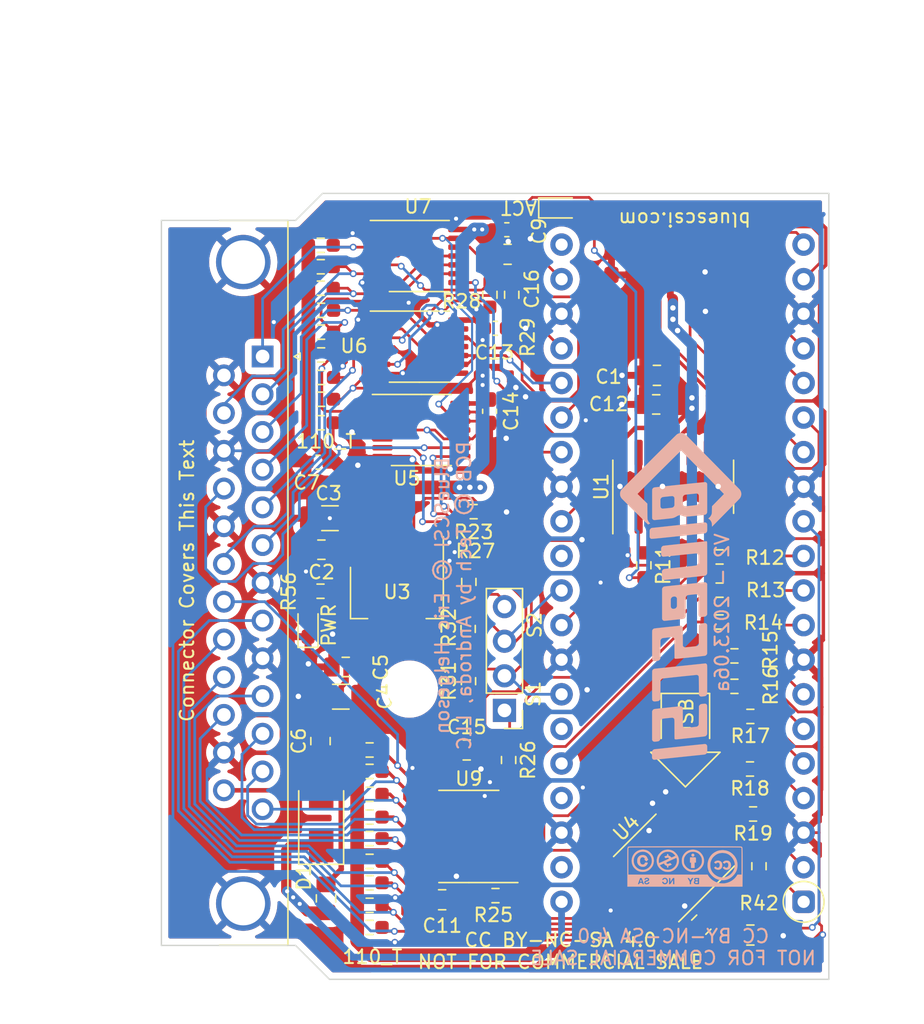
<source format=kicad_pcb>
(kicad_pcb (version 20211014) (generator pcbnew)
  (layers (0 "F.Cu" signal) (31 "B.Cu" signal) (34 "B.Paste" user) (35 "F.Paste" user) (36 "B.SilkS" user "B.Silkscreen") (37 "F.SilkS" user "F.Silkscreen") (38 "B.Mask" user) (39 "F.Mask" user) (44 "Edge.Cuts" user))
  (net 0 "")
  (net 1 "GND")
  (net 2 "+2V8")
  (net 3 "+5V")
  (net 4 "iATN")
  (net 5 "oIO")
  (net 6 "oREQ")
  (net 7 "oSEL")
  (net 8 "oBSY")
  (net 9 "SD_CLK")
  (net 10 "oCD_iSEL")
  (net 11 "ATN")
  (net 12 "BSY")
  (net 13 "DBP")
  (net 14 "ACK")
  (net 15 "RST")
  (net 16 "MSG")
  (net 17 "SEL")
  (net 18 "CD")
  (net 19 "REQ")
  (net 20 "IO")
  (net 21 "DB7")
  (net 22 "DB6")
  (net 23 "DB5")
  (net 24 "DB4")
  (net 25 "DB3")
  (net 26 "DB2")
  (net 27 "DB1")
  (net 28 "DB0")
  (net 29 "+3V3")
  (net 30 "SEL_BUFF")
  (net 31 "BSY_BUFF")
  (net 32 "+5VP")
  (net 33 "oMSG_iBSY")
  (net 34 "+5F")
  (net 35 "SD_CMD_MOSI")
  (net 36 "DB4T")
  (net 37 "DB5T")
  (net 38 "DB6T")
  (net 39 "DB7T")
  (net 40 "DBPT")
  (net 41 "DB0T")
  (net 42 "DB1T")
  (net 43 "DB3T")
  (net 44 "DB2T")
  (net 45 "SD_D0_MISO")
  (net 46 "DBPTr")
  (net 48 "SD_D1")
  (net 49 "SD_D2")
  (net 55 "SD_D3_CS")
  (net 56 "iRST")
  (net 58 "iACK")
  (net 62 "SERIAL_OUT")
  (net 63 "Net-(R12-Pad1)")
  (net 64 "Net-(R13-Pad1)")
  (net 65 "Net-(R14-Pad1)")
  (net 66 "Net-(R15-Pad1)")
  (net 67 "Net-(R16-Pad1)")
  (net 68 "Net-(R17-Pad1)")
  (net 69 "Net-(R18-Pad1)")
  (net 70 "Net-(R19-Pad1)")
  (net 71 "Net-(R42-Pad1)")
  (net 73 "unconnected-(U4-Pad3)")
  (net 80 "Net-(D3-Pad2)")
  (net 83 "Net-(J1-Pad1)")
  (net 84 "Net-(J1-Pad4)")
  (net 85 "Net-(D2-Pad2)")
  (net 86 "Net-(R11-Pad1)")
  (footprint "Capacitor_SMD:C_1206_3216Metric_Pad1.42x1.75mm_HandSolder" (layer "F.Cu") (at 112.4061 95.9358 180)
    (fp_text reference "C3")
    (fp_text value "47uF")
  )
  (footprint "Capacitor_SMD:C_1206_3216Metric_Pad1.42x1.75mm_HandSolder" (layer "F.Cu") (at 113.2009 109.0422 180)
    (fp_text reference "C4")
    (fp_text value "47uF")
  )
  (footprint "Package_TO_SOT_SMD:SOT-223-3_TabPin2" (layer "F.Cu") (at 117.3226 101.3972 -90)
    (fp_text reference "U3")
    (fp_text value "AMS1117-2.85")
  )
  (footprint "CustomFootprints:BluePillModule" (layer "F.Cu") (at 139.57666 126.6444 180)
    (fp_text reference "RP1" hide)
    (fp_text value "Pico_Footprint")
  )
  (footprint "Capacitor_SMD:C_0805_2012Metric_Pad1.15x1.40mm_HandSolder" (layer "F.Cu") (at 111.7764 98.2472 180)
    (fp_text reference "C2")
    (fp_text value "0.1uF")
  )
  (footprint "Capacitor_SMD:C_0805_2012Metric_Pad1.15x1.40mm_HandSolder" (layer "F.Cu") (at 113.5634 106.8578 180)
    (fp_text reference "C5")
    (fp_text value "0.1uF")
  )
  (footprint "Capacitor_SMD:C_0805_2012Metric_Pad1.15x1.40mm_HandSolder" (layer "F.Cu") (at 111.7092 112.3024 90)
    (fp_text reference "C6")
    (fp_text value "4.7uF")
  )
  (footprint "Capacitor_SMD:C_0805_2012Metric_Pad1.15x1.40mm_HandSolder" (layer "F.Cu") (at 136.36726 87.5792 180)
    (fp_text reference "C12")
    (fp_text value "4.7uF")
  )
  (footprint "Diode_SMD:D_SMA" (layer "F.Cu") (at 111.76 117.951 90)
    (fp_text reference "D1")
    (fp_text value "D")
  )
  (footprint "Resistor_SMD:R_0603_1608Metric_Pad0.98x0.95mm_HandSolder" (layer "F.Cu") (at 143.2579 114.3508 180)
    (fp_text reference "R18")
    (fp_text value "1k")
  )
  (footprint "Resistor_SMD:R_0603_1608Metric_Pad0.98x0.95mm_HandSolder" (layer "F.Cu") (at 115.3179 121.1326)
    (fp_text reference "R39" hide)
    (fp_text value "R")
  )
  (footprint "Resistor_SMD:R_0603_1608Metric_Pad0.98x0.95mm_HandSolder" (layer "F.Cu") (at 111.7562 82.2706)
    (fp_text reference "R4" hide)
    (fp_text value "R")
  )
  (footprint "Resistor_SMD:R_0603_1608Metric_Pad0.98x0.95mm_HandSolder" (layer "F.Cu") (at 115.3179 116.205)
    (fp_text reference "R33" hide)
    (fp_text value "R")
  )
  (footprint "Resistor_SMD:R_0603_1608Metric_Pad0.98x0.95mm_HandSolder" (layer "F.Cu") (at 115.3179 125.984)
    (fp_text reference "R36" hide)
    (fp_text value "R")
  )
  (footprint "Resistor_SMD:R_0603_1608Metric_Pad0.98x0.95mm_HandSolder" (layer "F.Cu") (at 111.7111 101.2952 180)
    (fp_text reference "R56")
    (fp_text value "4.7k")
  )
  (footprint "LED_SMD:LED_0603_1608Metric_Pad1.05x0.95mm_HandSolder" (layer "F.Cu") (at 129.399 73.152)
    (fp_text reference "D2" hide)
    (fp_text value "LED")
  )
  (footprint "Resistor_SMD:R_0603_1608Metric_Pad0.98x0.95mm_HandSolder" (layer "F.Cu") (at 111.7562 85.598)
    (fp_text reference "R5" hide)
    (fp_text value "R")
  )
  (footprint "Resistor_SMD:R_0603_1608Metric_Pad0.98x0.95mm_HandSolder" (layer "F.Cu") (at 115.3179 112.9538)
    (fp_text reference "R35" hide)
    (fp_text value "R")
  )
  (footprint "Resistor_SMD:R_0603_1608Metric_Pad0.98x0.95mm_HandSolder" (layer "F.Cu") (at 115.3179 117.8814)
    (fp_text reference "R1" hide)
    (fp_text value "R")
  )
  (footprint "Capacitor_SMD:C_0805_2012Metric_Pad1.18x1.45mm_HandSolder" (layer "F.Cu") (at 139.67826 125.7808 45)
    (fp_text reference "C8" hide)
    (fp_text value "0.1uF")
  )
  (footprint "Resistor_SMD:R_0603_1608Metric_Pad0.98x0.95mm_HandSolder" (layer "F.Cu") (at 115.3179 122.7074)
    (fp_text reference "R38" hide)
    (fp_text value "R")
  )
  (footprint "Resistor_SMD:R_0603_1608Metric_Pad0.98x0.95mm_HandSolder" (layer "F.Cu") (at 111.7327 79.0448)
    (fp_text reference "R9" hide)
    (fp_text value "R")
  )
  (footprint "LED_SMD:LED_0603_1608Metric_Pad1.05x0.95mm_HandSolder" (layer "F.Cu") (at 110.7948 103.759 90)
    (fp_text reference "D3" hide)
    (fp_text value "LED")
  )
  (footprint "Resistor_SMD:R_0603_1608Metric_Pad0.98x0.95mm_HandSolder" (layer "F.Cu") (at 115.3179 119.4562)
    (fp_text reference "R40" hide)
    (fp_text value "R")
  )
  (footprint "Package_SO:TSSOP-20_4.4x6.5mm_P0.65mm" (layer "F.Cu") (at 137.18906 121.6152 -135)
    (fp_text reference "U4")
    (fp_text value "LVT245")
  )
  (footprint "Resistor_SMD:R_0603_1608Metric_Pad0.98x0.95mm_HandSolder" (layer "F.Cu") (at 141.0227 101.219 180)
    (fp_text reference "R13")
    (fp_text value "1k")
  )
  (footprint "Resistor_SMD:R_0603_1608Metric_Pad0.98x0.95mm_HandSolder" (layer "F.Cu") (at 143.4846 117.6528 180)
    (fp_text reference "R19")
    (fp_text value "1k")
  )
  (footprint "Capacitor_SMD:C_0805_2012Metric_Pad1.18x1.45mm_HandSolder" (layer "F.Cu") (at 122.4495 112.9538)
    (fp_text reference "C15")
    (fp_text value "4.7uF")
  )
  (footprint "Resistor_SMD:R_0603_1608Metric_Pad0.98x0.95mm_HandSolder" (layer "F.Cu") (at 141.0227 103.5558 180)
    (fp_text reference "R14")
    (fp_text value "1k")
  )
  (footprint "Resistor_SMD:R_0603_1608Metric_Pad0.98x0.95mm_HandSolder" (layer "F.Cu") (at 135.4582 99.3902 -90)
    (fp_text reference "R11")
    (fp_text value "470")
  )
  (footprint "Resistor_SMD:R_0603_1608Metric_Pad0.98x0.95mm_HandSolder" (layer "F.Cu") (at 122.5804 107.8992 -90)
    (fp_text reference "R31")
    (fp_text value "4.7k")
  )
  (footprint "Resistor_SMD:R_0603_1608Metric_Pad0.98x0.95mm_HandSolder" (layer "F.Cu") (at 111.7581 83.947)
    (fp_text reference "R3" hide)
    (fp_text value "R")
  )
  (footprint "Resistor_SMD:R_0603_1608Metric_Pad0.98x0.95mm_HandSolder" (layer "F.Cu") (at 122.555 104.0657 -90)
    (fp_text reference "R32")
    (fp_text value "4.7k")
  )
  (footprint "Resistor_SMD:R_0603_1608Metric_Pad0.98x0.95mm_HandSolder" (layer "F.Cu") (at 111.7289 75.8952)
    (fp_text reference "R7" hide)
    (fp_text value "R")
  )
  (footprint "Capacitor_SMD:C_0805_2012Metric_Pad1.18x1.45mm_HandSolder" (layer "F.Cu") (at 125.4545 76.5556)
    (fp_text reference "C16")
    (fp_text value "4.7uF")
  )
  (footprint "MountingHole:MountingHole_3.2mm_M3" (layer "F.Cu") (at 118.237 108.4834)
    (fp_text reference "REF**" hide)
    (fp_text value "MountingHole_3.2mm_M3")
  )
  (footprint "Resistor_SMD:R_0603_1608Metric_Pad0.98x0.95mm_HandSolder" (layer "F.Cu") (at 111.7327 77.47)
    (fp_text reference "R8" hide)
    (fp_text value "R")
  )
  (footprint "Resistor_SMD:R_0603_1608Metric_Pad0.98x0.95mm_HandSolder" (layer "F.Cu") (at 111.7308 88.9254)
    (fp_text reference "R2" hide)
    (fp_text value "R")
  )
  (footprint "Resistor_SMD:R_0603_1608Metric_Pad0.98x0.95mm_HandSolder" (layer "F.Cu") (at 122.6058 100.6113 90)
    (fp_text reference "R27")
    (fp_text value "1k")
  )
  (footprint "Library:TF-06_MicroSD" (layer "F.Cu") (at 138.30666 75.8924)
    (fp_text reference "SD2" hide)
    (fp_text value "MicroSD-TF-06")
  )
  (footprint "Resistor_SMD:R_0603_1608Metric_Pad0.98x0.95mm_HandSolder" (layer "F.Cu") (at 142.1149 108.2802 180)
    (fp_text reference "R16")
    (fp_text value "1k")
  )
  (footprint "Package_SO:SOIC-14_3.9x8.7mm_P1.27mm" (layer "F.Cu") (at 137.6172 93.6244 90)
    (fp_text reference "U1")
    (fp_text value "74HC14")
  )
  (footprint "Resistor_SMD:R_0603_1608Metric_Pad0.98x0.95mm_HandSolder" (layer "F.Cu") (at 143.2833 110.49 180)
    (fp_text reference "R17")
    (fp_text value "1k")
  )
  (footprint "Capacitor_SMD:C_0805_2012Metric_Pad1.18x1.45mm_HandSolder" (layer "F.Cu") (at 143.28506 126.5428)
    (fp_text reference "C10" hide)
    (fp_text value "4.7uF")
  )
  (footprint "Capacitor_SMD:C_0603_1608Metric_Pad1.08x0.95mm_HandSolder" (layer "F.Cu") (at 124.5578 81.9912 180)
    (fp_text reference "C13")
    (fp_text value "0.1uF")
  )
  (footprint "Connector_PinHeader_2.54mm:PinHeader_1x04_P2.54mm_Vertical" (layer "F.Cu") (at 125.222 110.0482 180)
    (fp_text reference "J1" hide)
    (fp_text value "Conn_01x04_Male")
  )
  (footprint "Resistor_SMD:R_0603_1608Metric_Pad0.98x0.95mm_HandSolder" (layer "F.Cu") (at 111.7562 87.1982)
    (fp_text reference "R10" hide)
    (fp_text value "R")
  )
  (footprint "Resistor_SMD:R_0603_1608Metric_Pad0.98x0.95mm_HandSolder" (layer "F.Cu") (at 115.3179 114.5286)
    (fp_text reference "R34" hide)
    (fp_text value "R")
  )
  (footprint "Resistor_SMD:R_0603_1608Metric_Pad0.98x0.95mm_HandSolder" (layer "F.Cu") (at 125.5268 113.6923 -90)
    (fp_text reference "R26")
    (fp_text value "1k")
  )
  (footprint "Package_SO:TSSOP-14_4.4x5mm_P0.65mm" (layer "F.Cu") (at 118.9698 76.6826)
    (fp_text reference "U7")
    (fp_text value "LVT125")
  )
  (footprint "Resistor_SMD:R_0603_1608Metric_Pad0.98x0.95mm_HandSolder" (layer "F.Cu") (at 115.3179 124.3584)
    (fp_text reference "R37" hide)
    (fp_text value "R")
  )
  (footprint "Fuse:Fuse_0805_2012Metric_Pad1.15x1.40mm_HandSolder" (layer "F.Cu") (at 112.1156 123.8504 -90)
    (fp_text reference "F2" hide)
    (fp_text value "Polyfuse")
  )
  (footprint "Capacitor_SMD:C_0805_2012Metric_Pad1.18x1.45mm_HandSolder" (layer "F.Cu") (at 136.4195 85.4456 180)
    (fp_text reference "C1")
    (fp_text value "100n")
  )
  (footprint "Resistor_SMD:R_0603_1608Metric_Pad0.98x0.95mm_HandSolder" (layer "F.Cu") (at 142.1149 106.045 180)
    (fp_text reference "R15")
    (fp_text value "1k")
  )
  (footprint "Capacitor_SMD:C_0603_1608Metric_Pad1.08x0.95mm_HandSolder" (layer "F.Cu") (at 111.5314 91.821 180)
    (fp_text reference "C7")
    (fp_text value "0.1uF")
  )
  (footprint "Resistor_SMD:R_0603_1608Metric_Pad0.98x0.95mm_HandSolder" (layer "F.Cu") (at 122.9595 95.4532)
    (fp_text reference "R23")
    (fp_text value "1k")
  )
  (footprint "Connector_Dsub:DSUB-25_Male_Horizontal_P2.77x2.84mm_EdgePinOffset7.70mm_Housed_MountingHolesOffset9.12mm" (layer "F.Cu") (at 107.457131 84.0606 -90)
    (fp_text reference "J2" hide)
    (fp_text value "DB25_Male_MountingHoles")
  )
  (footprint "Resistor_SMD:R_0603_1608Metric_Pad0.98x0.95mm_HandSolder" (layer "F.Cu") (at 124.5616 123.6472 180)
    (fp_text reference "R25")
    (fp_text value "1k")
  )
  (footprint "Package_SO:TSSOP-14_4.4x5mm_P0.65mm" (layer "F.Cu") (at 119.1222 89.4588)
    (fp_text reference "U5")
    (fp_text value "LVT125")
  )
  (footprint "Package_SO:TSSOP-20_4.4x6.5mm_P0.65mm" (layer "F.Cu") (at 122.6058 119.3038 180)
    (fp_text reference "U9")
    (fp_text value "LVT245")
  )
  (footprint "Package_SO:TSSOP-14_4.4x5mm_P0.65mm" (layer "F.Cu") (at 118.9698 83.3374)
    (fp_text reference "U6")
    (fp_text value "LVT125")
  )
  (footprint "Resistor_SMD:R_0603_1608Metric_Pad0.98x0.95mm_HandSolder" (layer "F.Cu") (at 111.7562 80.6704)
    (fp_text reference "R6" hide)
    (fp_text value "R")
  )
  (footprint "Capacitor_SMD:C_0805_2012Metric_Pad1.18x1.45mm_HandSolder" (layer "F.Cu") (at 120.6461 123.952)
    (fp_text reference "C11")
    (fp_text value "0.1uF")
  )
  (footprint "Capacitor_SMD:C_0603_1608Metric_Pad1.08x0.95mm_HandSolder" (layer "F.Cu") (at 124.129411 88.083789 90)
    (fp_text reference "C14")
    (fp_text value "0.1uF")
  )
  (footprint "Resistor_SMD:R_0603_1608Metric_Pad0.98x0.95mm_HandSolder" (layer "F.Cu") (at 125.7554 79.5293 90)
    (fp_text reference "R29")
    (fp_text value "1k")
  )
  (footprint "Capacitor_SMD:C_0603_1608Metric_Pad1.08x0.95mm_HandSolder" (layer "F.Cu") (at 125.396 74.7522 180)
    (fp_text reference "C9")
    (fp_text value "0.1uF")
  )
  (footprint "Resistor_SMD:R_0603_1608Metric_Pad0.98x0.95mm_HandSolder" (layer "F.Cu") (at 141.0227 98.7806 180)
    (fp_text reference "R12")
    (fp_text value "1k")
  )
  (footprint "Resistor_SMD:R_0603_1608Metric_Pad0.98x0.95mm_HandSolder" (layer "F.Cu") (at 143.9164 121.4882 90)
    (fp_text reference "R42")
    (fp_text value "1k")
  )
  (footprint "Resistor_SMD:R_0603_1608Metric_Pad0.98x0.95mm_HandSolder" (layer "F.Cu") (at 124.1514 79.5274 -90)
    (fp_text reference "R28")
    (fp_text value "1k")
  )
  (footprint "Library:cc_by_nc_sa_front_silk_screen" (layer "B.Cu") (at 138.4808 121.5136 180)
    (fp_text reference "G***" hide)
    (fp_text value "LOGO" hide)
  )
  (gr_poly (pts (xy 136.066037 108.753717) (xy 136.066577 108.938407) (xy 136.067448 109.074745) (xy 136.068715 109.16994) (xy 136.070446 109.231202) (xy 136.071506 109.251361) (xy 136.072706 109.265741) (xy 136.074055 109.275242) (xy 136.075561 109.280766) (xy 136.081572 109.293854) (xy 136.088223 109.306128) (xy 136.095511 109.317583) (xy 136.103431 109.328215) (xy 136.11198 109.33802) (xy 136.121152 109.346995) (xy 136.130946 109.355134) (xy 136.141355 109.362435) (xy 136.152375 109.368891) (xy 136.164004 109.374501) (xy 136.176236 109.379259) (xy 136.189068 109.38316) (xy 136.202495 109.386203) (xy 136.216513 109.388381) (xy 136.231118 109.38969) (xy 136.246306 109.390128) (xy 136.27715 109.389254) (xy 136.314866 109.386843) (xy 136.3566 109.383207) (xy 136.3995 109.378663) (xy 136.440713 109.373523) (xy 136.477386 109.368102) (xy 136.506668 109.362714) (xy 136.517646 109.36013) (xy 136.525706 109.357673) (xy 136.536715 109.353494) (xy 136.547501 109.348646) (xy 136.558039 109.343159) (xy 136.568304 109.337057) (xy 136.578271 109.330368) (xy 136.587916 109.323119) (xy 136.597214 109.315337) (xy 136.606139 109.307049) (xy 136.614668 109.298281) (xy 136.622775 109.28906) (xy 136.630435 109.279413) (xy 136.637625 109.269368) (xy 136.644318 109.25895) (xy 136.65049 109.248187) (xy 136.656116 109.237106) (xy 136.661172 109.225733) (xy 136.66607 109.212118) (xy 136.669794 109.19341) (xy 136.672558 109.161539) (xy 136.674578 109.108435) (xy 136.677246 108.906249) (xy 136.679517 108.522295) (xy 136.683045 107.855544) (xy 136.699273 107.822384) (xy 136.704072 107.813457) (xy 136.709685 107.804449) (xy 136.716034 107.795426) (xy 136.723041 107.786456) (xy 136.730626 107.777605) (xy 136.738712 107.768942) (xy 136.747219 107.760533) (xy 136.75607 107.752446) (xy 136.765185 107.744747) (xy 136.774486 107.737503) (xy 136.783894 107.730783) (xy 136.793332 107.724653) (xy 136.80272 107.71918) (xy 136.81198 107.714432) (xy 136.821033 107.710475) (xy 136.8298 107.707378) (xy 137.227326 107.660976) (xy 138.067962 107.570588) (xy 139.328878 107.442794) (xy 139.33814 107.442984) (xy 139.347147 107.443557) (xy 139.355908 107.444515) (xy 139.364432 107.445859) (xy 139.372728 107.447591) (xy 139.380807 107.449715) (xy 139.388676 107.452231) (xy 139.396347 107.455141) (xy 139.403827 107.458449) (xy 139.411126 107.462156) (xy 139.418254 107.466263) (xy 139.425219 107.470774) (xy 139.432032 107.47569) (xy 139.438701 107.481013) (xy 139.445235 107.486745) (xy 139.451645 107.492889) (xy 139.467803 107.508399) (xy 139.474245 107.516027) (xy 139.479712 107.525289) (xy 139.484296 107.537474) (xy 139.488083 107.553871) (xy 139.493625 107.604455) (xy 139.497051 107.687351) (xy 139.499071 107.812869) (xy 139.501739 108.233016) (xy 139.505267 108.899767) (xy 139.524317 108.936455) (xy 139.530556 108.947276) (xy 139.537353 108.957503) (xy 139.544688 108.967123) (xy 139.552539 108.976121) (xy 139.560887 108.984482) (xy 139.569709 108.992191) (xy 139.578987 108.999236) (xy 139.588699 109.0056) (xy 139.598824 109.011269) (xy 139.609342 109.01623) (xy 139.620232 109.020467) (xy 139.631473 109.023966) (xy 139.643045 109.026713) (xy 139.654927 109.028693) (xy 139.667099 109.029891) (xy 139.679539 109.030294) (xy 139.708249 109.029361) (xy 139.745178 109.026799) (xy 139.787167 109.022964) (xy 139.831057 109.018212) (xy 139.873691 109.012897) (xy 139.91191 109.007375) (xy 139.942554 109.002002) (xy 139.95405 108.999483) (xy 139.962467 108.997134) (xy 139.971815 108.993929) (xy 139.981058 108.99015) (xy 139.990176 108.985816) (xy 139.999145 108.98095) (xy 140.007945 108.975571) (xy 140.016554 108.9697) (xy 140.02495 108.963357) (xy 140.033111 108.956564) (xy 140.041016 108.949341) (xy 140.048643 108.941709) (xy 140.05597 108.933688) (xy 140.062976 108.9253) (xy 140.069638 108.916564) (xy 140.075936 108.907501) (xy 140.081848 108.898133) (xy 140.087351 108.888479) (xy 140.112045 108.843322) (xy 140.114162 107.796278) (xy 140.114882 107.414033) (xy 140.115069 107.261443) (xy 140.115033 107.131876) (xy 140.114695 107.02333) (xy 140.113976 106.933806) (xy 140.113448 106.895553) (xy 140.112795 106.861305) (xy 140.112008 106.830812) (xy 140.111075 106.803826) (xy 140.109987 106.780094) (xy 140.108734 106.759369) (xy 140.107306 106.741399) (xy 140.105694 106.725935) (xy 140.103886 106.712726) (xy 140.101874 106.701524) (xy 140.100788 106.696596) (xy 140.099647 106.692076) (xy 140.09845 106.687933) (xy 140.097195 106.684135) (xy 140.095882 106.680651) (xy 140.094509 106.677449) (xy 140.093075 106.674499) (xy 140.091578 106.67177) (xy 140.088393 106.666845) (xy 140.084943 106.662427) (xy 140.081219 106.658264) (xy 140.07721 106.654108) (xy 140.0683 106.644812) (xy 140.062535 106.638568) (xy 140.056871 106.632794) (xy 140.051294 106.627481) (xy 140.045789 106.622619) (xy 140.040342 106.618201) (xy 140.034938 106.614215) (xy 140.029563 106.610653) (xy 140.024203 106.607505) (xy 140.018843 106.604762) (xy 140.013468 106.602416) (xy 140.008064 106.600456) (xy 140.002617 106.598873) (xy 139.997113 106.597658) (xy 139.991535 106.596802) (xy 139.985871 106.596295) (xy 139.980106 106.596128) (xy 136.242073 106.988418) (xy 136.235463 106.989688) (xy 136.22887 106.991245) (xy 136.21576 106.995193) (xy 136.202804 107.00021) (xy 136.19006 107.006244) (xy 136.177589 107.01324) (xy 136.165451 107.021147) (xy 136.153706 107.029912) (xy 136.142413 107.039482) (xy 136.131633 107.049804) (xy 136.121425 107.060826) (xy 136.11185 107.072495) (xy 136.102968 107.084759) (xy 136.094838 107.097564) (xy 136.08752 107.110858) (xy 136.081075 107.124588) (xy 136.075561 107.138701) (xy 136.072938 107.156305) (xy 136.070843 107.197118) (xy 136.067977 107.368447) (xy 136.065684 108.210439)) (layer "B.SilkS") (width 0.004) (fill solid))
  (gr_poly (pts (xy 135.884355 97.078183) (xy 135.885767 97.328655) (xy 135.904111 97.363933) (xy 135.9061 97.367699) (xy 135.908342 97.37157) (xy 135.910812 97.37552) (xy 135.913482 97.379522) (xy 135.916326 97.383548) (xy 135.919317 97.387572) (xy 135.922427 97.391568) (xy 135.925631 97.395507) (xy 135.928901 97.399364) (xy 135.93221 97.403111) (xy 135.935531 97.406722) (xy 135.938838 97.41017) (xy 135.942104 97.413427) (xy 135.945301 97.416467) (xy 135.948403 97.419264) (xy 135.951384 97.421789) (xy 135.968667 97.437526) (xy 135.994401 97.447674) (xy 136.058465 97.449818) (xy 136.190743 97.441545) (xy 136.779463 97.384086) (xy 137.999611 97.255984) (xy 139.027011 97.147571) (xy 139.370393 97.110802) (xy 139.620096 97.083475) (xy 139.79102 97.063954) (xy 139.898063 97.050601) (xy 139.932286 97.045725) (xy 139.956125 97.041778) (xy 139.971445 97.038555) (xy 139.980106 97.03585) (xy 139.989266 97.031485) (xy 139.998456 97.026366) (xy 140.00762 97.020548) (xy 140.016707 97.014088) (xy 140.02566 97.00704) (xy 140.034428 96.999461) (xy 140.042956 96.991407) (xy 140.051191 96.982933) (xy 140.059078 96.974095) (xy 140.066564 96.96495) (xy 140.073595 96.955552) (xy 140.080118 96.945958) (xy 140.086079 96.936223) (xy 140.091424 96.926404) (xy 140.096099 96.916555) (xy 140.10005 96.906734) (xy 140.104971 96.892905) (xy 140.108727 96.878655) (xy 140.111473 96.86118) (xy 140.113368 96.837677) (xy 140.114568 96.805344) (xy 140.115231 96.761378) (xy 140.115573 96.627333) (xy 140.115409 96.541333) (xy 140.115131 96.505852) (xy 140.114658 96.474845) (xy 140.113941 96.447906) (xy 140.112931 96.42463) (xy 140.112301 96.414238) (xy 140.11158 96.404611) (xy 140.110762 96.395696) (xy 140.10984 96.387445) (xy 140.108808 96.379805) (xy 140.107661 96.372726) (xy 140.106393 96.366158) (xy 140.104996 96.360049) (xy 140.103466 96.35435) (xy 140.101795 96.34901) (xy 140.099979 96.343977) (xy 140.098011 96.339202) (xy 140.095884 96.334634) (xy 140.093594 96.330221) (xy 140.091133 96.325914) (xy 140.088495 96.321662) (xy 140.082668 96.31312) (xy 140.076062 96.304189) (xy 140.071157 96.298065) (xy 140.065733 96.292143) (xy 140.059832 96.286442) (xy 140.053495 96.280983) (xy 140.046766 96.275783) (xy 140.039686 96.270864) (xy 140.032298 96.266244) (xy 140.024644 96.261944) (xy 140.016768 96.257982) (xy 140.00871 96.25438) (xy 140.000514 96.251155) (xy 139.992222 96.248329) (xy 139.983876 96.24592) (xy 139.975519 96.243948) (xy 139.967192 96.242433) (xy 139.958939 96.241394) (xy 138.01875 96.437451) (xy 136.053689 96.647795) (xy 136.040254 96.651291) (xy 136.026975 96.655925) (xy 136.013906 96.661642) (xy 136.001103 96.668388) (xy 135.988624 96.67611) (xy 135.976522 96.684753) (xy 135.964854 96.694265) (xy 135.953677 96.704592) (xy 135.943045 96.715679) (xy 135.933015 96.727472) (xy 135.923642 96.739919) (xy 135.914982 96.752966) (xy 135.907091 96.766558) (xy 135.900024 96.780642) (xy 135.893839 96.795165) (xy 135.888589 96.810072) (xy 135.887568 96.818785) (xy 135.886638 96.836784) (xy 135.88515 96.896238) (xy 135.884323 96.979637)) (layer "B.SilkS") (width 0.004) (fill solid))
  (gr_poly (pts (xy 136.816395 103.368916) (xy 136.822302 103.380638) (xy 136.828895 103.391716) (xy 136.836147 103.402134) (xy 136.844033 103.411878) (xy 136.852526 103.420931) (xy 136.861601 103.429279) (xy 136.871233 103.436904) (xy 136.881394 103.443793) (xy 136.89206 103.44993) (xy 136.903204 103.455299) (xy 136.914801 103.459884) (xy 136.926825 103.46367) (xy 136.93925 103.466642) (xy 136.95205 103.468784) (xy 136.9652 103.47008) (xy 136.978672 103.470516) (xy 137.034026 103.466062) (xy 137.160089 103.453936) (xy 137.549467 103.414072) (xy 138.224684 103.342811) (xy 138.265726 103.338401) (xy 138.298756 103.334521) (xy 138.312698 103.332696) (xy 138.325155 103.330905) (xy 138.3363 103.329113) (xy 138.346304 103.327289) (xy 138.355341 103.325398) (xy 138.363583 103.323408) (xy 138.371203 103.321286) (xy 138.378374 103.318999) (xy 138.385267 103.316513) (xy 138.392056 103.313795) (xy 138.398913 103.310813) (xy 138.406012 103.307534) (xy 138.415185 103.302933) (xy 138.423932 103.298112) (xy 138.432274 103.293049) (xy 138.440231 103.287723) (xy 138.447825 103.282111) (xy 138.455075 103.276193) (xy 138.462003 103.269946) (xy 138.46863 103.263348) (xy 138.474975 103.256378) (xy 138.48106 103.249015) (xy 138.486904 103.241236) (xy 138.49253 103.23302) (xy 138.497958 103.224345) (xy 138.503207 103.21519) (xy 138.5083 103.205532) (xy 138.513256 103.19535) (xy 138.531601 103.156544) (xy 138.535128 102.447461) (xy 138.538656 101.738377) (xy 138.554178 101.705217) (xy 138.555902 101.701659) (xy 138.557885 101.697887) (xy 138.560103 101.693935) (xy 138.562535 101.689838) (xy 138.565156 101.685629) (xy 138.567945 101.681342) (xy 138.570878 101.677012) (xy 138.573934 101.672673) (xy 138.577088 101.668358) (xy 138.580319 101.664103) (xy 138.583604 101.65994) (xy 138.58692 101.655905) (xy 138.590244 101.652031) (xy 138.593554 101.648352) (xy 138.596827 101.644903) (xy 138.600039 101.641717) (xy 138.619945 101.62252) (xy 138.629406 101.614591) (xy 138.639297 101.607597) (xy 138.650183 101.6014) (xy 138.662634 101.595865) (xy 138.677215 101.590858) (xy 138.694495 101.586242) (xy 138.715041 101.581883) (xy 138.739421 101.577645) (xy 138.801949 101.568989) (xy 138.88662 101.559193) (xy 138.997973 101.547173) (xy 139.086611 101.537749) (xy 139.157274 101.530526) (xy 139.212359 101.525319) (xy 139.23481 101.523416) (xy 139.254266 101.521949) (xy 139.271026 101.520895) (xy 139.28539 101.520232) (xy 139.297658 101.519936) (xy 139.30813 101.519986) (xy 139.317106 101.520359) (xy 139.324884 101.521031) (xy 139.331766 101.52198) (xy 139.33805 101.523183) (xy 139.346984 101.52543) (xy 139.35578 101.528188) (xy 139.364414 101.531443) (xy 139.372865 101.535178) (xy 139.381109 101.539375) (xy 139.389123 101.54402) (xy 139.396885 101.549094) (xy 139.404373 101.554581) (xy 139.411562 101.560465) (xy 139.418431 101.56673) (xy 139.424957 101.573358) (xy 139.431117 101.580334) (xy 139.436889 101.58764) (xy 139.442249 101.595261) (xy 139.447175 101.603179) (xy 139.451645 101.611378) (xy 139.469989 101.645949) (xy 139.473517 102.355738) (xy 139.477045 103.064822) (xy 139.492567 103.09375) (xy 139.496553 103.100763) (xy 139.501068 103.107751) (xy 139.506066 103.114673) (xy 139.511496 103.121487) (xy 139.517311 103.128153) (xy 139.523461 103.134628) (xy 139.529899 103.140872) (xy 139.536576 103.146843) (xy 139.543443 103.1525) (xy 139.550452 103.157801) (xy 139.557553 103.162706) (xy 139.564699 103.167172) (xy 139.571841 103.171158) (xy 139.57893 103.174624) (xy 139.585918 103.177528) (xy 139.592756 103.179828) (xy 139.600092 103.181919) (xy 139.607887 103.183694) (xy 139.616252 103.185151) (xy 139.6253 103.186288) (xy 139.645888 103.187592) (xy 139.670544 103.187589) (xy 139.70016 103.186263) (xy 139.735631 103.183598) (xy 139.777849 103.179577) (xy 139.827706 103.174183) (xy 139.862222 103.170158) (xy 139.891107 103.166455) (xy 139.903663 103.16468) (xy 139.915081 103.162934) (xy 139.925451 103.161198) (xy 139.934862 103.159454) (xy 139.943406 103.157686) (xy 139.951171 103.155876) (xy 139.958248 103.154005) (xy 139.964727 103.152057) (xy 139.970697 103.150014) (xy 139.976249 103.147858) (xy 139.981472 103.145572) (xy 139.986456 103.143138) (xy 139.994489 103.138833) (xy 140.002436 103.134133) (xy 140.010275 103.129054) (xy 140.017985 103.123615) (xy 140.025547 103.117832) (xy 140.03294 103.111724) (xy 140.040142 103.105307) (xy 140.047134 103.098601) (xy 140.053894 103.091621) (xy 140.060401 103.084386) (xy 140.066636 103.076913) (xy 140.072578 103.069221) (xy 140.078205 103.061326) (xy 140.083497 103.053245) (xy 140.088434 103.044998) (xy 140.092995 103.0366) (xy 140.112045 103.001322) (xy 140.112045 100.764006) (xy 140.093701 100.729433) (xy 140.08959 100.721823) (xy 140.084954 100.714356) (xy 140.079833 100.707061) (xy 140.074265 100.699966) (xy 140.068287 100.693097) (xy 140.061938 100.686484) (xy 140.055257 100.680154) (xy 140.04828 100.674136) (xy 140.041048 100.668456) (xy 140.033597 100.663143) (xy 140.025967 100.658225) (xy 140.018195 100.653729) (xy 140.01032 100.649685) (xy 140.002379 100.646118) (xy 139.994412 100.643059) (xy 139.986456 100.640533) (xy 139.962787 100.635297) (xy 139.813507 100.647324) (xy 138.344629 100.800694) (xy 137.724477 100.866082) (xy 137.724477 101.685933) (xy 137.731156 101.686065) (xy 137.737285 101.686374) (xy 137.742966 101.686872) (xy 137.748299 101.687569) (xy 137.753386 101.688474) (xy 137.758329 101.689598) (xy 137.763228 101.690951) (xy 137.768185 101.692545) (xy 137.773302 101.694388) (xy 137.778679 101.696492) (xy 137.784417 101.698867) (xy 137.792136 101.70236) (xy 137.799436 101.705979) (xy 137.806346 101.709748) (xy 137.812893 101.713694) (xy 137.819105 101.717843) (xy 137.82501 101.72222) (xy 137.830636 101.726852) (xy 137.836011 101.731763) (xy 137.841162 101.736981) (xy 137.846119 101.74253) (xy 137.850908 101.748437) (xy 137.855557 101.754727) (xy 137.860095 101.761427) (xy 137.864549 101.768561) (xy 137.868947 101.776157) (xy 137.873317 101.784239) (xy 137.889545 101.815989) (xy 137.889545 102.408656) (xy 137.8712 102.447461) (xy 137.863094 102.463711) (xy 137.854369 102.478871) (xy 137.845003 102.492958) (xy 137.834974 102.505989) (xy 137.824259 102.517983) (xy 137.812835 102.528957) (xy 137.800679 102.538929) (xy 137.787768 102.547915) (xy 137.774081 102.555934) (xy 137.759593 102.563003) (xy 137.744283 102.56914) (xy 137.728127 102.574362) (xy 137.711103 102.578688) (xy 137.693188 102.582133) (xy 137.67436 102.584717) (xy 137.654595 102.586456) (xy 137.636521 102.587539) (xy 137.628519 102.587892) (xy 137.621125 102.58811) (xy 137.614277 102.588187) (xy 137.607912 102.588118) (xy 137.60197 102.587895) (xy 137.596387 102.587514) (xy 137.591101 102.586967) (xy 137.586051 102.586249) (xy 137.581175 102.585353) (xy 137.57641 102.584273) (xy 137.571696 102.583002) (xy 137.566968 102.581536) (xy 137.562166 102.579867) (xy 137.557228 102.577989) (xy 137.549003 102.574634) (xy 137.541003 102.570923) (xy 137.533239 102.566864) (xy 137.525721 102.562467) (xy 137.518459 102.557739) (xy 137.511463 102.552688) (xy 137.504745 102.547323) (xy 137.498314 102.541653) (xy 137.492181 102.535684) (xy 137.486355 102.529427) (xy 137.480849 102.522888) (xy 137.47567 102.516076) (xy 137.470831 102.509) (xy 137.466341 102.501668) (xy 137.462211 102.494087) (xy 137.45845 102.486267) (xy 137.452861 102.474021) (xy 137.448661 102.461197) (xy 137.445651 102.443974) (xy 137.443634 102.418533) (xy 137.44241 102.381053) (xy 137.441782 102.327715) (xy 137.441517 102.158183) (xy 137.441517 101.865378) (xy 137.461978 101.823044) (xy 137.464223 101.818577) (xy 137.466708 101.813933) (xy 137.469407 101.809148) (xy 137.472297 101.804259) (xy 137.475352 101.799304) (xy 137.478548 101.794321) (xy 137.481859 101.789345) (xy 137.485262 101.784415) (xy 137.48873 101.779568) (xy 137.49224 101.774841) (xy 137.495766 101.77027) (xy 137.499284 101.765894) (xy 137.502769 101.76175) (xy 137.506197 101.757874) (xy 137.509541 101.754304) (xy 137.512778 101.751078) (xy 137.521198 101.743326) (xy 137.529569 101.736195) (xy 137.53796 101.729659) (xy 137.546435 101.723694) (xy 137.555064 101.718274) (xy 137.563913 101.713375) (xy 137.573049 101.708972) (xy 137.58254 101.70504) (xy 137.592453 101.701555) (xy 137.602854 101.698492) (xy 137.613811 101.695826) (xy 137.625392 101.693531) (xy 137.637663 101.691584) (xy 137.650691 101.689959) (xy 137.664544 101.688632) (xy 137.679289 101.687578) (xy 137.700128 101.6865) (xy 137.709064 101.686161) (xy 137.717147 101.685968) (xy 137.724477 101.685933) (xy 137.724477 100.866082) (xy 137.600907 100.879111) (xy 137.356285 100.905358) (xy 137.180638 100.924784) (xy 137.062074 100.938753) (xy 137.020483 100.944118) (xy 136.988705 100.94863) (xy 136.965252 100.952459) (xy 136.94864 100.955777) (xy 136.937381 100.958754) (xy 136.929989 100.961561) (xy 136.92135 100.965868) (xy 136.912903 100.97058) (xy 136.904656 100.975692) (xy 136.896619 100.981195) (xy 136.8888 100.987083) (xy 136.881211 100.993348) (xy 136.873859 100.999983) (xy 136.866754 101.006981) (xy 136.859905 101.014335) (xy 136.853322 101.022036) (xy 136.847014 101.030079) (xy 136.84099 101.038456) (xy 136.835259 101.047159) (xy 136.829832 101.056182) (xy 136.824716 101.065516) (xy 136.819922 101.075156) (xy 136.799462 101.117489) (xy 136.799462 103.332933)) (layer "B.SilkS") (width 0.004) (fill solid))
  (gr_poly (pts (xy 136.069212 95.954233) (xy 136.090378 95.988806) (xy 136.095275 95.996127) (xy 136.100679 96.00326) (xy 136.106552 96.010179) (xy 136.112857 96.016862) (xy 136.119554 96.023285) (xy 136.126605 96.029423) (xy 136.133973 96.035253) (xy 136.141619 96.040752) (xy 136.149505 96.045895) (xy 136.157592 96.050659) (xy 136.165843 96.055019) (xy 136.174218 96.058953) (xy 136.18268 96.062436) (xy 136.191191 96.065445) (xy 136.199713 96.067956) (xy 136.208206 96.069945) (xy 136.276697 96.067087) (xy 136.429508 96.054092) (xy 136.878484 96.009267) (xy 137.335926 95.958621) (xy 137.49932 95.93835) (xy 137.582628 95.925306) (xy 137.6176 95.915472) (xy 137.652985 95.904051) (xy 137.68847 95.891174) (xy 137.723739 95.876975) (xy 137.758479 95.861585) (xy 137.792376 95.845137) (xy 137.825116 95.827763) (xy 137.856384 95.809594) (xy 137.889065 95.789718) (xy 137.916488 95.773611) (xy 137.92861 95.766786) (xy 137.939876 95.76068) (xy 137.95044 95.755218) (xy 137.960453 95.750328) (xy 137.97007 95.745933) (xy 137.979443 95.74196) (xy 137.988725 95.738335) (xy 137.998068 95.734982) (xy 138.007627 95.731828) (xy 138.017554 95.728797) (xy 138.039123 95.722811) (xy 138.068908 95.71582) (xy 138.082162 95.713294) (xy 138.094707 95.711467) (xy 138.106831 95.71038) (xy 138.11882 95.710074) (xy 138.130962 95.710588) (xy 138.143545 95.711963) (xy 138.156855 95.714239) (xy 138.17118 95.717457) (xy 138.186807 95.721657) (xy 138.204024 95.726879) (xy 138.223118 95.733163) (xy 138.244376 95.74055) (xy 138.294533 95.758794) (xy 138.344638 95.776918) (xy 138.366723 95.784566) (xy 138.387127 95.791338) (xy 138.406071 95.797283) (xy 138.423778 95.802451) (xy 138.440471 95.806891) (xy 138.45637 95.810653) (xy 138.4717 95.813786) (xy 138.48668 95.816341) (xy 138.501535 95.818367) (xy 138.516486 95.819913) (xy 138.531755 95.821029) (xy 138.547565 95.821765) (xy 138.564137 95.82217) (xy 138.581695 95.822294) (xy 138.818927 95.801833) (xy 139.277284 95.755972) (xy 139.730747 95.707994) (xy 139.953295 95.681183) (xy 139.965284 95.677404) (xy 139.977142 95.672711) (xy 139.98882 95.66715) (xy 140.000269 95.660766) (xy 140.011442 95.653605) (xy 140.022289 95.645712) (xy 140.032762 95.637133) (xy 140.042812 95.627914) (xy 140.052391 95.618099) (xy 140.06145 95.607734) (xy 140.069941 95.596865) (xy 140.077814 95.585536) (xy 140.085022 95.573795) (xy 140.091516 95.561685) (xy 140.097247 95.549253) (xy 140.102167 95.536545) (xy 140.106589 95.520824) (xy 140.109895 95.494388) (xy 140.113721 95.362272) (xy 140.114162 94.4514) (xy 140.112045 93.405766) (xy 140.096522 93.376839) (xy 140.09295 93.370454) (xy 140.088879 93.364027) (xy 140.084354 93.357598) (xy 140.079424 93.351207) (xy 140.074134 93.344895) (xy 140.068531 93.338702) (xy 140.062661 93.332667) (xy 140.056571 93.326832) (xy 140.050307 93.321237) (xy 140.043916 93.315923) (xy 140.037445 93.310928) (xy 140.030939 93.306294) (xy 140.024446 93.302061) (xy 140.018012 93.29827) (xy 140.011683 93.29496) (xy 140.005506 93.292172) (xy 140.0028 93.291131) (xy 139.999731 93.290127) (xy 139.996333 93.289165) (xy 139.992641 93.288248) (xy 139.984509 93.286566) (xy 139.975608 93.285117) (xy 139.966211 93.283931) (xy 139.956591 93.283044) (xy 139.94702 93.282487) (xy 139.937772 93.282294) (xy 139.367948 93.339003) (xy 139.325351 93.343456) (xy 139.325351 94.121905) (xy 139.334807 94.122081) (xy 139.343882 94.122616) (xy 139.352611 94.123524) (xy 139.361025 94.124816) (xy 139.369158 94.126505) (xy 139.377043 94.128603) (xy 139.384713 94.131122) (xy 139.392202 94.134076) (xy 139.399541 94.137477) (xy 139.406765 94.141336) (xy 139.413906 94.145666) (xy 139.420997 94.15048) (xy 139.428072 94.155791) (xy 139.435163 94.161609) (xy 139.442304 94.167949) (xy 139.449528 94.174822) (xy 139.467019 94.192967) (xy 139.474108 94.201569) (xy 139.480187 94.210574) (xy 139.485327 94.220517) (xy 139.4896 94.231935) (xy 139.493077 94.245364) (xy 139.49583 94.261341) (xy 139.49793 94.280402) (xy 139.499447 94.303083) (xy 139.501023 94.361453) (xy 139.501126 94.440741) (xy 139.500328 94.545239) (xy 139.498211 94.816878) (xy 139.477045 94.854272) (xy 139.471876 94.863345) (xy 139.466189 94.872282) (xy 139.460026 94.881047) (xy 139.453431 94.889605) (xy 139.446447 94.897919) (xy 139.439119 94.905953) (xy 139.431488 94.91367) (xy 139.423599 94.921035) (xy 139.415495 94.928012) (xy 139.40722 94.934563) (xy 139.398816 94.940654) (xy 139.390328 94.946248) (xy 139.381798 94.951308) (xy 139.37327 94.955799) (xy 139.364788 94.959684) (xy 139.356395 94.962928) (xy 139.30826 94.971678) (xy 139.207721 94.985043) (xy 138.91895 95.018138) (xy 138.629121 95.047264) (xy 138.52726 95.055667) (xy 138.477273 95.057472) (xy 138.465658 95.055804) (xy 138.454371 95.053451) (xy 138.443425 95.050425) (xy 138.432833 95.046735) (xy 138.42261 95.042391) (xy 138.412768 95.037405) (xy 138.403321 95.031787) (xy 138.394281 95.025546) (xy 138.385664 95.018693) (xy 138.377482 95.011239) (xy 138.369748 95.003194) (xy 138.362476 94.994567) (xy 138.35568 94.985371) (xy 138.349373 94.975614) (xy 138.343567 94.965307) (xy 138.338278 94.954461) (xy 138.33359 94.943306) (xy 138.33001 94.930571) (xy 138.327389 94.913223) (xy 138.325578 94.888227) (xy 138.324429 94.852548) (xy 138.323792 94.803153) (xy 138.323462 94.651072) (xy 138.323462 94.379433) (xy 138.343922 94.336394) (xy 138.348701 94.326646) (xy 138.353773 94.317248) (xy 138.359134 94.308201) (xy 138.36478 94.299507) (xy 138.370708 94.291169) (xy 138.376913 94.283188) (xy 138.38339 94.275567) (xy 138.390136 94.268308) (xy 138.397147 94.261413) (xy 138.404418 94.254883) (xy 138.411946 94.248722) (xy 138.419726 94.24293) (xy 138.427753 94.237511) (xy 138.436025 94.232466) (xy 138.444536 94.227796) (xy 138.453283 94.223506) (xy 138.466816 94.218441) (xy 138.485739 94.213551) (xy 138.513261 94.208412) (xy 138.552591 94.202603) (xy 138.679502 94.18729) (xy 138.892139 94.164239) (xy 139.051308 94.147801) (xy 139.186003 94.134341) (xy 139.282069 94.125246) (xy 139.311193 94.122769) (xy 139.325351 94.121905) (xy 139.325351 93.343456) (xy 138.060995 93.475616) (xy 137.524067 93.532165) (xy 137.524067 94.3117) (xy 137.535441 94.31176) (xy 137.546299 94.312213) (xy 137.556671 94.31307) (xy 137.566588 94.314346) (xy 137.576079 94.316051) (xy 137.585173 94.318199) (xy 137.593902 94.320801) (xy 137.602296 94.323871) (xy 137.610383 94.32742) (xy 137.618194 94.331461) (xy 137.625759 94.336006) (xy 137.633108 94.341069) (xy 137.640272 94.34666) (xy 137.647279 94.352793) (xy 137.65416 94.35948) (xy 137.660945 94.366733) (xy 137.677243 94.385411) (xy 137.683829 94.394251) (xy 137.689465 94.403444) (xy 137.69422 94.413506) (xy 137.698164 94.42495) (xy 137.701366 94.438292) (xy 137.703895 94.454046) (xy 137.705821 94.472727) (xy 137.707212 94.49485) (xy 137.708669 94.551479) (xy 137.708819 94.628051) (xy 137.708217 94.728683) (xy 137.7061 95.000322) (xy 137.6807 95.046183) (xy 137.67494 95.056078) (xy 137.668784 95.065641) (xy 137.66225 95.074857) (xy 137.655356 95.08371) (xy 137.648118 95.092182) (xy 137.640554 95.100257) (xy 137.632682 95.107919) (xy 137.624521 95.115151) (xy 137.616086 95.121937) (xy 137.607396 95.128259) (xy 137.598468 95.134102) (xy 137.58932 95.139449) (xy 137.579969 95.144283) (xy 137.570434 95.148588) (xy 137.560731 95.152347) (xy 137.550878 95.155544) (xy 137.512363 95.162171) (xy 137.435244 95.17218) (xy 137.214769 95.197084) (xy 136.988606 95.219739) (xy 136.904376 95.226936) (xy 136.855906 95.229627) (xy 136.849809 95.229569) (xy 136.84394 95.229392) (xy 136.838281 95.229093) (xy 136.83281 95.228668) (xy 136.827509 95.228116) (xy 136.822358 95.227432) (xy 136.817336 95.226614) (xy 136.812426 95.225659) (xy 136.807606 95.224563) (xy 136.802858 95.223323) (xy 136.798162 95.221936) (xy 136.793497 95.2204) (xy 136.788845 95.218711) (xy 136.784186 95.216866) (xy 136.7795 95.214861) (xy 136.774767 95.212694) (xy 136.767097 95.208985) (xy 136.759938 95.205242) (xy 136.753257 95.201433) (xy 136.747019 95.197525) (xy 136.74119 95.193484) (xy 136.735737 95.189279) (xy 136.730625 95.184874) (xy 136.725819 95.180239) (xy 136.721287 95.175338) (xy 136.716993 95.170141) (xy 136.712904 95.164612) (xy 136.708985 95.158719) (xy 136.705203 95.15243) (xy 136.701523 95.145711) (xy 136.697911 95.138528) (xy 136.694334 95.13085) (xy 136.689646 95.119688) (xy 136.686065 95.106905) (xy 136.683444 95.089426) (xy 136.681634 95.064175) (xy 136.680484 95.028076) (xy 136.679848 94.978053) (xy 136.679517 94.823933) (xy 136.679517 94.548766) (xy 136.697861 94.509961) (xy 136.702143 94.50095) (xy 136.706777 94.492179) (xy 136.711755 94.483656) (xy 136.717066 94.475389) (xy 136.722699 94.467386) (xy 136.728644 94.459657) (xy 136.734891 94.452209) (xy 136.74143 94.44505) (xy 136.748249 94.438189) (xy 136.75534 94.431633) (xy 136.76269 94.425392) (xy 136.770291 94.419473) (xy 136.778132 94.413886) (xy 136.786202 94.408637) (xy 136.794491 94.403735) (xy 136.802989 94.399189) (xy 136.815543 94.393357) (xy 136.830925 94.388253) (xy 136.852227 94.383413) (xy 136.882541 94.378375) (xy 136.924959 94.372675) (xy 136.982575 94.365851) (xy 137.155767 94.346978) (xy 137.282866 94.333528) (xy 137.394686 94.32246) (xy 137.479121 94.314831) (xy 137.507287 94.312637) (xy 137.524067 94.3117) (xy 137.524067 93.532165) (xy 137.468233 93.538046) (xy 137.018834 93.585584) (xy 136.692384 93.620538) (xy 136.568885 93.634017) (xy 136.468468 93.645214) (xy 136.388581 93.65442) (xy 136.326672 93.66192) (xy 136.280189 93.668005) (xy 136.261936 93.670607) (xy 136.246582 93.672963) (xy 136.233808 93.675109) (xy 136.223297 93.677081) (xy 136.214728 93.678915) (xy 136.207783 93.680648) (xy 136.202143 93.682315) (xy 136.197488 93.683953) (xy 136.193501 93.685597) (xy 136.189861 93.687283) (xy 136.181052 93.691925) (xy 136.172371 93.697096) (xy 136.163847 93.702766) (xy 136.15551 93.708902) (xy 136.147387 93.715472) (xy 136.139508 93.722444) (xy 136.131902 93.729786) (xy 136.124598 93.737466) (xy 136.117624 93.745452) (xy 136.11101 93.753712) (xy 136.104785 93.762213) (xy 136.098977 93.770925) (xy 136.093616 93.779814) (xy 136.08873 93.788849) (xy 136.084349 93.797998) (xy 136.0805 93.807228) (xy 136.075845 93.821716) (xy 136.072364 93.846805) (xy 136.068329 93.977267) (xy 136.0678 94.898722)) (layer "B.SilkS") (width 0.004) (fill solid))
  (gr_poly (pts (xy 133.712303 94.163269) (xy 133.713882 94.197343) (xy 133.716735 94.229822) (xy 133.718623 94.244954) (xy 133.720811 94.259077) (xy 133.723293 94.271986) (xy 133.726062 94.283478) (xy 133.729442 94.29492) (xy 133.733463 94.306952) (xy 133.738069 94.319471) (xy 133.743204 94.33237) (xy 133.748815 94.345547) (xy 133.754847 94.358896) (xy 133.761245 94.372314) (xy 133.767954 94.385695) (xy 133.774919 94.398936) (xy 133.782085 94.411932) (xy 133.789399 94.424578) (xy 133.796804 94.436771) (xy 133.804247 94.448406) (xy 133.811672 94.459378) (xy 133.819025 94.469583) (xy 133.82625 94.478917) (xy 133.902042 94.556837) (xy 134.082808 94.737679) (xy 134.651045 95.300183) (xy 135.257382 95.897524) (xy 135.604956 96.241394) (xy 135.632975 96.269143) (xy 135.657657 96.293522) (xy 135.67924 96.314731) (xy 135.697957 96.332974) (xy 135.706315 96.341045) (xy 135.714045 96.34845) (xy 135.721176 96.355214) (xy 135.727739 96.361363) (xy 135.733762 96.36692) (xy 135.739275 96.371912) (xy 135.744308 96.376364) (xy 135.748889 96.380301) (xy 135.753049 96.383748) (xy 135.756816 96.38673) (xy 135.760221 96.389273) (xy 135.763292 96.391401) (xy 135.76606 96.39314) (xy 135.767339 96.393872) (xy 135.768553 96.394515) (xy 135.769706 96.395074) (xy 135.770801 96.395552) (xy 135.771843 96.395951) (xy 135.772834 96.396275) (xy 135.773779 96.396527) (xy 135.774681 96.39671) (xy 135.775543 96.396827) (xy 135.776371 96.396881) (xy 135.777166 96.396876) (xy 135.777934 96.396815) (xy 135.778677 96.3967) (xy 135.779399 96.396535) (xy 135.780104 96.396324) (xy 135.780796 96.396068) (xy 135.782154 96.395439) (xy 135.783503 96.394673) (xy 135.784872 96.393794) (xy 135.796349 96.387279) (xy 135.8153 96.377126) (xy 135.839145 96.364723) (xy 135.865306 96.351461) (xy 135.929511 96.3183) (xy 135.887883 96.281611) (xy 135.876352 96.270717) (xy 135.865051 96.259215) (xy 135.853996 96.247126) (xy 135.843202 96.234471) (xy 135.832685 96.22127) (xy 135.822461 96.207544) (xy 135.812545 96.193314) (xy 135.802952 96.1786) (xy 135.793699 96.163423) (xy 135.7848 96.147804) (xy 135.77627 96.131762) (xy 135.768127 96.11532) (xy 135.760384 96.098498) (xy 135.753058 96.081316) (xy 135.746163 96.063795) (xy 135.739717 96.045956) (xy 135.734589 96.030291) (xy 135.73071 96.010997) (xy 135.727873 95.981203) (xy 135.72587 95.934037) (xy 135.723544 95.760106) (xy 135.722078 95.434239) (xy 135.719256 94.865561) (xy 135.358011 94.509961) (xy 135.102248 94.257196) (xy 135.024041 94.179364) (xy 135.002508 94.157679) (xy 134.99465 94.149422) (xy 136.591411 92.55275) (xy 138.19505 90.962428) (xy 139.208934 91.9876) (xy 139.930893 92.717674) (xy 140.157664 92.945458) (xy 140.249629 93.036056) (xy 140.256986 93.042254) (xy 140.265625 93.050056) (xy 140.275239 93.059149) (xy 140.285524 93.069217) (xy 140.296172 93.079946) (xy 140.306878 93.091023) (xy 140.317336 93.102132) (xy 140.32724 93.112961) (xy 140.386616 93.177089) (xy 140.501688 93.296317) (xy 140.996812 93.800878) (xy 141.131187 93.937932) (xy 141.241022 94.051173) (xy 141.315006 94.128696) (xy 141.33502 94.150343) (xy 141.340163 94.156236) (xy 141.341829 94.158594) (xy 141.306385 94.196099) (xy 141.211741 94.293532) (xy 140.902267 94.609444) (xy 140.464823 95.053944) (xy 140.46059 95.309355) (xy 140.458838 95.402344) (xy 140.457928 95.440605) (xy 140.456896 95.474091) (xy 140.455671 95.503341) (xy 140.454177 95.528889) (xy 140.452343 95.551273) (xy 140.450094 95.571028) (xy 140.447358 95.588692) (xy 140.44406 95.6048) (xy 140.440127 95.619889) (xy 140.435487 95.634495) (xy 140.430065 95.649155) (xy 140.423789 95.664405) (xy 140.416584 95.680782) (xy 140.408379 95.698822) (xy 140.400434 95.715614) (xy 140.391949 95.732118) (xy 140.382932 95.748329) (xy 140.373387 95.76424) (xy 140.363321 95.779845) (xy 140.352741 95.795139) (xy 140.341652 95.810113) (xy 140.330061 95.824764) (xy 140.317974 95.839083) (xy 140.305397 95.853066) (xy 140.292337 95.866705) (xy 140.278798 95.879995) (xy 140.264789 95.89293) (xy 140.250314 95.905503) (xy 140.235381 95.917708) (xy 140.219995 95.929539) (xy 140.186834 95.954233) (xy 140.231284 95.983161) (xy 140.248418 95.995027) (xy 140.26514 96.007843) (xy 140.281414 96.021566) (xy 140.297209 96.036155) (xy 140.312492 96.051566) (xy 140.327228 96.067757) (xy 140.341386 96.084687) (xy 140.354933 96.102312) (xy 140.367834 96.12059) (xy 140.380057 96.139479) (xy 140.391569 96.158936) (xy 140.402337 96.178919) (xy 140.412328 96.199387) (xy 140.421508 96.220295) (xy 140.429845 96.241602) (xy 140.437306 96.263266) (xy 140.44259 96.280427) (xy 140.446897 96.296703) (xy 140.450378 96.31326) (xy 140.453181 96.331264) (xy 140.455455 96.351881) (xy 140.457349 96.376277) (xy 140.459011 96.405617) (xy 140.46059 96.441067) (xy 140.464823 96.562422) (xy 141.4526 95.560533) (xy 142.163448 94.838397) (xy 142.389821 94.606843) (xy 142.484829 94.507845) (xy 142.496192 94.494403) (xy 142.50724 94.480318) (xy 142.517938 94.465656) (xy 142.528253 94.450485) (xy 142.538151 94.434871) (xy 142.547597 94.418882) (xy 142.556557 94.402585) (xy 142.564997 94.386048) (xy 142.572883 94.369336) (xy 142.580182 94.352519) (xy 142.586858 94.335662) (xy 142.592877 94.318833) (xy 142.598207 94.302099) (xy 142.602812 94.285527) (xy 142.606658 94.269184) (xy 142.609712 94.253139) (xy 142.61411 94.225619) (xy 142.615838 94.213057) (xy 142.617252 94.201126) (xy 142.618352 94.189699) (xy 142.619137 94.17865) (xy 142.619609 94.167854) (xy 142.619766 94.157183) (xy 142.619609 94.146513) (xy 142.619137 94.135716) (xy 142.618352 94.124667) (xy 142.617252 94.11324) (xy 142.615838 94.101309) (xy 142.61411 94.088747) (xy 142.609712 94.061228) (xy 142.607027 94.047194) (xy 142.60351 94.032434) (xy 142.599225 94.01708) (xy 142.594234 94.001267) (xy 142.588597 93.985126) (xy 142.582377 93.968793) (xy 142.575636 93.9524) (xy 142.568437 93.93608) (xy 142.56084 93.919967) (xy 142.552909 93.904193) (xy 142.544704 93.888893) (xy 142.536289 93.8742) (xy 142.527726 93.860247) (xy 142.519075 93.847167) (xy 142.510399 93.835094) (xy 142.501761 93.824161) (xy 138.605684 89.867405) (xy 138.5865 89.848432) (xy 138.567541 89.830648) (xy 138.548749 89.814016) (xy 138.530068 89.798503) (xy 138.511441 89.784074) (xy 138.49281 89.770692) (xy 138.474119 89.758323) (xy 138.455312 89.746932) (xy 138.436331 89.736483) (xy 138.41712 89.726942) (xy 138.397621 89.718273) (xy 138.377778 89.710441) (xy 138.357535 89.703412) (xy 138.336833 89.697149) (xy 138.315616 89.691618) (xy 138.293828 89.686783) (xy 138.268777 89.682456) (xy 138.243406 89.679521) (xy 138.217774 89.677962) (xy 138.191942 89.677765) (xy 138.165969 89.678916) (xy 138.139915 89.681401) (xy 138.113841 89.685204) (xy 138.087806 89.690311) (xy 138.06187 89.696708) (xy 138.036094 89.704381) (xy 138.010536 89.713314) (xy 137.985258 89.723494) (xy 137.960318 89.734906) (xy 137.935778 89.747535) (xy 137.911696 89.761368) (xy 137.888134 89.776389) (xy 137.805165 89.854375) (xy 137.604853 90.050497) (xy 136.972323 90.678089) (xy 134.957962 92.686805) (xy 134.482351 93.161876) (xy 134.120643 93.525094) (xy 133.887788 93.761444) (xy 133.824351 93.827351) (xy 133.798733 93.855911) (xy 133.792536 93.865475) (xy 133.786396 93.875608) (xy 133.780336 93.88625) (xy 133.774381 93.89734) (xy 133.768554 93.908819) (xy 133.762879 93.920626) (xy 133.752079 93.944987) (xy 133.742172 93.969944) (xy 133.733349 93.995016) (xy 133.729402 94.007445) (xy 133.725798 94.019724) (xy 133.72256 94.031792) (xy 133.719712 94.043589) (xy 133.717519 94.054957) (xy 133.715701 94.067758) (xy 133.714251 94.08179) (xy 133.713163 94.096847) (xy 133.71243 94.112728) (xy 133.712047 94.129227)) (layer "B.SilkS") (width 0.004) (fill solid))
  (gr_poly (pts (xy 136.069212 106.311788) (xy 136.090378 106.346362) (xy 136.095501 106.354032) (xy 136.101065 106.361421) (xy 136.107049 106.368512) (xy 136.11343 106.375289) (xy 136.120188 106.381736) (xy 136.1273 106.387835) (xy 136.134745 106.39357) (xy 136.142501 106.398925) (xy 136.150547 106.403883) (xy 136.15886 106.408428) (xy 136.167419 106.412543) (xy 136.176202 106.416211) (xy 136.185188 106.419417) (xy 136.194355 106.422143) (xy 136.203681 106.424373) (xy 136.213145 106.42609) (xy 136.225984 106.427414) (xy 136.242206 106.427983) (xy 136.261308 106.427854) (xy 136.282785 106.427082) (xy 136.330856 106.423832) (xy 136.38239 106.418681) (xy 136.433362 106.412075) (xy 136.479746 106.40446) (xy 136.499958 106.400413) (xy 136.517513 106.396282) (xy 136.531908 106.392122) (xy 136.542639 106.387989) (xy 136.551457 106.383752) (xy 136.560168 106.378996) (xy 136.568746 106.373748) (xy 136.577167 106.368035) (xy 136.585407 106.361884) (xy 136.593439 106.355321) (xy 136.60124 106.348374) (xy 136.608785 106.341069) (xy 136.616049 106.333434) (xy 136.623006 106.325495) (xy 136.629633 106.317278) (xy 136.635905 106.308812) (xy 136.641796 106.300122) (xy 136.647282 106.291237) (xy 136.652338 106.282181) (xy 136.656939 106.272983) (xy 136.675989 106.232767) (xy 136.679517 105.562489) (xy 136.683045 104.89221) (xy 136.699978 104.858344) (xy 136.704769 104.849426) (xy 136.71036 104.840439) (xy 136.716675 104.831451) (xy 136.723636 104.822526) (xy 136.731168 104.813729) (xy 136.739194 104.805126) (xy 136.747638 104.79678) (xy 136.756423 104.788759) (xy 136.765472 104.781125) (xy 136.774709 104.773946) (xy 136.784058 104.767285) (xy 136.793442 104.761209) (xy 136.802785 104.755781) (xy 136.81201 104.751068) (xy 136.82104 104.747134) (xy 136.8298 104.744044) (xy 136.868093 104.737559) (xy 136.945511 104.727486) (xy 137.167585 104.702064) (xy 137.395744 104.678759) (xy 137.480769 104.671332) (xy 137.529712 104.668551) (xy 137.536285 104.668586) (xy 137.542773 104.668822) (xy 137.549176 104.66926) (xy 137.555492 104.669897) (xy 137.561719 104.670733) (xy 137.567855 104.671767) (xy 137.573899 104.672998) (xy 137.57985 104.674426) (xy 137.585706 104.676049) (xy 137.591465 104.677866) (xy 137.597126 104.679877) (xy 137.602687 104.682081) (xy 137.608147 104.684476) (xy 137.613504 104.687062) (xy 137.618757 104.689838) (xy 137.623903 104.692803) (xy 137.628943 104.695957) (xy 137.633873 104.699297) (xy 137.638692 104.702823) (xy 137.6434 104.706536) (xy 137.647994 104.710432) (xy 137.652472 104.714512) (xy 137.656834 104.718775) (xy 137.661077 104.723219) (xy 137.665201 104.727845) (xy 137.669203 104.73265) (xy 137.673082 104.737635) (xy 137.676836 104.742797) (xy 137.680465 104.748137) (xy 137.683966 104.753653) (xy 137.687337 104.759345) (xy 137.690578 104.765211) (xy 137.7061 104.793434) (xy 137.713156 106.232767) (xy 137.734323 106.243349) (xy 137.755991 106.251274) (xy 137.790591 106.255411) (xy 137.849665 106.254884) (xy 137.944755 106.248818) (xy 138.289154 106.216561) (xy 138.916128 106.151628) (xy 139.424977 106.097642) (xy 139.605041 106.078069) (xy 139.742599 106.06264) (xy 139.842949 106.050749) (xy 139.911392 106.041793) (xy 139.953228 106.035168) (xy 139.965824 106.032542) (xy 139.973756 106.030272) (xy 139.982561 106.026585) (xy 139.991475 106.022174) (xy 140.000443 106.01709) (xy 140.009409 106.011388) (xy 140.018317 106.005119) (xy 140.027111 105.998337) (xy 140.035736 105.991093) (xy 140.044135 105.983442) (xy 140.052253 105.975434) (xy 140.060035 105.967124) (xy 140.067424 105.958564) (xy 140.074364 105.949807) (xy 140.0808 105.940904) (xy 140.086675 105.93191) (xy 140.091935 105.922876) (xy 140.096522 105.913856) (xy 140.112045 105.879989) (xy 140.112045 103.763322) (xy 140.096522 103.7351) (xy 140.089715 103.723101) (xy 140.082511 103.711965) (xy 140.074893 103.701682) (xy 140.066845 103.692237) (xy 140.058351 103.68362) (xy 140.049394 103.675817) (xy 140.039957 103.668815) (xy 140.030024 103.662604) (xy 140.019579 103.65717) (xy 140.008604 103.6525) (xy 139.997083 103.648583) (xy 139.985001 103.645406) (xy 139.972339 103.642956) (xy 139.959083 103.641222) (xy 139.945214 103.640191) (xy 139.930717 103.63985) (xy 139.911893 103.640248) (xy 139.891612 103.641147) (xy 139.847935 103.644271) (xy 139.802191 103.648867) (xy 139.756886 103.654579) (xy 139.714524 103.661052) (xy 139.67761 103.66793) (xy 139.66198 103.671409) (xy 139.648651 103.674857) (xy 139.637937 103.678229) (xy 139.63015 103.681479) (xy 139.622102 103.68584) (xy 139.614113 103.690699) (xy 139.606211 103.696028) (xy 139.598422 103.701796) (xy 139.590775 103.707973) (xy 139.583294 103.71453) (xy 139.576008 103.721436) (xy 139.568943 103.728662) (xy 139.562127 103.736177) (xy 139.555585 103.743951) (xy 139.549345 103.751955) (xy 139.543433 103.760158) (xy 139.537877 103.768531) (xy 139.532704 103.777044) (xy 139.52794 103.785666) (xy 139.523612 103.794367) (xy 139.505267 103.833878) (xy 139.501739 104.504155) (xy 139.498211 105.174433) (xy 139.481984 105.204773) (xy 139.47691 105.213807) (xy 139.47149 105.222639) (xy 139.465742 105.23125) (xy 139.459682 105.23962) (xy 139.453328 105.24773) (xy 139.446699 105.25556) (xy 139.439812 105.26309) (xy 139.432683 105.2703) (xy 139.425331 105.277172) (xy 139.417774 105.283685) (xy 139.410029 105.28982) (xy 139.402113 105.295557) (xy 139.394044 105.300876) (xy 139.385839 105.305759) (xy 139.377517 105.310184) (xy 139.369095 105.314133) (xy 139.354429 105.319809) (xy 139.335372 105.325014) (xy 139.308063 105.330269) (xy 139.268642 105.336094) (xy 139.138015 105.351539) (xy 138.9126 105.375516) (xy 138.789129 105.388492) (xy 138.691596 105.398491) (xy 138.616569 105.405778) (xy 138.586423 105.408488) (xy 138.560616 105.410618) (xy 138.538721 105.412203) (xy 138.520307 105.413275) (xy 138.504947 105.413867) (xy 138.49221 105.414014) (xy 138.481669 105.413746) (xy 138.472895 105.413099) (xy 138.465457 105.412104) (xy 138.458928 105.410794) (xy 138.450343 105.408666) (xy 138.441805 105.405999) (xy 138.433345 105.40282) (xy 138.424996 105.399153) (xy 138.416786 105.395023) (xy 138.408749 105.390455) (xy 138.400913 105.385474) (xy 138.393312 105.380103) (xy 138.385975 105.374369) (xy 138.378933 105.368296) (xy 138.372218 105.361909) (xy 138.365861 105.355232) (xy 138.359893 105.348291) (xy 138.354344 105.34111) (xy 138.349245 105.333714) (xy 138.344629 105.326128) (xy 138.326989 105.294377) (xy 138.323462 104.6241) (xy 138.319934 103.953822) (xy 138.304411 103.924895) (xy 138.299935 103.917036) (xy 138.294992 103.909351) (xy 138.289614 103.901864) (xy 138.283829 103.8946) (xy 138.277668 103.887585) (xy 138.271161 103.880842) (xy 138.264337 103.874397) (xy 138.257227 103.868274) (xy 138.249861 103.862499) (xy 138.242269 103.857095) (xy 138.23448 103.852089) (xy 138.226525 103.847504) (xy 138.218433 103.843366) (xy 138.210235 103.839699) (xy 138.20196 103.836528) (xy 138.193639 103.833878) (xy 138.178683 103.830437) (xy 138.154426 103.829237) (xy 138.109713 103.831261) (xy 138.03339 103.837494) (xy 137.188928 103.924189) (xy 136.871594 103.957794) (xy 136.632113 103.983345) (xy 136.53797 103.99354) (xy 136.458976 104.002249) (xy 136.39369 104.009648) (xy 136.340674 104.015911) (xy 136.318318 104.018672) (xy 136.298489 104.021216) (xy 136.281009 104.023563) (xy 136.265698 104.025737) (xy 136.252374 104.027759) (xy 136.24086 104.02965) (xy 136.230974 104.031434) (xy 136.222537 104.033132) (xy 136.21537 104.034765) (xy 136.209292 104.036357) (xy 136.204123 104.037928) (xy 136.199684 104.039501) (xy 136.195795 104.041098) (xy 136.192276 104.042741) (xy 136.185628 104.046251) (xy 136.177084 104.051248) (xy 136.168667 104.056697) (xy 136.160408 104.06257) (xy 136.152335 104.068839) (xy 136.144477 104.075475) (xy 136.136862 104.082452) (xy 136.129521 104.089741) (xy 136.122481 104.097314) (xy 136.115772 104.105144) (xy 136.109423 104.113202) (xy 136.103462 104.12146) (xy 136.097919 104.129891) (xy 136.092822 104.138467) (xy 136.088201 104.14716) (xy 136.084084 104.155941) (xy 136.0805 104.164784) (xy 136.075845 104.179273) (xy 136.072364 104.204361) (xy 136.068329 104.334823) (xy 136.0678 105.256278)) (layer "B.SilkS") (width 0.004) (fill solid))
  (gr_poly (pts (xy 136.72907 98.460282) (xy 136.729348 98.496046) (xy 136.729821 98.527295) (xy 136.730538 98.55444) (xy 136.731548 98.577887) (xy 136.732177 98.588352) (xy 136.732898 98.598046) (xy 136.733717 98.60702) (xy 136.734639 98.615325) (xy 136.73567 98.623011) (xy 136.736817 98.630131) (xy 136.738086 98.636734) (xy 136.739482 98.642873) (xy 136.741013 98.648598) (xy 136.742683 98.653959) (xy 136.744499 98.659009) (xy 136.746468 98.663799) (xy 136.748594 98.668378) (xy 136.750885 98.672798) (xy 136.753346 98.677111) (xy 136.755983 98.681367) (xy 136.758803 98.685618) (xy 136.761811 98.689913) (xy 136.768417 98.698845) (xy 136.773438 98.704968) (xy 136.778948 98.71089) (xy 136.784909 98.716591) (xy 136.791281 98.722051) (xy 136.798026 98.72725) (xy 136.805103 98.732169) (xy 136.812474 98.736789) (xy 136.820099 98.741089) (xy 136.827939 98.745051) (xy 136.835955 98.748653) (xy 136.844107 98.751878) (xy 136.852356 98.754704) (xy 136.860663 98.757113) (xy 136.868989 98.759085) (xy 136.877294 98.7606) (xy 136.885539 98.761639) (xy 136.982123 98.754892) (xy 137.22694 98.731476) (xy 138.101211 98.640989) (xy 138.583834 98.590574) (xy 138.9634 98.552) (xy 139.215438 98.527582) (xy 139.285985 98.521404) (xy 139.315473 98.519634) (xy 139.32684 98.521138) (xy 139.337915 98.523266) (xy 139.348689 98.526015) (xy 139.359151 98.529379) (xy 139.36929 98.533355) (xy 139.379097 98.537939) (xy 139.38856 98.543127) (xy 139.39767 98.548914) (xy 139.406416 98.555296) (xy 139.414788 98.56227) (xy 139.422775 98.569831) (xy 139.430368 98.577974) (xy 139.437555 98.586696) (xy 139.444327 98.595993) (xy 139.450673 98.605861) (xy 139.456584 98.616294) (xy 139.46081 98.625366) (xy 139.464069 98.637538) (xy 139.466518 98.655647) (xy 139.468314 98.682528) (xy 139.469613 98.721018) (xy 139.470574 98.773953) (xy 139.472106 98.9345) (xy 139.472747 99.028681) (xy 139.472999 99.100835) (xy 139.472941 99.129747) (xy 139.472738 99.154468) (xy 139.472377 99.175435) (xy 139.471841 99.193086) (xy 139.471115 99.20786) (xy 139.470184 99.220195) (xy 139.469636 99.225585) (xy 139.469031 99.230529) (xy 139.468366 99.235082) (xy 139.467641 99.2393) (xy 139.466853 99.243237) (xy 139.465999 99.246947) (xy 139.46409 99.253907) (xy 139.461897 99.26062) (xy 139.459406 99.267522) (xy 139.455494 99.277196) (xy 139.450931 99.286871) (xy 139.44576 99.296499) (xy 139.440025 99.30603) (xy 139.433769 99.315417) (xy 139.427036 99.32461) (xy 139.419868 99.333562) (xy 139.41231 99.342223) (xy 139.404405 99.350545) (xy 139.396195 99.35848) (xy 139.387726 99.365978) (xy 139.379039 99.372992) (xy 139.370178 99.379472) (xy 139.361188 99.385371) (xy 139.35211 99.390639) (xy 139.342989 99.395228) (xy 139.326263 99.401409) (xy 139.294637 99.408159) (xy 139.13926 99.42883) (xy 138.128023 99.537044) (xy 137.493927 99.604227) (xy 137.284986 99.626863) (xy 137.1346 99.64376) (xy 137.078198 99.650424) (xy 137.032634 99.656093) (xy 136.99664 99.660916) (xy 136.968949 99.665037) (xy 136.948295 99.668604) (xy 136.93341 99.671764) (xy 136.923026 99.674664) (xy 136.915878 99.67745) (xy 136.907123 99.681756) (xy 136.898589 99.686468) (xy 136.890283 99.691576) (xy 136.88221 99.697073) (xy 136.874377 99.70295) (xy 136.86679 99.7092) (xy 136.859455 99.715813) (xy 136.852378 99.722782) (xy 136.845566 99.730098) (xy 136.839025 99.737753) (xy 136.832761 99.745738) (xy 136.82678 99.754047) (xy 136.821088 99.762669) (xy 136.815692 99.771598) (xy 136.810598 99.780824) (xy 136.805811 99.790339) (xy 136.785351 99.833377) (xy 136.785351 100.08385) (xy 136.785384 100.165988) (xy 136.785462 100.199426) (xy 136.785615 100.228323) (xy 136.785867 100.253091) (xy 136.786244 100.274139) (xy 136.786769 100.291878) (xy 136.787095 100.299634) (xy 136.787467 100.306717) (xy 136.787889 100.313178) (xy 136.788364 100.319068) (xy 136.788895 100.324438) (xy 136.789485 100.32934) (xy 136.790136 100.333825) (xy 136.790853 100.337945) (xy 136.791638 100.34175) (xy 136.792494 100.345291) (xy 136.793425 100.348621) (xy 136.794433 100.35179) (xy 136.795522 100.35485) (xy 136.796694 100.357852) (xy 136.799303 100.363887) (xy 136.802284 100.370305) (xy 136.808191 100.38191) (xy 136.81478 100.392902) (xy 136.822022 100.403261) (xy 136.829889 100.412969) (xy 136.83835 100.422007) (xy 136.847379 100.430357) (xy 136.856944 100.438) (xy 136.867018 100.444917) (xy 136.877572 100.451091) (xy 136.888576 100.456501) (xy 136.900002 100.461131) (xy 136.911821 100.46496) (xy 136.924004 100.467971) (xy 136.936521 100.470144) (xy 136.949344 100.471462) (xy 136.962445 100.471905) (xy 138.470217 100.316683) (xy 139.292696 100.229834) (xy 139.555497 100.201614) (xy 139.656349 100.190546) (xy 139.739335 100.181216) (xy 139.806331 100.173408) (xy 139.859211 100.166904) (xy 139.899849 100.161487) (xy 139.930122 100.156941) (xy 139.951903 100.153047) (xy 139.960195 100.151278) (xy 139.967067 100.14959) (xy 139.972754 100.147957) (xy 139.977489 100.146352) (xy 139.985045 100.143116) (xy 139.994049 100.138527) (xy 140.003041 100.133261) (xy 140.011972 100.127366) (xy 140.020797 100.120892) (xy 140.029469 100.113888) (xy 140.037941 100.106406) (xy 140.046167 100.098493) (xy 140.054101 100.0902) (xy 140.061696 100.081576) (xy 140.068905 100.072671) (xy 140.075683 100.063535) (xy 140.081982 100.054217) (xy 140.087755 100.044766) (xy 140.092958 100.035233) (xy 140.097542 100.025666) (xy 140.101461 100.016117) (xy 140.106115 100.000797) (xy 140.109586 99.975316) (xy 140.113544 99.838934) (xy 140.113455 98.839956) (xy 140.112731 98.449932) (xy 140.112349 98.292436) (xy 140.11189 98.157507) (xy 140.111308 98.043315) (xy 140.110955 97.993423) (xy 140.110554 97.948029) (xy 140.110097 97.906902) (xy 140.109581 97.869816) (xy 140.108997 97.83654) (xy 140.108341 97.806846) (xy 140.107606 97.780504) (xy 140.106787 97.757287) (xy 140.105877 97.736964) (xy 140.104871 97.719307) (xy 140.103762 97.704088) (xy 140.102546 97.691076) (xy 140.101895 97.685327) (xy 140.101215 97.680044) (xy 140.100505 97.675198) (xy 140.099764 97.670762) (xy 140.098991 97.666706) (xy 140.098187 97.663001) (xy 140.097349 97.65962) (xy 140.096478 97.656533) (xy 140.095572 97.653712) (xy 140.094631 97.651128) (xy 140.093653 97.648753) (xy 140.092639 97.646558) (xy 140.091588 97.644514) (xy 140.090499 97.642593) (xy 140.088202 97.639006) (xy 140.085743 97.635566) (xy 140.083117 97.632044) (xy 140.075947 97.628003) (xy 140.049835 97.627094) (xy 139.868716 97.641658) (xy 138.486445 97.78515) (xy 137.661298 97.872529) (xy 137.381247 97.90265) (xy 137.174817 97.925379) (xy 137.030961 97.941957) (xy 136.938632 97.953623) (xy 136.908339 97.958002) (xy 136.886785 97.961619) (xy 136.87259 97.964627) (xy 136.864373 97.967183) (xy 136.855492 97.971384) (xy 136.846606 97.976281) (xy 136.837759 97.981827) (xy 136.828996 97.987975) (xy 136.820361 97.994677) (xy 136.811898 98.001885) (xy 136.803653 98.009552) (xy 136.795669 98.017631) (xy 136.787991 98.026073) (xy 136.780664 98.034831) (xy 136.773731 98.043858) (xy 136.767238 98.053107) (xy 136.761228 98.062529) (xy 136.755746 98.072077) (xy 136.750837 98.081703) (xy 136.746545 98.091361) (xy 136.740925 98.105658) (xy 136.736645 98.119484) (xy 136.733522 98.136071) (xy 136.731375 98.158653) (xy 136.730022 98.190463) (xy 136.729281 98.234732) (xy 136.728906 98.373583)) (layer "B.SilkS") (width 0.004) (fill solid))
  (gr_poly (pts (xy 138.078664 96.078678) (xy 138.078769 96.07895) (xy 138.078949 96.079213) (xy 138.079204 96.07947) (xy 138.079533 96.07972) (xy 138.079935 96.079965) (xy 138.080409 96.080208) (xy 138.080955 96.080449) (xy 138.081571 96.08069) (xy 138.082258 96.080931) (xy 138.083838 96.081424) (xy 138.085689 96.081939) (xy 138.087249 96.082179) (xy 138.089006 96.082369) (xy 138.093042 96.0826) (xy 138.097658 96.082633) (xy 138.102711 96.082468) (xy 138.108062 96.082104) (xy 138.11357 96.081542) (xy 138.119094 96.080781) (xy 138.124495 96.079822) (xy 138.150601 96.074178) (xy 138.130845 96.067827) (xy 138.128115 96.066844) (xy 138.125473 96.066008) (xy 138.12291 96.065322) (xy 138.120416 96.064785) (xy 138.117979 96.064396) (xy 138.11559 96.064157) (xy 138.113238 96.064066) (xy 138.110913 96.064124) (xy 138.108604 96.06433) (xy 138.106302 96.064686) (xy 138.103996 96.06519) (xy 138.101675 96.065844) (xy 138.099329 96.066646) (xy 138.096948 96.067597) (xy 138.094522 96.068696) (xy 138.092039 96.069945) (xy 138.089178 96.071327) (xy 138.086673 96.072573) (xy 138.08452 96.073692) (xy 138.082713 96.074696) (xy 138.081936 96.075159) (xy 138.081244 96.075597) (xy 138.080635 96.076012) (xy 138.080108 96.076406) (xy 138.079663 96.07678) (xy 138.079299 96.077134) (xy 138.079015 96.077472) (xy 138.07881 96.077794) (xy 138.078684 96.078101) (xy 138.078635 96.078395)) (layer "B.SilkS") (width 0.004) (fill solid))
  (gr_poly (pts (xy 136.082617 112.244099) (xy 136.086406 112.251849) (xy 136.090373 112.259231) (xy 136.094529 112.266261) (xy 136.098889 112.27295) (xy 136.103463 112.279313) (xy 136.108265 112.285362) (xy 136.113307 112.291112) (xy 136.1186 112.296575) (xy 136.124159 112.301766) (xy 136.129994 112.306697) (xy 136.136119 112.311382) (xy 136.142545 112.315835) (xy 136.149286 112.320069) (xy 136.156353 112.324097) (xy 136.16376 112.327932) (xy 136.171517 112.331589) (xy 136.178921 112.334814) (xy 136.186429 112.337611) (xy 136.194212 112.339982) (xy 136.20244 112.34193) (xy 136.211285 112.343456) (xy 136.220916 112.344562) (xy 136.231504 112.345251) (xy 136.243219 112.345524) (xy 136.256233 112.345384) (xy 136.270715 112.344832) (xy 136.304768 112.342503) (xy 136.346741 112.338554) (xy 136.398 112.333) (xy 136.421034 112.330277) (xy 136.441843 112.327622) (xy 136.460615 112.324968) (xy 136.477541 112.322251) (xy 136.492809 112.319407) (xy 136.506608 112.316369) (xy 136.519127 112.313072) (xy 136.524966 112.311307) (xy 136.530557 112.309452) (xy 136.535921 112.307501) (xy 136.541085 112.305444) (xy 136.54607 112.303273) (xy 136.550901 112.300982) (xy 136.555601 112.29856) (xy 136.560194 112.296001) (xy 136.564703 112.293295) (xy 136.569153 112.290436) (xy 136.577967 112.284222) (xy 136.586826 112.277294) (xy 136.595919 112.269587) (xy 136.605434 112.261035) (xy 136.608655 112.257955) (xy 136.611956 112.254556) (xy 136.615317 112.250865) (xy 136.618718 112.246911) (xy 136.62214 112.242722) (xy 136.625563 112.238325) (xy 136.628967 112.233748) (xy 136.632333 112.229019) (xy 136.635641 112.224166) (xy 136.638872 112.219217) (xy 136.642005 112.2142) (xy 136.645022 112.209142) (xy 136.647902 112.204072) (xy 136.650626 112.199018) (xy 136.653175 112.194007) (xy 136.655528 112.189067) (xy 136.675989 112.145322) (xy 136.679517 111.475044) (xy 136.680737 111.263013) (xy 136.681865 111.100649) (xy 136.68245 111.035919) (xy 136.683077 110.980998) (xy 136.683767 110.935017) (xy 136.684544 110.897107) (xy 136.685428 110.866399) (xy 136.686442 110.842023) (xy 136.687003 110.831938) (xy 136.687606 110.82311) (xy 136.688251 110.815431) (xy 136.688943 110.808792) (xy 136.689683 110.803083) (xy 136.690474 110.798198) (xy 136.691319 110.794026) (xy 136.692221 110.790459) (xy 136.693182 110.787389) (xy 136.694206 110.784708) (xy 136.695294 110.782305) (xy 136.69645 110.780073) (xy 136.701445 110.770986) (xy 136.706639 110.762244) (xy 136.712037 110.753845) (xy 136.717639 110.745787) (xy 136.723448 110.738068) (xy 136.729465 110.730686) (xy 136.735694 110.723639) (xy 136.742135 110.716925) (xy 136.748791 110.710542) (xy 136.755665 110.704487) (xy 136.762757 110.698759) (xy 136.770071 110.693355) (xy 136.777608 110.688275) (xy 136.78537 110.683514) (xy 136.793359 110.679072) (xy 136.801578 110.674946) (xy 136.816708 110.66783) (xy 136.833053 110.661937) (xy 136.854673 110.65664) (xy 136.885627 110.65131) (xy 136.929977 110.645318) (xy 136.991781 110.638036) (xy 137.18399 110.61709) (xy 137.321881 110.603199) (xy 137.436226 110.592748) (xy 137.481673 110.58906) (xy 137.517761 110.58653) (xy 137.543332 110.585256) (xy 137.551812 110.585122) (xy 137.557228 110.585339) (xy 137.564976 110.586393) (xy 137.572844 110.587951) (xy 137.580786 110.589985) (xy 137.588758 110.592472) (xy 137.596712 110.595384) (xy 137.604605 110.598697) (xy 137.61239 110.602383) (xy 137.620023 110.606418) (xy 137.627456 110.610775) (xy 137.634646 110.615429) (xy 137.641547 110.620354) (xy 137.648112 110.625523) (xy 137.654298 110.630912) (xy 137.660057 110.636494) (xy 137.665345 110.642243) (xy 137.670117 110.648135) (xy 137.683564 110.665997) (xy 137.688959 110.675181) (xy 137.693555 110.686257) (xy 137.697414 110.700515) (xy 137.700602 110.719249) (xy 137.705218 110.77531) (xy 137.707917 110.864775) (xy 137.709209 110.997979) (xy 137.709628 111.436946) (xy 137.709707 111.643285) (xy 137.709992 111.805885) (xy 137.710558 111.929889) (xy 137.71148 112.020439) (xy 137.712098 112.054777) (xy 137.712832 112.082679) (xy 137.713693 112.10479) (xy 137.714688 112.121752) (xy 137.715829 112.134208) (xy 137.717124 112.1428) (xy 137.717831 112.145849) (xy 137.718581 112.148172) (xy 137.719374 112.149851) (xy 137.720212 112.150967) (xy 137.723234 112.153585) (xy 137.727222 112.15614) (xy 137.732101 112.158616) (xy 137.737795 112.160999) (xy 137.74423 112.163274) (xy 137.751329 112.165428) (xy 137.759017 112.167445) (xy 137.767219 112.169311) (xy 137.775859 112.171012) (xy 137.784862 112.172533) (xy 137.794152 112.17386) (xy 137.803654 112.174978) (xy 137.813293 112.175873) (xy 137.822992 112.17653) (xy 137.832677 112.176934) (xy 137.842273 112.177072) (xy 138.173178 112.145234) (xy 138.9126 112.068418) (xy 139.456021 112.011112) (xy 139.63877 111.991299) (xy 139.772761 111.976165) (xy 139.865906 111.964801) (xy 139.899635 111.960249) (xy 139.92612 111.956299) (xy 139.94635 111.952836) (xy 139.961314 111.949748) (xy 139.972001 111.946919) (xy 139.9794 111.944238) (xy 139.988685 111.939873) (xy 139.997983 111.934754) (xy 140.007242 111.928937) (xy 140.016409 111.922476) (xy 140.025431 111.915429) (xy 140.034256 111.90785) (xy 140.04283 111.899796) (xy 140.051102 111.891322) (xy 140.059019 111.882484) (xy 140.066527 111.873339) (xy 140.073574 111.863941) (xy 140.080107 111.854347) (xy 140.086074 111.844612) (xy 140.091422 111.834792) (xy 140.096099 111.824944) (xy 140.10005 111.815122) (xy 140.115573 111.774201) (xy 140.115573 110.738445) (xy 140.115642 110.357623) (xy 140.115582 110.206145) (xy 140.11533 110.07789) (xy 140.114789 109.97081) (xy 140.113861 109.882856) (xy 140.113222 109.845412) (xy 140.11245 109.811981) (xy 140.111532 109.782307) (xy 140.110458 109.756135) (xy 140.109213 109.733208) (xy 140.107787 109.71327) (xy 140.106168 109.696065) (xy 140.104342 109.681338) (xy 140.102298 109.668831) (xy 140.100024 109.65829) (xy 140.097508 109.649457) (xy 140.096155 109.645602) (xy 140.094737 109.642078) (xy 140.093252 109.638853) (xy 140.0917 109.635895) (xy 140.088383 109.630653) (xy 140.084776 109.626096) (xy 140.080866 109.621967) (xy 140.061951 109.604618) (xy 140.05788 109.600631) (xy 140.053855 109.596866) (xy 140.049857 109.593314) (xy 140.045866 109.589966) (xy 140.041863 109.586812) (xy 140.037828 109.583843) (xy 140.033741 109.58105) (xy 140.029583 109.578424) (xy 140.025334 109.575954) (xy 140.020974 109.573632) (xy 140.016485 109.571449) (xy 140.011845 109.569394) (xy 140.007036 109.56746) (xy 140.002037 109.565636) (xy 139.99683 109.563914) (xy 139.991395 109.562284) (xy 139.978164 109.558818) (xy 139.965852 109.556386) (xy 139.959479 109.555571) (xy 139.952662 109.555029) (xy 139.945178 109.554766) (xy 139.936802 109.554788) (xy 139.916478 109.555704) (xy 139.889894 109.557819) (xy 139.855257 109.561175) (xy 139.810772 109.565811) (xy 139.776521 109.569484) (xy 139.746181 109.573099) (xy 139.719628 109.576664) (xy 139.696737 109.580187) (xy 139.677385 109.583678) (xy 139.668998 109.585414) (xy 139.661448 109.587144) (xy 139.654722 109.58887) (xy 139.648802 109.590593) (xy 139.643674 109.592314) (xy 139.639323 109.594034) (xy 139.631078 109.598046) (xy 139.622778 109.602647) (xy 139.614465 109.607797) (xy 139.606184 109.613459) (xy 139.597976 109.619591) (xy 139.589887 109.626156) (xy 139.581959 109.633113) (xy 139.574235 109.640424) (xy 139.56676 109.648049) (xy 139.559576 109.655949) (xy 139.552726 109.664085) (xy 139.546256 109.672417) (xy 139.540206 109.680906) (xy 139.534622 109.689513) (xy 139.529547 109.698199) (xy 139.525023 109.706924) (xy 139.505267 109.746433) (xy 139.501739 110.416711) (xy 139.500544 110.637818) (xy 139.500001 110.727424) (xy 139.499457 110.804436) (xy 139.498884 110.869881) (xy 139.498254 110.924786) (xy 139.497539 110.970178) (xy 139.497142 110.989628) (xy 139.496712 111.007085) (xy 139.496247 111.022678) (xy 139.495744 111.036534) (xy 139.495199 111.048783) (xy 139.494608 111.059552) (xy 139.493968 111.068971) (xy 139.493275 111.077167) (xy 139.492526 111.08427) (xy 139.491718 111.090406) (xy 139.490847 111.095706) (xy 139.489909 111.100296) (xy 139.488901 111.104307) (xy 139.48782 111.107865) (xy 139.486661 111.1111) (xy 139.485423 111.11414) (xy 139.482689 111.120149) (xy 139.47867 111.128253) (xy 139.47405 111.136397) (xy 139.468875 111.14454) (xy 139.463187 111.152638) (xy 139.457033 111.160649) (xy 139.450456 111.168531) (xy 139.4435 111.176241) (xy 139.436211 111.183738) (xy 139.428632 111.190978) (xy 139.420808 111.197919) (xy 139.412784 111.20452) (xy 139.404604 111.210737) (xy 139.396312 111.216528) (xy 139.387953 111.221851) (xy 139.379572 111.226663) (xy 139.371212 111.230923) (xy 139.358079 111.236158) (xy 139.339836 111.241054) (xy 139.313293 111.246066) (xy 139.275256 111.251649) (xy 139.151938 111.266344) (xy 138.94435 111.288779) (xy 138.788423 111.304807) (xy 138.653132 111.318058) (xy 138.553032 111.327076) (xy 138.520725 111.329542) (xy 138.502672 111.330405) (xy 138.488563 111.330055) (xy 138.475059 111.328997) (xy 138.468527 111.328197) (xy 138.462138 111.327214) (xy 138.455889 111.326048) (xy 138.449778 111.324694) (xy 138.4438 111.323153) (xy 138.437955 111.321422) (xy 138.432237 111.319499) (xy 138.426646 111.317382) (xy 138.421178 111.315071) (xy 138.415829 111.312562) (xy 138.410598 111.309854) (xy 138.405482 111.306945) (xy 138.400477 111.303834) (xy 138.395581 111.300518) (xy 138.390791 111.296997) (xy 138.386104 111.293267) (xy 138.381517 111.289327) (xy 138.377028 111.285176) (xy 138.372633 111.280812) (xy 138.36833 111.276232) (xy 138.364116 111.271435) (xy 138.359988 111.266419) (xy 138.355943 111.261183) (xy 138.351978 111.255724) (xy 138.344279 111.244132) (xy 138.336867 111.231628) (xy 138.333976 111.220706) (xy 138.331597 111.196372) (xy 138.328048 111.091399) (xy 138.325556 110.884561) (xy 138.323462 110.543711) (xy 138.319934 109.873432) (xy 138.298767 109.834629) (xy 138.293746 109.826034) (xy 138.288227 109.817728) (xy 138.282243 109.809737) (xy 138.275826 109.802085) (xy 138.269007 109.794796) (xy 138.26182 109.787897) (xy 138.254296 109.78141) (xy 138.246468 109.775362) (xy 138.238366 109.769777) (xy 138.230024 109.76468) (xy 138.221472 109.760095) (xy 138.212744 109.756048) (xy 138.203872 109.752563) (xy 138.194886 109.749665) (xy 138.185821 109.747379) (xy 138.176706 109.74573) (xy 138.107275 109.749202) (xy 137.926587 109.765573) (xy 137.187517 109.840979) (xy 136.707045 109.892076) (xy 136.538316 109.910443) (xy 136.41026 109.924851) (xy 136.317624 109.935918) (xy 136.255159 109.944265) (xy 136.233599 109.947612) (xy 136.217614 109.950511) (xy 136.206546 109.953041) (xy 136.199739 109.955278) (xy 136.191402 109.959283) (xy 136.18308 109.963867) (xy 136.174806 109.969) (xy 136.166611 109.974648) (xy 136.158528 109.98078) (xy 136.150589 109.987363) (xy 136.142825 109.994366) (xy 136.135269 110.001757) (xy 136.127953 110.009503) (xy 136.120909 110.017573) (xy 136.114168 110.025934) (xy 136.107763 110.034554) (xy 136.101727 110.043402) (xy 136.09609 110.052445) (xy 136.090885 110.061651) (xy 136.086145 110.070989) (xy 136.065684 110.113322) (xy 136.065684 112.208823)) (layer "B.SilkS") (width 0.004) (fill solid))
  (gr_poly (pts (xy 136.05919 113.437989) (xy 136.059374 113.460723) (xy 136.059693 113.480091) (xy 136.060172 113.496466) (xy 136.060478 113.503648) (xy 136.060833 113.510221) (xy 136.06124 113.516231) (xy 136.061701 113.521726) (xy 136.06222 113.526751) (xy 136.062799 113.531354) (xy 136.063443 113.535581) (xy 136.064152 113.539478) (xy 136.064931 113.543091) (xy 136.065783 113.546468) (xy 136.06671 113.549655) (xy 136.067715 113.552698) (xy 136.068802 113.555644) (xy 136.069974 113.558539) (xy 136.072581 113.564364) (xy 136.075561 113.570544) (xy 136.081467 113.581917) (xy 136.088046 113.592738) (xy 136.095263 113.602981) (xy 136.103078 113.612625) (xy 136.111456 113.621643) (xy 136.120359 113.630014) (xy 136.129749 113.637713) (xy 136.139591 113.644717) (xy 136.149845 113.651001) (xy 136.160476 113.656541) (xy 136.171446 113.661315) (xy 136.182718 113.665298) (xy 136.194254 113.668467) (xy 136.206017 113.670798) (xy 136.217971 113.672266) (xy 136.230078 113.672849) (xy 139.921545 113.287617) (xy 139.928869 113.286355) (xy 139.936154 113.284822) (xy 139.950572 113.280965) (xy 139.964742 113.276093) (xy 139.978607 113.270253) (xy 139.992107 113.263491) (xy 140.005186 113.255854) (xy 140.017786 113.247388) (xy 140.029848 113.238139) (xy 140.041314 113.228155) (xy 140.052128 113.217481) (xy 140.06223 113.206165) (xy 140.071564 113.194252) (xy 140.08007 113.181789) (xy 140.087692 113.168823) (xy 140.094371 113.1554) (xy 140.09734 113.148532) (xy 140.10005 113.141567) (xy 140.104971 113.127767) (xy 140.108727 113.113719) (xy 140.111473 113.096794) (xy 140.113368 113.074362) (xy 140.114568 113.043794) (xy 140.115231 113.002461) (xy 140.115573 112.876982) (xy 140.115511 112.803869) (xy 140.115401 112.774043) (xy 140.115209 112.748219) (xy 140.114914 112.726033) (xy 140.114494 112.707121) (xy 140.113927 112.691119) (xy 140.113582 112.684096) (xy 140.113191 112.677664) (xy 140.112754 112.671778) (xy 140.112266 112.666392) (xy 140.111725 112.66146) (xy 140.111128 112.656938) (xy 140.110474 112.65278) (xy 140.109758 112.64894) (xy 140.108978 112.645373) (xy 140.108131 112.642033) (xy 140.107216 112.638876) (xy 140.106228 112.635854) (xy 140.105166 112.632924) (xy 140.104026 112.630039) (xy 140.101504 112.624223) (xy 140.098639 112.618044) (xy 140.09204 112.605129) (xy 140.084937 112.593101) (xy 140.077324 112.581955) (xy 140.069193 112.571688) (xy 140.060537 112.562292) (xy 140.051349 112.553764) (xy 140.041622 112.546097) (xy 140.031347 112.539287) (xy 140.020519 112.533329) (xy 140.009129 112.528218) (xy 139.997171 112.523947) (xy 139.984637 112.520513) (xy 139.971521 112.51791) (xy 139.957814 112.516132) (xy 139.94351 112.515175) (xy 139.928601 112.515034) (xy 139.355601 112.572007) (xy 138.047589 112.708357) (xy 136.215967 112.901677) (xy 136.178573 112.922138) (xy 136.170036 112.927136) (xy 136.161641 112.932585) (xy 136.153413 112.938459) (xy 136.145378 112.944728) (xy 136.137563 112.951364) (xy 136.129993 112.958341) (xy 136.122693 112.96563) (xy 136.11569 112.973204) (xy 136.109009 112.981033) (xy 136.102677 112.989091) (xy 136.096719 112.99735) (xy 136.091161 113.005781) (xy 136.086029 113.014357) (xy 136.081348 113.02305) (xy 136.077145 113.031831) (xy 136.073445 113.040674) (xy 136.069192 113.05294) (xy 136.065882 113.066447) (xy 136.063399 113.08356) (xy 136.061627 113.106642) (xy 136.06045 113.138058) (xy 136.059753 113.180174) (xy 136.059334 113.305962) (xy 136.059134 113.380938) (xy 136.059118 113.411518)) (layer "B.SilkS") (width 0.004) (fill solid))
  (gr_line (start 100.0252 127.3048) (end 100.0252 74.0664) (layer "Edge.Cuts") (width 0.1))
  (gr_line (start 149.0472 129.794) (end 112.3696 129.794) (layer "Edge.Cuts") (width 0.1))
  (gr_line (start 100.0252 74.0664) (end 109.8804 74.0664) (layer "Edge.Cuts") (width 0.1))
  (gr_line (start 109.8804 127.3048) (end 112.3696 129.794) (layer "Edge.Cuts") (width 0.1))
  (gr_line (start 149.0472 72.0852) (end 149.0472 129.794) (layer "Edge.Cuts") (width 0.1))
  (gr_line (start 100.0252 127.3048) (end 109.8804 127.3048) (layer "Edge.Cuts") (width 0.1))
  (gr_line (start 109.8804 74.0664) (end 111.8616 72.0852) (layer "Edge.Cuts") (width 0.1))
  (gr_line (start 111.8616 72.0852) (end 149.0472 72.0852) (layer "Edge.Cuts") (width 0.1))
  (gr_text "BlueSCSI © Eric Helgeson\nPCB © Tech by Androda, LLC" (at 121.4628 101.6254 90) (layer "B.SilkS") (effects (font (size 1 1)) (justify mirror)))
  (gr_text "CC BY-NC-SA 4.0\nNOT FOR COMMERCIAL SALE" (at 137.6172 127.4318) (layer "B.SilkS") (effects (font (size 1 1)) (justify mirror)))
  (gr_text "V2 - 2023.06a" (at 141.204245 102.884905 90) (layer "B.SilkS") (effects (font (size 1 1)) (justify mirror)))
  (gr_text "S2" (at 127.4318 103.7844 90) (layer "F.SilkS") (effects (font (size 1 1))))
  (gr_text "ACT" (at 126.2888 73.1266 180) (layer "F.SilkS") (effects (font (size 1 1))))
  (gr_text "bluescsi.com" (at 138.4554 73.9902 180) (layer "F.SilkS") (effects (font (size 1 1))))
  (gr_text "110_T" (at 115.5192 128.143) (layer "F.SilkS") (effects (font (size 1 1))))
  (gr_text "S1" (at 127.3556 108.839 90) (layer "F.SilkS") (effects (font (size 1 1))))
  (gr_text "110_T" (at 112.115211 90.293589) (layer "F.SilkS") (effects (font (size 1 1))))
  (gr_text "CC BY-NC-SA 4.0\nNOT FOR COMMERCIAL SALE" (at 129.3368 127.7112) (layer "F.SilkS") (effects (font (size 1 1))))
  (gr_text "PWR" (at 112.3188 103.7844 90) (layer "F.SilkS") (effects (font (size 1 1))))
  (gr_text "Connector Covers This Text" (at 101.9048 100.5332 90) (layer "F.SilkS") (effects (font (size 1 1))))
  (segment (start 141.4272 97.6884) (end 141.4526 97.7138) (width 0.25) (layer "F.Cu") (net 1))
  (segment (start 148.54286 107.6706) (end 148.54286 109.8042) (width 0.2) (layer "F.Cu") (net 1))
  (segment (start 125.4683 116.3788) (end 123.821 116.3788) (width 0.4) (layer "F.Cu") (net 1))
  (segment (start 132.03974 125.72312) (end 133.02346 124.7394) (width 0.2) (layer "F.Cu") (net 1))
  (segment (start 148.18726 110.1598) (end 148.54286 109.8042) (width 0.2) (layer "F.Cu") (net 1))
  (segment (start 106.037131 77.1306) (end 108.085331 75.0824) (width 0.4) (layer "F.Cu") (net 1))
  (segment (start 147.19666 93.6244) (end 147.19666 93.513561) (width 0.25) (layer "F.Cu") (net 1))
  (segment (start 143.43746 125.6577) (end 144.32256 126.5428) (width 0.2) (layer "F.Cu") (net 1))
  (segment (start 119.7433 121.5788) (end 121.02 121.5788) (width 0.33) (layer "F.Cu") (net 1))
  (segment (start 127.9398 86.4616) (end 127.9398 86.1568) (width 0.33) (layer "F.Cu") (net 1))
  (segment (start 126.492 74.9857) (end 126.2585 74.7522) (width 1.25) (layer "F.Cu") (net 1))
  (segment (start 139.8524 99.9744) (end 148.5138 99.9744) (width 0.33) (layer "F.Cu") (net 1))
  (segment (start 148.82226 77.359162) (end 148.82226 74.6252) (width 0.25) (layer "F.Cu") (net 1))
  (segment (start 119.834422 85.2874) (end 120.751211 86.204189) (width 0.2) (layer "F.Cu") (net 1))
  (segment (start 109.1438 94.615) (end 109.1438 95.758) (width 0.33) (layer "F.Cu") (net 1))
  (segment (start 139.84874 99.97806) (end 136.7282 103.0986) (width 0.33) (layer "F.Cu") (net 1))
  (segment (start 125.99132 73.84512) (end 121.76028 73.84512) (width 0.33) (layer "F.Cu") (net 1))
  (segment (start 141.4526 97.7138) (end 142.3924 97.7138) (width 0.25) (layer "F.Cu") (net 1))
  (segment (start 148.51746 115.8748) (end 148.51746 117.7036) (width 0.2) (layer "F.Cu") (net 1))
  (segment (start 148.3106 120.8532) (end 148.4122 120.7516) (width 0.15) (layer "F.Cu") (net 1))
  (segment (start 103.1748 86.887931) (end 103.1748 98.6282) (width 0.33) (layer "F.Cu") (net 1))
  (segment (start 126.485892 125.72312) (end 132.03974 125.72312) (width 0.2) (layer "F.Cu") (net 1))
  (segment (start 106.6292 93.7768) (end 106.5784 93.8276) (width 0.33) (layer "F.Cu") (net 1))
  (segment (start 117.1702 127.0762) (end 117.6782 127.0762) (width 0.2) (layer "F.Cu") (net 1))
  (segment (start 108.7628 110.3376) (end 108.712 110.3884) (width 0.33) (layer "F.Cu") (net 1))
  (segment (start 140.789906 125.4252) (end 140.411883 125.047177) (width 0.25) (layer "F.Cu") (net 1))
  (segment (start 110.6689 91.821) (end 110.6689 93.1661) (width 0.75) (layer "F.Cu") (net 1))
  (segment (start 140.08012 75.4126) (end 140.08056 75.41304) (width 0.142) (layer "F.Cu") (net 1))
  (segment (start 108.8771 112.8903) (end 108.6104 113.157) (width 0.33) (layer "F.Cu") (net 1))
  (segment (start 133.08166 82.5224) (end 133.08166 81.26566) (width 0.25) (layer "F.Cu") (net 1))
  (segment (start 118.1862 80.1116) (end 118.1862 80.221148) (width 0.4) (layer "F.Cu") (net 1))
  (segment (start 126.5174 108.3056) (end 126.0856 108.7374) (width 0.33) (layer "F.Cu") (net 1))
  (segment (start 143.7894 107.1626) (end 146.7866 110.1598) (width 0.2) (layer "F.Cu") (net 1))
  (segment (start 126.238772 125.97024) (end 126.485892 125.72312) (width 0.2) (layer "F.Cu") (net 1))
  (segment (start 147.19666 119.0244) (end 148.336 119.0244) (width 0.2) (layer "F.Cu") (net 1))
  (segment (start 123.0719 85.239973) (end 123.555484 84.756389) (width 0.2) (layer "F.Cu") (net 1))
  (segment (start 140.08056 75.41304) (end 139.95666 75.53694) (width 0.33) (layer "F.Cu") (net 1))
  (segment (start 109.2708 75.0824) (end 109.855 75.0824) (width 0.4) (layer "F.Cu") (net 1))
  (segment (start 118.0554 84.2772) (end 118.0554 84.8868) (width 0.2) (layer "F.Cu") (net 1))
  (segment (start 146.558 112.6998) (end 148.463 112.6998) (width 0.2) (layer "F.Cu") (net 1))
  (segment (start 103.1494 98.6536) (end 103.2764 98.5266) (width 0.33) (layer "F.Cu") (net 1))
  (segment (start 113.334411 84.756389) (end 113.613811 84.476989) (width 0.2) (layer "F.Cu") (net 1))
  (segment (start 128.0668 86.5886) (end 127.9398 86.4616) (width 0.33) (layer "F.Cu") (net 1))
  (segment (start 126.735231 127.168799) (end 126.98235 126.92168) (width 0.2) (layer "F.Cu") (net 1))
  (segment (start 136.1186 77.4192) (end 136.1186 75.6666) (width 0.142) (layer "F.Cu") (net 1))
  (segment (start 133.08166 74.02666) (end 131.43248 72.37748) (width 0.2) (layer "F.Cu") (net 1))
  (segment (start 126.98235 126.92168) (end 135.099916 126.92168) (width 0.2) (layer "F.Cu") (net 1))
  (segment (start 138.59688 128.58572) (end 138.9888 128.1938) (width 0.33) (layer "F.Cu") (net 1))
  (segment (start 115.0894 91.4088) (end 114.452011 92.046189) (width 0.25) (layer "F.Cu") (net 1))
  (segment (start 125.5014 75.6158) (end 125.8316 75.6158) (width 0.75) (layer "F.Cu") (net 1))
  (segment (start 123.0719 85.6615) (end 123.0719 85.239973) (width 0.2) (layer "F.Cu") (net 1))
  (segment (start 148.336 119.0244) (end 148.336 120.8278) (width 0.2) (layer "F.Cu") (net 1))
  (segment (start 113.654369 128.890231) (end 118.872 128.890231) (width 0.33) (layer "F.Cu") (net 1))
  (segment (start 130.73014 84.201) (end 130.73014 84.23372) (width 0.33) (layer "F.Cu") (net 1))
  (segment (start 108.331 96.5708) (end 106.7308 96.5708) (width 0.33) (layer "F.Cu") (net 1))
  (segment (start 148.82226 74.6252) (end 148.39046 74.1934) (width 0.25) (layer "F.Cu") (net 1))
  (segment (start 143.20496 125.4252) (end 140.789906 125.4252) (width 0.25) (layer "F.Cu") (net 1))
  (segment (start 122.529211 86.204189) (end 123.0719 85.6615) (width 0.2) (layer "F.Cu") (net 1))
  (segment (start 140.1572 86.520807) (end 137.735793 84.0994) (width 0.25) (layer "F.Cu") (net 1))
  (segment (start 127.508289 128.890231) (end 127.8128 128.58572) (width 0.33) (layer "F.Cu") (net 1))
  (segment (start 148.336 120.8278) (end 148.336 125.69728) (width 0.2) (layer "F.Cu") (net 1))
  (segment (start 126.2585 74.1123) (end 125.99132 73.84512) (width 0.33) (layer "F.Cu") (net 1))
  (segment (start 138.9888 128.1938) (end 139.0142 128.1684) (width 0.33) (layer "F.Cu") (net 1))
  (segment (start 133.08166 75.67766) (end 133.08166 76.21434) (width 0.2) (layer "F.Cu") (net 1))
  (segment (start 103.1494 111.677869) (end 103.1494 109.3724) (width 0.33) (layer "F.Cu") (net 1))
  (segment (start 121.3866 98.2472) (end 121.5644 98.425) (width 0.75) (layer "F.Cu") (net 1))
  (segment (start 128.397 107.15528) (end 127.66772 107.15528) (width 0.33) (layer "F.Cu") (net 1))
  (segment (start 125.653411 85.902411) (end 125.653411 85.492989) (width 0.5) (layer "F.Cu") (net 1))
  (segment (start 118.1862 80.221148) (end 119.702252 81.7372) (width 0.4) (layer "F.Cu") (net 1))
  (segment (start 117.7564 85.2874) (end 119.834422 85.2874) (width 0.2) (layer "F.Cu") (net 1))
  (segment (start 118.5672 95.3262) (end 118.5672 97.1918) (width 0.2) (layer "F.Cu") (net 1))
  (segment (start 147.19666 93.6244) (end 148.64446 95.0722) (width 0.25) (layer "F.Cu") (net 1))
  (segment (start 147.19666 80.9244) (end 148.3614 82.08914) (width 0.2) (layer "F.Cu") (net 1))
  (segment (start 126.492 76.5556) (end 126.492 74.9857) (width 1.25) (layer "F.Cu") (net 1))
  (segment (start 148.3106 125.721168) (end 148.3106 120.8532) (width 0.15) (layer "F.Cu") (net 1))
  (segment (start 116.1073 85.2874) (end 117.7564 85.2874) (width 0.2) (layer "F.Cu") (net 1))
  (segment (start 142.3924 97.7138) (end 142.4178 97.6884) (width 0.25) (layer "F.Cu") (net 1))
  (segment (start 119.422091 94.471309) (end 118.5672 95.3262) (width 0.2) (layer "F.Cu") (net 1))
  (segment (start 121.76028 73.84512) (end 121.666 73.9394) (width 0.33) (layer "F.Cu") (net 1))
  (segment (start 147.19666 106.3244) (end 148.54286 107.6706) (width 0.2) (layer "F.Cu") (net 1))
  (segment (start 110.6689 91.821) (end 109.1692 91.821) (width 0.75) (layer "F.Cu") (net 1))
  (segment (start 133.83626 87.5792) (end 133.83626 88.94714) (width 0.25) (layer "F.Cu") (net 1))
  (segment (start 123.555484 84.756389) (end 124.840611 84.756389) (width 0.2) (layer "F.Cu") (net 1))
  (segment (start 108.5596 85.5472) (end 106.2736 85.5472) (width 0.33) (layer "F.Cu") (net 1))
  (segment (start 103.1748 98.6282) (end 103.1494 98.6536) (width 0.33) (layer "F.Cu") (net 1))
  (segment (start 145.796 92.7862) (end 145.7198 92.71) (width 0.33) (layer "F.Cu") (net 1))
  (segment (start 106.037131 124.2306) (end 108.349331 126.5428) (width 0.15) (layer "F.Cu") (net 1))
  (segment (start 109.1438 91.0336) (end 106.4768 91.0336) (width 0.33) (layer "F.Cu") (net 1))
  (segment (start 108.6104 113.157) (end 106.7816 113.157) (width 0.33) (layer "F.Cu") (net 1))
  (segment (start 148.3614 86.92246) (end 147.95866 87.3252) (width 0.25) (layer "F.Cu") (net 1))
  (segment (start 128.19746 84.7852) (end 128.09586 84.6836) (width 0.33) (layer "F.Cu") (net 1))
  (segment (start 127.8128 128.58572) (end 137.7696 128.58572) (width 0.33) (layer "F.Cu") (net 1))
  (segment (start 116.1073 83.3374) (end 117.1156 83.3374) (width 0.2) (layer "F.Cu") (net 1))
  (segment (start 126.2585 74.7522) (end 126.2585 74.1123) (width 0.33) (layer "F.Cu") (net 1))
  (segment (start 148.336 116.05626) (end 148.336 119.0244) (width 0.2) (layer "F.Cu") (net 1))
  (segment (start 118.0554 84.8868) (end 117.6548 85.2874) (width 0.2) (layer "F.Cu") (net 1))
  (segment (start 145.5928 111.7346) (end 146.558 112.6998) (width 0.2) (layer "F.Cu") (net 1))
  (segment (start 130.97876 115.7097) (end 133.07426 113.6142) (width 0.2) (layer "F.Cu") (net 1))
  (segment (start 139.5222 107.1626) (end 143.7894 107.1626) (width 0.2) (layer "F.Cu") (net 1))
  (segment (start 118.528711 91.703289) (end 119.151011 92.325589) (width 0.25) (layer "F.Cu") (net 1))
  (segment (start 133.08166 78.0724) (end 135.4654 78.0724) (width 0.142) (layer "F.Cu") (net 1))
  (segment (start 139.84874 99.97806) (end 139.8524 99.9744) (width 0.33) (layer "F.Cu") (net 1))
  (segment (start 126.0856 108.7374) (end 124.4854 108.7374) (width 0.33) (layer "F.Cu") (net 1))
  (segment (start 146.7866 110.1598) (end 148.18726 110.1598) (width 0.2) (layer "F.Cu") (net 1))
  (segment (start 141.3002 109.4232) (end 144.526 109.4232) (width 0.2) (layer "F.Cu") (net 1))
  (segment (start 116.2597 91.4088) (end 118.234222 91.4088) (width 0.25) (layer "F.Cu") (net 1))
  (segment (start 127.26652 72.37748) (end 126.8476 72.7964) (width 0.2) (layer "F.Cu") (net 1))
  (segment (start 109.1438 91.8464) (end 109.1438 91.0336) (width 0.33) (layer "F.Cu") (net 1))
  (segment (start 148.463 112.6998) (end 148.51746 112.75426) (width 0.2) (layer "F.Cu") (net 1))
  (segment (start 148.51746 105.0036) (end 148.64446 104.8766) (width 0.25) (layer "F.Cu") (net 1))
  (segment (start 123.7234 111.2266) (end 123.7488 111.252) (width 0.33) (layer "F.Cu") (net 1))
  (segment (start 109.1438 94.615) (end 109.0168 94.615) (width 0.33) (layer "F.Cu") (net 1))
  (segment (start 129.41666 80.9244) (end 130.73014 82.23788) (width 0.33) (layer "F.Cu") (net 1))
  (segment (start 128.58578 107.15528) (end 128.397 107.15528) (width 0.33) (layer "F.Cu") (net 1))
  (segment (start 131.2672 108.5596) (end 131.2418 108.5596) (width 0.33) (layer "F.Cu") (net 1))
  (segment (start 110.0836 109.0168) (end 108.8771 110.2233) (width 0.33) (layer "F.Cu") (net 1))
  (segment (start 133.08166 78.0724) (end 133.08166 75.67766) (width 0.2) (layer "F.Cu") (net 1))
  (segment (start 109.1692 91.821) (end 109.1438 91.8464) (width 0.75) (layer "F.Cu") (net 1))
  (segment (start 148.51746 126.28514) (end 148.0566 126.746) (width 0.2) (layer "F.Cu") (net 1))
  (segment (start 137.144866 117.544594) (end 136.07146 118.618) (width 0.33) (layer "F.Cu") (net 1))
  (segment (start 148.57192 97.4344) (end 146.1516 97.4344) (width 0.2) (layer "F.Cu") (net 1))
  (segment (start 109.0168 94.615) (end 108.1786 93.7768) (width 0.33) (layer "F.Cu") (net 1))
  (segment (start 117.6548 85.2874) (end 116.1073 85.2874) (width 0.2) (layer "F.Cu") (net 1))
  (segment (start 144.32256 126.5428) (end 143.20496 125.4252) (width 0.25) (layer "F.Cu") (net 1))
  (segment (start 132.3594 80.5434) (end 131.953 80.9498) (width 0.25) (layer "F.Cu") (net 1))
  (segment (start 137.3378 124.6886) (end 137.7442 124.2822) (width 0.4) (layer "F.Cu") (net 1))
  (segment (start 113.613811 82.829789) (end 115.0562 81.3874) (width 0.2) (layer "F.Cu") (net 1))
  (segment (start 148.51746 115.8748) (end 148.336 116.05626) (width 0.2) (layer "F.Cu") (net 1))
  (segment (start 146.304 92.7862) (end 145.796 92.7862) (width 0.33) (layer "F.Cu") (net 1))
  (segment (start 148.51746 115.8748) (end 148.51746 112.75426) (width 0.25) (layer "F.Cu") (net 1))
  (segment (start 123.7234 109.093) (end 123.7234 111.2266) (width 0.33) (layer "F.Cu") (net 1))
  (segment (start 108.8771 110.2233) (end 108.8771 112.8903) (width 0.33) (layer "F.Cu") (net 1))
  (segment (start 108.1786 93.7768) (end 106.6292 93.7768) (width 0.33) (layer "F.Cu") (net 1))
  (segment (start 124.079 108.7374) (end 123.7234 109.093) (width 0.33) (layer "F.Cu") (net 1))
  (segment (start 110.6689 91.7459) (end 109.7534 90.8304) (width 0.75) (layer "F.Cu") (net 1))
  (segment (start 127.66772 107.15528) (end 126.5174 108.3056) (width 0.33) (layer "F.Cu") (net 1))
  (segment (start 108.4834 88.2396) (end 108.458 88.2142) (width 0.33) (layer "F.Cu") (net 1))
  (segment (start 134.2644 98.6536) (end 134.2644 99.0346) (width 0.2) (layer "F.Cu") (net 1))
  (segment (start 104.617131 85.4456) (end 103.1748 86.887931) (width 0.33) (layer "F.Cu") (net 1))
  (segment (start 115.0562 81.3874) (end 116.1073 81.3874) (width 0.2) (layer "F.Cu") (net 1))
  (segment (start 136.778439 125.247961) (end 137.3378 124.6886) (width 0.4) (layer "F.Cu") (net 1))
  (segment (start 108.349331 126.5428) (end 108.9406 126.5428) (width 0.15) (layer "F.Cu") (net 1))
  (segment (start 148.64446 104.8766) (end 147.19666 106.3244) (width 0.25) (layer "F.Cu") (net 1))
  (segment (start 133.07426 113.61054) (end 139.5222 107.1626) (width 0.2) (layer "F.Cu") (net 1))
  (segment (start 144.526 109.4232) (end 145.5928 110.49) (width 0.2) (layer "F.Cu") (net 1))
  (segment (start 146.35846 92.7862) (end 146.304 92.7862) (width 0.33) (layer "F.Cu") (net 1))
  (segment (start 133.08166 81.26566) (end 132.3594 80.5434) (width 0.25) (layer "F.Cu") (net 1))
  (segment (start 148.356171 125.766739) (end 148.3106 125.721168) (width 0.15) (layer "F.Cu") (net 1))
  (segment (start 148.3614 82.1436) (end 148.3614 86.92246) (width 0.25) (layer "F.Cu") (net 1))
  (segment (start 122.890109 94.471309) (end 119.422091 94.471309) (width 0.2) (layer "F.Cu") (net 1))
  (segment (start 146.1516 97.4344) (end 146.1008 97.4852) (width 0.2) (layer "F.Cu") (net 1))
  (segment (start 126.2585 74.7522) (end 126.2585 74.5441) (width 0.4) (layer "F.Cu") (net 1))
  (segment (start 123.872 95.4532) (end 122.890109 94.471309) (width 0.2) (layer "F.Cu") (net 1))
  (segment (start 117.6782 127.0762) (end 117.585601 127.168799) (width 0.2) (layer "F.Cu") (net 1))
  (segment (start 130.73014 86.57399) (end 130.142295 87.161835) (width 0.33) (layer "F.Cu") (net 1))
  (segment (start 117.742761 124.987967) (end 118.725034 125.97024) (width 0.2) (layer "F.Cu") (net 1))
  (segment (start 148.4122 79.70886) (end 148.4122 79.6036) (width 0.2) (layer "F.Cu") (net 1))
  (segment (start 109.1438 95.758) (end 108.331 96.5708) (width 0.33) (layer "F.Cu") (net 1))
  (segment (start 148.64446 97.50694) (end 148.57192 97.4344) (width 0.2) (layer "F.Cu") (net 1))
  (segment (start 147.19666 119.0244) (end 148.336 120.16374) (width 0.2) (layer "F.Cu") (net 1))
  (segment (start 148.64446 99.97806) (end 148.64446 104.8766) (width 0.25) (layer "F.Cu") (net 1))
  (segment (start 147.19666 118.5418) (end 147.19666 119.0244) (width 0.2) (layer "F.Cu") (net 1))
  (segment (start 142.72304 75.41304) (end 140.08056 75.41304) (width 0.33) (layer "F.Cu") (net 1))
  (segment (start 130.73014 82.23788) (end 130.73014 84.201) (width 0.33) (layer "F.Cu") (net 1))
  (segment (start 139.5222 97.7138) (end 139.4968 97.6884) (width 0.25) (layer "F.Cu") (net 1))
  (segment (start 112.141 72.7964) (end 126.5682 72.7964) (width 0.4) (layer "F.Cu") (net 1))
  (segment (start 120.751211 86.204189) (end 122.529211 86.204189) (width 0.2) (layer "F.Cu") (net 1))
  (segment (start 148.51746 109.8296) (end 148.54286 109.8042) (width 0.25) (layer "F.Cu") (net 1))
  (segment (start 124.840611 84.756389) (end 125.501011 85.416789) (width 0.2) (layer "F.Cu") (net 1))
  (segment (start 124.4854 108.7374) (end 124.079 108.7374) (width 0.33) (layer "F.Cu") (net 1))
  (segment (start 148.0566 126.746) (end 147.9296 126.873) (width 0.2) (layer "F.Cu") (net 1))
  (segment (start 109.1438 88.9) (end 108.4834 88.2396) (width 0.33) (layer "F.Cu") (net 1))
  (segment (start 135.4654 78.0724) (end 136.1186 77.4192) (width 0.142) (layer "F.Cu") (net 1))
  (segment (start 108.458 88.2142) (end 106.8324 88.2142) (width 0.33) (layer "F.Cu") (net 1))
  (segment (start 139.773906 124.4092) (end 140.411883 125.047177) (width 0.25) (layer "F.Cu") (net 1))
  (segment (start 123.821 116.3788) (end 123.7742 116.332) (width 0.4) (layer "F.Cu") (net 1))
  (segment (start 113.613811 84.476989) (end 113.613811 82.829789) (width 0.2) (layer "F.Cu") (net 1))
  (segment (start 143.53166 76.22166) (end 142.72304 75.41304) (width 0.33) (layer "F.Cu") (net 1))
  (segment (start 137.735793 84.0994) (end 136.9314 84.0994) (width 0.25) (layer "F.Cu") (net 1))
  (segment (start 109.1438 92.1766) (end 109.1438 91.8464) (width 0.33) (layer "F.Cu") (net 1))
  (segment (start 130.91526 97.5106) (end 128.29906 97.5106) (width 0.33) (layer "F.Cu") (net 1))
  (segment (start 128.524 87.2744) (end 128.0668 86.8172) (width 0.33) (layer "F.Cu") (net 1))
  (segment (start 129.41666 106.3244) (end 128.58578 107.15528) (width 0.33) (layer "F.Cu") (net 1))
  (segment (start 130.142295 87.161835) (end 130.02973 87.2744) (width 0.33) (layer "F.Cu") (net 1))
  (segment (start 137.7442 124.2822) (end 137.7442 124.2568) (width 0.4) (layer "F.Cu") (net 1))
  (segment (start 126.5682 72.7964) (end 126.8476 72.7964) (width 0.4) (layer "F.Cu") (net 1))
  (segment (start 109.855 75.0824) (end 110.6424 74.295) (width 0.4) (layer "F.Cu") (net 1))
  (segment (start 141.4526 97.7138) (end 139.5222 97.7138) (width 0.25) (layer "F.Cu") (net 1))
  (segment (start 130.73014 84.23372) (end 130.73014 86.57399) (width 0.33) (layer "F.Cu") (net 1))
  (segment (start 137.6172 91.1494) (end 137.6172 90.3732) (width 0.25) (layer "F.Cu") (net 1))
  (segment (start 106.7308 96.5708) (end 106.7054 96.5454) (width 0.33) (layer "F.Cu") (net 1))
  (segment (start 148.51746 117.7036) (end 147.19666 119.0244) (width 0.2) (layer "F.Cu") (net 1))
  (segment (start 148.4122 79.6036) (end 148.4122 77.769222) (width 0.25) (layer "F.Cu") (net 1))
  (segment (start 119.151011 92.325589) (end 121.233811 92.325589) (width 0.25) (layer "F.Cu") (net 1))
  (segment (start 130.02973 87.2744) (end 128.52766 87.2744) (width 0.33) (layer "F.Cu") (net 1))
  (segment (start 132.8674 89.916) (end 132.8674 92.3798) (width 0.25) (layer "F.Cu") (net 1))
  (segment (start 141.4272 96.0994) (end 141.4272 97.6884) (width 0.25) (layer "F.Cu") (net 1))
  (segment (start 131.19466 88.74394) (end 131.6482 89.19748) (width 0.2) (layer "F.Cu") (net 1))
  (segment (start 109.0422 85.0646) (end 108.6104 85.4964) (width 0.33) (layer "F.Cu") (net 1))
  (segment (start 131.953 80.9498) (end 131.953 84.1502) (width 0.25) (layer "F.Cu") (net 1))
  (segment (start 110.6424 74.295) (end 112.141 72.7964) (width 0.4) (layer "F.Cu") (net 1))
  (segment (start 147.19666 80.9244) (end 148.4122 79.70886) (width 0.2) (layer "F.Cu") (net 1))
  (segment (start 136.1186 75.6666) (end 136.3726 75.4126) (width 0.142) (layer "F.Cu") (net 1))
  (segment (start 148.51746 110.34126) (end 148.51746 109.8296) (width 0.25) (layer "F.Cu") (net 1))
  (segment (start 136.7282 103.0986) (end 131.2926 108.5342) (width 0.33) (layer "F.Cu") (net 1))
  (segment (start 108.6104 85.4964) (end 108.5596 85.5472) (width 0.33) (layer "F.Cu") (net 1))
  (segment (start 134.2644 99.0346) (end 134.62 99.3902) (width 0.2) (layer "F.Cu") (net 1))
  (segment (start 119.0752 114.8842) (end 119.0752 114.9096) (width 0.25) (layer "F.Cu") (net 1))
  (segment (start 118.234222 91.4088) (end 118.452511 91.627089) (width 0.25) (layer "F.Cu") (net 1))
  (segment (start 121.02 121.5788) (end 121.1072 121.666) (width 0.33) (layer "F.Cu") (net 1))
  (segment (start 108.8771 110.2233) (end 108.7628 110.3376) (width 0.33) (layer "F.Cu") (net 1))
  (segment (start 148.51746 110.34126) (end 148.51746 105.0036) (width 0.25) (layer "F.Cu") (net 1))
  (segment (start 128.0668 86.8172) (end 128.0668 86.7918) (width 0.33) (layer "F.Cu") (net 1))
  (segment (start 110.6689 91.821) (end 110.6689 91.7459) (width 0.75) (layer "F.Cu") (net 1))
  (segment (start 118.725034 125.97024) (end 126.238772 125.97024) (width 0.2) (layer "F.Cu") (net 1))
  (segment (start 132.8674 92.3798) (end 134.9248 94.4372) (width 0.25) (layer "F.Cu") (net 1))
  (segment (start 108.9406 126.5428) (end 111.1758 126.5428) (width 0.15) (layer "F.Cu") (net 1))
  (segment (start 133.08166 75.67766) (end 133.08166 74.02666) (width 0.2) (layer "F.Cu") (net 1))
  (segment (start 148.726911 91.983311) (end 148.74569 91.964532) (width 0.25) (layer "F.Cu") (net 1))
  (segment (start 106.4768 91.0336) (end 106.4514 91.0082) (width 0.33) (layer "F.Cu") (net 1))
  (segment (start 109.0422 83.566) (end 109.0422 85.0646) (width 0.33) (layer "F.Cu") (net 1))
  (segment (start 128.0668 86.7918) (end 128.0668 86.5886) (width 0.33) (layer "F.Cu") (net 1))
  (segment (start 137.06206 113.66134) (end 141.3002 109.4232) (width 0.2) (layer "F.Cu") (net 1))
  (segment (start 119.6226 98.2472) (end 121.3866 98.2472) (width 0.75) (layer "F.Cu") (net 1))
  (segment (start 148.4122 79.8576) (end 148.4122 79.6036) (width 0.25) (layer "F.Cu") (net 1))
  (segment (start 118.4656 114.2746) (end 119.0752 114.8842) (width 0.25) (layer "F.Cu") (net 1))
  (segment (start 113.5888 128.9558) (end 113.654369 128.890231) (width 0.33) (layer "F.Cu") (net 1))
  (segment (start 137.7696 128.58572) (end 138.59688 128.58572) (width 0.33) (layer "F.Cu") (net 1))
  (segment (start 148.64446 95.42414) (end 148.64446 97.50694) (width 0.25) (layer "F.Cu") (net 1))
  (segment (start 148.51746 112.75426) (end 148.51746 110.34126) (width 0.25) (layer "F.Cu") (net 1))
  (segment (start 148.51746 125.87874) (end 148.51746 126.28514) (width 0.2) (layer "F.Cu") (net 1))
  (segment (start 109.1438 91.0336) (end 109.1438 88.9) (width 0.33) (layer "F.Cu") (net 1))
  (segment (start 131.2926 108.5342) (end 131.2672 108.5596) (width 0.33) (layer "F.Cu") (net 1))
  (segment (start 136.3726 75.4126) (end 140.08012 75.4126) (width 0.142) (layer "F.Cu") (net 1))
  (segment (start 133.08166 76.21434) (end 132.1308 77.1652) (width 0.2) (layer "F.Cu") (net 1))
  (segment (start 148.51746 126.86934) (end 148.3868 127) (width 0.2) (layer "F.Cu") (net 1))
  (segment (start 136.773635 125.247961) (end 136.778439 125.247961) (width 0.4) (layer "F.Cu") (net 1))
  (segment (start 118.872 128.890231) (end 126.7968 128.890231) (width 0.33) (layer "F.Cu") (net 1))
  (segment (start 145.5928 110.49) (end 145.5928 111.7346) (width 0.2) (layer "F.Cu") (net 1))
  (segment (start 148.4122 77.769222) (end 148.82226 77.359162) (width 0.25) (layer "F.Cu") (net 1))
  (segment (start 130.73014 84.23372) (end 130.17866 84.7852) (width 0.33) (layer "F.Cu") (net 1))
  (segment (start 138.45906 124.4092) (end 139.773906 124.4092) (width 0.25) (layer "F.Cu") (net 1))
  (segment (start 118.452511 91.627089) (end 118.528711 91.703289) (width 0.25) (layer "F.Cu") (net 1))
  (segment (start 139.0142 128.1684) (end 143.6624 128.1684) (width 0.33) (layer "F.Cu") (net 1))
  (segment (start 148.74569 91.964532) (end 148.745691 88.112231) (width 0.25) (layer "F.Cu") (net 1))
  (segment (start 137.06206 116.0272) (end 137.06206 113.66134) (width 0.2) (layer "F.Cu") (net 1))
  (segment (start 108.085331 75.0824) (end 109.2708 75.0824) (width 0.4) (layer "F.Cu") (net 1))
  (segment (start 134.9248 94.4372) (end 136.9314 94.4372) (width 0.25) (layer "F.Cu") (net 1))
  (segment (start 116.1073 78.6326) (end 114.7846 78.6326) (width 0.25) (layer "F.Cu") (net 1))
  (segment (start 134.62 99.3902) (end 136.6012 99.3902) (width 0.2) (layer "F.Cu") (net 1))
  (segment (start 148.336 125.69728) (end 148.51746 125.87874) (width 0.2) (layer "F.Cu") (net 1))
  (segment (start 116.2597 91.4088) (end 115.0894 91.4088) (width 0.25) (layer "F.Cu") (net 1))
  (segment (start 147.9296 126.873) (end 147.9042 126.873) (width 0.2) (layer "F.Cu") (net 1))
  (segment (start 137.6172 90.3732) (end 138.3538 89.6366) (width 0.25) (layer "F.Cu") (net 1))
  (segment (start 131.43248 72.37748) (end 127.26652 72.37748) (width 0.2) (layer "F.Cu") (net 1))
  (segment (start 148.64446 95.0722) (end 148.64446 95.42414) (width 0.25) (layer "F.Cu") (net 1))
  (segment (start 148.64446 95.42414) (end 148.64446 92.065762) (width 0.25) (layer "F.Cu") (net 1))
  (segment (start 126.8476 72.7964) (end 128.4478 74.3966) (width 0.4) (layer "F.Cu") (net 1))
  (segment (start 147.19666 93.6244) (end 146.35846 92.7862) (width 0.33) (layer "F.Cu") (net 1))
  (segment (start 133.07426 113.6142) (end 133.07426 113.61054) (width 0.2) (layer "F.Cu") (net 1))
  (segment (start 137.144866 117.52282) (end 137.144866 117.544594) (width 0.33) (layer "F.Cu") (net 1))
  (segment (start 139.95666 75.53694) (end 139.95666 76.4324) (width 0.33) (layer "F.Cu") (net 1))
  (segment (start 148.336 120.16374) (end 148.336 120.8278) (width 0.2) (layer "F.Cu") (net 1))
  (segment (start 125.4683 116.3788) (end 124.1846 116.3788) (width 0.25) (layer "F.Cu") (net 1))
  (segment (start 148.51746 125.87874) (end 148.51746 126.86934) (width 0.2) (layer "F.Cu") (net 1))
  (segment (start 148.64446 92.065762) (end 148.726911 91.983311) (width 0.25) (layer "F.Cu") (net 1))
  (segment (start 106.037131 77.1306) (end 106.0288 77.1306) (width 0.2) (layer "F.Cu") (net 1))
  (segment (start 111.1758 126.5428) (end 113.5888 128.9558) (width 0.15) (layer "F.Cu") (net 1))
  (segment (start 117.1156 83.3374) (end 118.0554 84.2772) (width 0.2) (layer "F.Cu") (net 1))
  (segment (start 135.099916 126.92168) (end 136.773635 125.247961) (width 0.2) (layer "F.Cu") (net 1))
  (segment (start 104.617131 113.1456) (end 103.1494 111.677869) (width 0.33) (layer "F.Cu") (net 1))
  (segment (start 118.5672 97.1918) (end 119.6226 98.2472) (width 0.2) (layer "F.Cu") (net 1))
  (segment (start 119.702252 81.7372) (end 120.2944 81.7372) (width 0.4) (layer "F.Cu") (net 1))
  (segment (start 128.52766 87.2744) (end 128.524 87.2744) (width 0.33) (layer "F.Cu") (net 1))
  (segment (start 117.585601 127.168799) (end 126.735231 127.168799) (width 0.2) (layer "F.Cu") (net 1))
  (segment (start 126.7714 87.0204) (end 125.653411 85.902411) (width 0.5) (layer "F.Cu") (net 1))
  (segment (start 147.95866 87.3252) (end 146.20606 87.3252) (width 0.25) (layer "F.Cu") (net 1))
  (segment (start 148.3614 82.08914) (end 148.3614 82.1436) (width 0.2) (layer "F.Cu") (net 1))
  (segment (start 117.1956 123.7996) (end 117.74276 124.34676) (width 0.2) (layer "F.Cu") (net 1))
  (segment (start 133.83626 88.94714) (end 132.8674 89.916) (width 0.25) (layer "F.Cu") (net 1))
  (segment (start 126.7968 128.890231) (end 127.508289 128.890231) (width 0.33) (layer "F.Cu") (net 1))
  (segment (start 148.3614 82.5246) (end 148.3614 79.75966) (width 0.25) (layer "F.Cu") (net 1))
  (segment (start 103.1494 109.3724) (end 103.1494 98.6536) (width 0.33) (layer "F.Cu") (net 1))
  (segment (start 108.712 110.3884) (end 106.553 110.3884) (width 0.33) (layer "F.Cu") (net 1))
  (segment (start 148.745691 88.112231) (end 147.95866 87.3252) (width 0.25) (layer "F.Cu") (net 1))
  (segment (start 117.74276 124.34676) (end 117.742761 124.987967) (width 0.2) (layer "F.Cu") (net 1))
  (segment (start 130.17866 84.7852) (end 128.19746 84.7852) (width 0.33) (layer "F.Cu") (net 1))
  (segment (start 148.64446 97.50694) (end 148.64446 99.97806) (width 0.25) (layer "F.Cu") (net 1))
  (segment (start 143.53166 78.0724) (end 143.53166 76.22166) (width 0.33) (layer "F.Cu") (net 1))
  (segment (start 147.19666 93.513561) (end 148.726911 91.983311) (width 0.25) (layer "F.Cu") (net 1))
  (segment (start 106.037131 123.105931) (end 106.037131 124.2306) (width 0.2) (layer "F.Cu") (net 1))
  (segment (start 140.1572 91.1494) (end 140.1572 86.520807) (width 0.25) (layer "F.Cu") (net 1))
  (via (at 125.5014 75.6158) (size 0.6) (drill 0.4) (layers "F.Cu" "B.Cu") (net 1))
  (via (at 140.9192 93.599) (size 0.6) (drill 0.4) (layers "F.Cu" "B.Cu") (net 1))
  (via (at 114.7846 78.6326) (size 0.5) (drill 0.3) (layers "F.Cu" "B.Cu") (net 1))
  (via (at 117.1702 127.0762) (size 0.5) (drill 0.3) (layers "F.Cu" "B.Cu") (net 1))
  (via (at 124.1552 115.316) (size 0.5) (drill 0.3) (layers "F.Cu" "B.Cu") (net 1))
  (via (at 110.8202 106.6292) (size 0.6) (drill 0.4) (layers "F.Cu" "B.Cu") (net 1))
  (via (at 114.020211 89.607789) (size 0.6) (drill 0.4) (layers "F.Cu" "B.Cu") (net 1))
  (via (at 114.0714 75.0062) (size 0.5) (drill 0.3) (layers "F.Cu" "B.Cu") (net 1))
  (via (at 133.02346 124.7394) (size 0.5) (drill 0.3) (layers "F.Cu" "B.Cu") (net 1))
  (via (at 126.7714 87.0204) (size 0.6) (drill 0.4) (layers "F.Cu" "B.Cu") (net 1))
  (via (at 112.5982 104.4448) (size 0.6) (drill 0.4) (layers "F.Cu" "B.Cu") (net 1))
  (via (at 139.95766 77.851) (size 0.6) (drill 0.4) (layers "F.Cu" "B.Cu") (net 1))
  (via (at 121.1834 97.7138) (size 0.5) (drill 0.3) (layers "F.Cu" "B.Cu") (net 1))
  (via (at 121.666 73.9394) (size 0.5) (drill 0.3) (layers "F.Cu" "B.Cu") (net 1))
  (via (at 145.69806 126.5936) (size 0.6) (drill 0.4) (layers "F.Cu" "B.Cu") (net 1))
  (via (at 135.84286 118.872) (size 0.6) (drill 0.4) (layers "F.Cu" "B.Cu") (net 1))
  (via (at 117.1956 123.7996) (size 0.5) (drill 0.3) (layers "F.Cu" "B.Cu") (net 1))
  (via (at 118.4656 114.2746) (size 0.5) (drill 0.3) (layers "F.Cu" "B.Cu") (net 1))
  (via (at 110.0836 109.0168) (size 0.6) (drill 0.4) (layers "F.Cu" "B.Cu") (net 1))
  (via (at 130.97876 115.7097) (size 0.5) (drill 0.3) (layers "F.Cu" "B.Cu") (net 1))
  (via (at 134.2644 98.6536) (size 0.5) (drill 0.3) (layers "F.Cu" "B.Cu") (net 1))
  (via (at 136.8298 93.599) (size 0.6) (drill 0.4) (layers "F.Cu" "B.Cu") (net 1))
  (via (at 132.2832 100.6602) (size 0.5) (drill 0.3) (layers "F.Cu" "B.Cu") (net 1))
  (via (at 136.09686 116.8654) (size 0.6) (drill 0.4) (layers "F.Cu" "B.Cu") (net 1))
  (via (at 131.19466 88.74394) (size 0.5) (drill 0.3) (layers "F.Cu" "B.Cu") (net 1))
  (via (at 130.91526 97.5106) (size 0.6) (drill 0.4) (layers "F.Cu" "B.Cu") (net 1))
  (via (at 118.452511 91.627089) (size 0.6) (drill 0.4) (layers "F.Cu" "B.Cu") (net 1))
  (via (at 126.771011 81.987789) (size 0.6) (drill 0.4) (layers "F.Cu" "B.Cu") (net 1))
  (via (at 120.2944 81.7372) (size 0.5) (drill 0.3) (layers "F.Cu" "B.Cu") (net 1))
  (via (at 121.233811 92.325589) (size 0.6) (drill 0.4) (layers "F.Cu" "B.Cu") (net 1))
  (via (at 121.5644 98.425) (size 0.5) (drill 0.3) (layers "F.Cu" "B.Cu") (net 1))
  (via (at 126.0602 86.3346) (size 0.6) (drill 0.4) (layers "F.Cu" "B.Cu") (net 1))
  (via (at 131.2926 108.5342) (size 0.8) (drill 0.4) (layers "F.Cu" "B.Cu") (net 1))
  (via (at 133.858 85.4456) (size 0.6) (drill 0.4) (layers "F.Cu" "B.Cu") (net 1))
  (via (at 127.127 75.4126) (size 0.6) (drill 0.4) (layers "F.Cu" "B.Cu") (net 1))
  (via (at 112.395 95.9358) (size 0.5) (drill 0.3) (layers "F.Cu" "B.Cu") (net 1))
  (via (at 133.83626 87.5792) (size 0.6) (drill 0.4) (layers "F.Cu" "B.Cu") (net 1))
  (via (at 125.349 90.0684) (size 0.8) (drill 0.4) (layers "F.Cu" "B.Cu") (net 1))
  (via (at 108.2802 81.534) (size 0.5) (drill 0.3) (layers "F.Cu" "B.Cu") (net 1))
  (via (at 125.3744 95.4786) (size 0.8) (drill 0.4) (layers "F.Cu" "B.Cu") (net 1))
  (via (at 138.45906 124.4092) (size 0.6) (drill 0.4) (layers "F.Cu" "B.Cu") (net 1))
  (via (at 117.7564 85.2874) (size 0.5) (drill 0.3) (layers "F.Cu" "B.Cu") (net 1))
  (via (at 121.1834 99.06) (size 0.5) (drill 0.3) (layers "F.Cu" "B.Cu") (net 1))
  (via (at 114.4778 81.3562) (size 0.5) (drill 0.3) (layers "F.Cu" "B.Cu") (net 1))
  (via (at 148.59366 126.5174) (size 0.5) (drill 0.3) (layers "F.Cu" "B.Cu") (net 1))
  (via (at 123.7742 116.332) (size 0.5) (drill 0.3) (layers "F.Cu" "B.Cu") (net 1))
  (via (at 113.334411 84.756389) (size 0.5) (drill 0.3) (layers "F.Cu" "B.Cu") (net 1))
  (via (at 123.4948 114.3508) (size 0.6) (drill 0.4) (layers "F.Cu" "B.Cu") (net 1))
  (via (at 121.6914 122.2248) (size 0.6) (drill 0.4) (layers "F.Cu" "B.Cu") (net 1))
  (via (at 114.452011 92.046189) (size 0.6) (drill 0.4) (layers "F.Cu" "B.Cu") (net 1))
  (via (at 118.1862 80.1116) (size 0.5) (drill 0.3) (layers "F.Cu" "B.Cu") (net 1))
  (via (at 139.98306 80.7466) (size 0.6) (drill 0.4) (layers "F.Cu" "B.Cu") (net 1))
  (via (at 110.6424 99.8474) (size 0.5) (drill 0.3) (layers "F.Cu" "B.Cu") (net 1))
  (via (at 133.7056 93.599) (size 0.6) (drill 0.4) (layers "F.Cu" "B.Cu") (net 1))
  (via (at 137.06206 116.0272) (size 0.6) (drill 0.4) (layers "F.Cu" "B.Cu") (net 1))
  (segment (start 130.40726 97.5106) (end 130.33106 97.4344) (width 0.33) (layer "B.Cu") (net 1))
  (segment (start 128.57846 84.7852) (end 128.55306 84.7598) (width 0.33) (layer "B.Cu") (net 1))
  (segment (start 107.7468 93.7768) (end 111.158599 90.365001) (width 0.33) (layer "B.Cu") (net 1))
  (segment (start 105.8164 111.946331) (end 105.8164 111.5568) (width 0.33) (layer "B.Cu") (net 1))
  (segment (start 109.332565 85.761365) (end 109.83004 85.26389) (width 0.33) (layer "B.Cu") (net 1))
  (segment (start 109.83004 83.8962) (end 109.83004 82.425296) (width 0.33) (layer "B.Cu") (net 1))
  (segment (start 112.6744 129.1844) (end 110.1852 126.6952) (width 0.15) (layer "B.Cu") (net 1))
  (segment (start 111.158599 90.365001) (end 111.158599 89.0016) (width 0.33) (layer "B.Cu") (net 1))
  (segment (start 107.457131 100.6806) (end 107.6502 100.6806) (width 0.25) (layer "B.Cu") (net 1))
  (segment (start 121.055091 92.886491) (end 121.055091 94.029884) (width 0.33) (layer "B.Cu") (net 1))
  (segment (start 111.158599 83.811801) (end 111.2266 83.7438) (width 0.33) (layer "B.Cu") (net 1))
  (segment (start 117.319822 78.6326) (end 118.414411 79.727189) (width 0.25) (layer "B.Cu") (net 1))
  (segment (start 106.5022 110.49) (end 106.6546 110.3376) (width 0.33) (layer "B.Cu") (net 1))
  (segment (start 104.617131 113.1456) (end 105.8164 111.946331) (width 0.33) (layer "B.Cu") (net 1))
  (segment (start 124.993011 83.765789) (end 124.993011 83.968989) (width 0.25) (layer "B.Cu") (net 1))
  (segment (start 109.86793 121.8692) (end 104.6734 121.8692) (width 0.2) (layer "B.Cu") (net 1))
  (segment (start 130.91526 97.5106) (end 130.40726 97.5106) (width 0.33) (layer "B.Cu") (net 1))
  (segment (start 130.72476 115.7097) (end 130.20406 115.189) (width 0.33) (layer "B.Cu") (net 1))
  (segment (start 131.11846 97.028) (end 131.19466 96.9518) (width 0.33) (layer "B.Cu") (net 1))
  (segment (start 131.19466 84.7852) (end 128.57846 84.7852) (width 0.33) (layer "B.Cu") (net 1))
  (segment (start 118.414411 79.727189) (end 118.439811 79.752589) (width 0.25) (layer "B.Cu") (net 1))
  (segment (start 118.439811 79.752589) (end 118.871611 79.752589) (width 0.25) (layer "B.Cu") (net 1))
  (segment (start 121.614811 80.708553) (end 121.614811 81.301989) (width 0.25) (layer "B.Cu") (net 1))
  (segment (start 105.8164 111.1758) (end 106.5022 110.49) (width 0.33) (layer "B.Cu") (net 1))
  (segment (start 118.4656 111.8616) (end 115.9002 109.2962) (width 0.25) (layer "B.Cu") (net 1))
  (segment (start 148.4884 92.33266) (end 148.4884 73.76526) (width 0.33) (layer "B.Cu") (net 1))
  (segment (start 108.621642 86.7156) (end 108.621642 86.472288) (width 0.33) (layer "B.Cu") (net 1))
  (segment (start 111.158599 89.0016) (end 111.158599 83.811801) (width 0.33) (layer "B.Cu") (net 1))
  (segment (start 104.6734 121.8692) (end 100.872402 118.068202) (width 0.2) (layer "B.Cu") (net 1))
  (segment (start 121.055091 92.504309) (end 121.055091 92.886491) (width 0.33) (layer "B.Cu") (net 1))
  (segment (start 148.59366 126.5174) (end 148.59366 128.4732) (width 0.15) (layer "B.Cu") (net 1))
  (segment (start 111.9886 82.9818) (end 113.1316 82.9818) (width 0.33) (layer "B.Cu") (net 1))
  (segment (start 131.27086 98.5012) (end 131.27086 99.1362) (width 0.33) (layer "B.Cu") (net 1))
  (segment (start 106.6546 110.3376) (end 108.1786 110.3376) (width 0.33) (layer "B.Cu") (net 1))
  (segment (start 107.8964 90.9856) (end 108.7882 90.0938) (width 0.2) (layer "B.Cu") (net 1))
  (segment (start 131.19466 89.8398) (end 128.24826 89.8398) (width 0.33) (layer "B.Cu") (net 1))
  (segment (start 105.8926 89.710131) (end 105.8926 89.1286) (width 0.33) (layer "B.Cu") (net 1))
  (segment (start 131.14386 122.8598) (end 130.33106 122.8598) (width 0.33) (layer "B.Cu") (net 1))
  (segment (start 106.6292 88.3158) (end 106.7562 88.1888) (width 0.33) (layer "B.Cu") (net 1))
  (segment (start 128.40066 115.189) (end 128.37526 115.2144) (width 0.33) (layer "B.Cu") (net 1))
  (segment (start 108.621642 86.472288) (end 109.332565 85.761365) (width 0.33) (layer "B.Cu") (net 1))
  (segment (start 119.608211 79.574789) (end 120.481047 79.574789) (width 0.25) (layer "B.Cu") (net 1))
  (segment (start 113.9952 80.0608) (end 114.0206 80.0608) (width 0.33) (layer "B.Cu") (net 1))
  (segment (start 130.97876 115.7097) (end 130.72476 115.7097) (width 0.33) (layer "B.Cu") (net 1))
  (segment (start 130.33106 97.4344) (end 128.32446 97.4344) (width 0.33) (layer "B.Cu") (net 1))
  (segment (start 130.91526 97.5106) (end 130.91526 97.2312) (width 0.33) (layer "B.Cu") (net 1))
  (segment (start 104.617131 90.9856) (end 107.8964 90.9856) (width 0.2) (layer "B.Cu") (net 1))
  (segment (start 108.501731 126.6952) (end 106.037131 124.2306) (width 0.15) (layer "B.Cu") (net 1))
  (segment (start 131.27086 97.8662) (end 131.27086 98.5012) (width 0.33) (layer "B.Cu") (net 1))
  (segment (start 131.27086 101.7016) (end 130.45806 102.5144) (width 0.33) (layer "B.Cu") (net 1))
  (segment (start 103.378 114.384731) (end 104.617131 113.1456) (width 0.2) (layer "B.Cu") (net 1))
  (segment (start 130.91526 97.2312) (end 131.11846 97.028) (width 0.33) (layer "B.Cu") (net 1))
  (segment (start 118.871611 79.752589) (end 119.430411 79.752589) (width 0.25) (layer "B.Cu") (net 1))
  (segment (start 131.19466 84.7852) (end 131.19466 84.6328) (width 0.33) (layer "B.Cu") (net 1))
  (segment (start 105.8926 89.1286) (end 105.8926 89.0524) (width 0.33) (layer "B.Cu") (net 1))
  (segment (start 148.4884 73.76526) (end 148.64446 73.6092) (width 0.33) (layer "B.Cu") (net 1))
  (segment (start 124.993011 84.934189) (end 125.196211 85.137389) (width 0.25) (layer "B.Cu") (net 1))
  (segment (start 113.6904 119.1768) (end 114.046 118.8212) (width 0.2) (layer "B.Cu") (net 1))
  (segment (start 130.45806 102.5144) (end 130.43266 102.5398) (width 0.33) (layer "B.Cu") (net 1))
  (segment (start 107.569 88.1888) (end 107.745799 88.1888) (width 0.33) (layer "B.Cu") (net 1))
  (segment (start 114.2238 80.264) (end 114.7318 80.264) (width 0.33) (layer "B.Cu") (net 1))
  (segment (start 111.418468 80.836868) (end 112.199447 80.055889) (width 0.33) (layer "B.Cu") (net 1))
  (segment (start 112.199447 80.055889) (end 113.990289 80.055889) (width 0.33) (layer "B.Cu") (net 1))
  (segment (start 108.7882 99.5426) (end 109.6518 98.679) (width 0.25) (layer "B.Cu") (net 1))
  (segment (start 121.233811 92.325589) (end 121.055091 92.504309) (width 0.33) (layer "B.Cu") (net 1))
  (segment (start 121.868807 94.8436) (end 122.555 94.8436) (width 0.33) (layer "B.Cu") (net 1))
  (segment (start 131.19466 87.249) (end 131.19466 84.7852) (width 0.33) (layer "B.Cu") (net 1))
  (segment (start 107.912564 119.199149) (end 105.914949 119.199149) (width 0.2) (layer "B.Cu") (net 1))
  (segment (start 128.32446 97.4344) (end 128.29906 97.4598) (width 0.33) (layer "B.Cu") (net 1))
  (segment (start 148.59366 128.4732) (end 147.88246 129.1844) (width 0.15) (layer "B.Cu") (net 1))
  (segment (start 113.990289 80.055889) (end 113.9952 80.0608) (width 0.33) (layer "B.Cu") (net 1))
  (segment (start 110.1852 126.6952) (end 108.501731 126.6952) (width 0.15) (layer "B.Cu") (net 1))
  (segment (start 108.0516 93.7768) (end 107.7468 93.7768) (width 0.33) (layer "B.Cu") (net 1))
  (segment (start 131.27086 99.1362) (end 131.27086 101.7016) (width 0.33) (layer "B.Cu") (net 1))
  (segment (start 118.4656 114.2746) (end 118.4656 111.8616) (width 0.25) (layer "B.Cu") (net 1))
  (segment (start 107.6502 100.6806) (end 108.7882 99.5426) (width 0.25) (layer "B.Cu") (net 1))
  (segment (start 147.19666 93.6244) (end 148.4884 92.33266) (width 0.33) (layer "B.Cu") (net 1))
  (segment (start 109.83004 85.26389) (end 109.83004 83.8962) (width 0.33) (layer "B.Cu") (net 1))
  (segment (start 107.745799 88.1888) (end 108.621642 87.312957) (width 0.33) (layer "B.Cu") (net 1))
  (segment (start 126.07656 112.2807) (end 128.19746 110.1598) (width 0.33) (layer "B.Cu") (net 1))
  (segment (start 100.872402 118.068202) (end 100.872402 94.730329) (width 0.2) (layer "B.Cu") (net 1))
  (segment (start 133.02346 124.7394) (end 131.14386 122.8598) (width 0.33) (layer "B.Cu") (net 1))
  (segment (start 120.989047 80.082789) (end 121.614811 80.708553) (width 0.25) (layer "B.Cu") (net 1))
  (segment (start 130.43266 99.9744) (end 128.42606 99.9744) (width 0.33) (layer "B.Cu") (net 1))
  (segment (start 131.19466 87.249) (end 128.24826 87.249) (width 0.33) (layer "B.Cu") (net 1))
  (segment (start 100.872402 94.730329) (end 104.617131 90.9856) (width 0.2) (layer "B.Cu") (net 1))
  (segment (start 107.7468 93.7768) (end 106.7816 93.7768) (width 0.33) (layer "B.Cu") (net 1))
  (segment (start 105.8926 89.0524) (end 106.6292 88.3158) (width 0.33) (layer "B.Cu") (net 1))
  (segment (start 126.771011 81.987789) (end 124.993011 83.765789) (width 0.25) (layer "B.Cu") (net 1))
  (segment (start 107.569 88.1888) (end 107.7468 88.1888) (width 0.33) (layer "B.Cu") (net 1))
  (segment (start 106.7816 93.7768) (end 106.7562 93.7514) (width 0.33) (layer "B.Cu") (net 1))
  (segment (start 131.19466 96.9518) (end 131.19466 89.8398) (width 0.33) (layer "B.Cu") (net 1))
  (segment (start 128.19746 110.1598) (end 130.38186 110.1598) (width 0.33) (layer "B.Cu") (net 1))
  (segment (start 130.33106 122.8598) (end 127.81646 122.8598) (width 0.33) (layer "B.Cu") (net 1))
  (segment (start 111.2266 83.7438) (end 111.9886 82.9818) (width 0.33) (layer "B.Cu") (net 1))
  (segment (start 120.481047 79.574789) (end 120.989047 80.082789) (width 0.25) (layer "B.Cu") (net 1))
  (segment (start 131.27086 99.1362) (end 130.43266 99.9744) (width 0.33) (layer "B.Cu") (net 1))
  (segment (start 148.59366 126.5174) (end 148.64446 126.4666) (width 0.15) (layer "B.Cu") (net 1))
  (segment (start 108.25785 119.19915) (end 107.912564 119.199149) (width 0.2) (layer "B.Cu") (net 1))
  (segment (start 104.617131 90.9856) (end 105.8926 89.710131) (width 0.33) (layer "B.Cu") (net 1))
  (segment (start 131.19466 88.74394) (end 131.19466 87.249) (width 0.33) (layer "B.Cu") (net 1))
  (segment (start 106.7562 88.1888) (end 107.569 88.1888) (width 0.33) (layer "B.Cu") (net 1))
  (segment (start 109.83004 82.425296) (end 111.418468 80.836868) (width 0.33) (layer "B.Cu") (net 1))
  (segment (start 131.19466 89.8398) (end 131.19466 88.74394) (width 0.33) (layer "B.Cu") (net 1))
  (segment (start 114.046 118.8212) (end 118.1608 118.8212) (width 0.2) (layer "B.Cu") (net 1))
  (segment (start 105.8164 111.5568) (end 105.8164 111.1758) (width 0.33) (layer "B.Cu") (net 1))
  (segment (start 108.25785 119.19915) (end 113.66805 119.19915) (width 0.2) (layer "B.Cu") (net 1))
  (segment (start 108.7882 90.0938) (end 108.8136 90.0684) (width 0.2) (layer "B.Cu") (net 1))
  (segment (start 130.20406 115.189) (end 128.40066 115.189) (width 0.33) (layer "B.Cu") (net 1))
  (segment (start 105.914949 119.199149) (end 103.378 116.6622) (width 0.2) (layer "B.Cu") (net 1))
  (segment (start 103.378 116.6622) (end 103.378 114.384731) (width 0.2) (layer "B.Cu") (net 1))
  (segment (start 124.993011 83.968989) (end 124.993011 84.934189) (width 0.25) (layer "B.Cu") (net 1))
  (segment (start 119.430411 79.752589) (end 119.608211 79.574789) (width 0.25) (layer "B.Cu") (net 1))
  (segment (start 121.055091 94.029884) (end 121.868807 94.8436) (width 0.33) (layer "B.Cu") (net 1))
  (segment (start 114.0206 80.0608) (end 114.2238 80.264) (width 0.33) (layer "B.Cu") (net 1))
  (segment (start 108.621642 87.312957) (end 108.621642 86.7156) (width 0.33) (layer "B.Cu") (net 1))
  (segment (start 113.66805 119.19915) (end 113.6904 119.1768) (width 0.2) (layer "B.Cu") (net 1))
  (segment (start 130.91526 97.5106) (end 131.27086 97.8662) (width 0.33) (layer "B.Cu") (net 1))
  (segment (start 114.7846 78.6326) (end 117.319822 78.6326) (width 0.25) (layer "B.Cu") (net 1))
  (segment (start 127.81646 122.8598) (end 127.76566 122.809) (width 0.33) (layer "B.Cu") (net 1))
  (segment (start 119.7433 123.8173) (end 119.6086 123.952) (width 0.33) (layer "F.Cu") (net 2))
  (segment (start 121.3104 100.8888) (end 117.3226 100.8888) (width 1) (layer "F.Cu") (net 2))
  (segment (start 139.60206 127.1524) (end 141.32926 127.1524) (width 1) (layer "F.Cu") (net 2))
  (segment (start 116.738 103.8352) (end 117.094 104.1912) (width 1) (layer "F.Cu") (net 2))
  (segment (start 121.8323 81.3874) (end 123.0915 81.3874) (width 0.4) (layer "F.Cu") (net 2))
  (segment (start 119.6086 123.825) (end 119.6086 123.952) (width 0.25) (layer "F.Cu") (net 2))
  (segment (start 117.3226 100.8888) (end 117.1448 100.711) (width 1) (layer "F.Cu") (net 2))
  (segment (start 123.6953 81.9912) (end 123.6953 82.7775) (width 0.4) (layer "F.Cu") (net 2))
  (segment (start 114.4016 120.2944) (end 114.4016 125.9802) (width 1) (layer "F.Cu") (net 2))
  (segment (start 114.4016 120.2944) (end 116.6876 120.2944) (width 0.25) (layer "F.Cu") (net 2))
  (segment (start 121.8323 74.7326) (end 122.901 74.7326) (width 0.33) (layer "F.Cu") (net 2))
  (segment (start 123.443611 93.671789) (end 117.224411 93.671789) (width 1) (layer "F.Cu") (net 2))
  (segment (start 123.8504 74.8284) (end 123.7546 74.7326) (width 0.75) (layer "F.Cu") (net 2))
  (segment (start 117.094 100.7618) (end 117.1448 100.711) (width 1) (layer "F.Cu") (net 2))
  (segment (start 121.3104 110.998) (end 121.285 111.0234) (width 1) (layer "F.Cu") (net 2))
  (segment (start 110.8164 75.8952) (end 110.8164 88.9235) (width 1) (layer "F.Cu") (net 2))
  (segment (start 123.8504 76.1238) (end 123.8504 74.8284) (width 0.75) (layer "F.Cu") (net 2))
  (segment (start 141.93886 126.5428) (end 142.24756 126.5428) (width 1) (layer "F.Cu") (net 2))
  (segment (start 123.5868 74.7326) (end 124.3742 74.7326) (width 0.2) (layer "F.Cu") (net 2))
  (segment (start 117.3226 94.3864) (end 117.3226 95.1738) (width 1) (layer "F.Cu") (net 2))
  (segment (start 123.621411 85.467589) (end 123.621411 86.713289) (width 0.4) (layer "F.Cu") (net 2))
  (segment (start 123.8419 87.5088) (end 124.129411 87.221289) (width 0.33) (layer "F.Cu") (net 2))
  (segment (start 121.4628 104.9782) (end 121.3104 104.8258) (width 0.2) (layer "F.Cu") (net 2))
  (segment (start 124.3742 74.7326) (end 124.5832 74.5236) (width 0.2) (layer "F.Cu") (net 2))
  (segment (start 123.0026 74.7326) (end 123.5868 74.7326) (width 0.2) (layer "F.Cu") (net 2))
  (segment (start 121.3104 110.998) (end 121.3104 110.4392) (width 0.5) (layer "F.Cu") (net 2))
  (segment (start 117.3226 95.1738) (end 117.3226 98.2472) (width 1) (layer "F.Cu") (net 2))
  (segment (start 124.417 76.2486) (end 122.901 74.7326) (width 0.75) (layer "F.Cu") (net 2))
  (segment (start 124.5335 74.7522) (end 124.5335 76.4391) (width 0.75) (layer "F.Cu") (net 2))
  (segment (start 121.285 113.1062) (end 121.4628 113.284) (width 1) (layer "F.Cu") (net 2))
  (segment (start 121.9847 87.5088) (end 123.8419 87.5088) (width 0.33) (layer "F.Cu") (net 2))
  (segment (start 121.8323 74.7326) (end 123.0026 74.7326) (width 0.2) (layer "F.Cu") (net 2))
  (segment (start 114.935 110.2614) (end 114.935 103.9622) (width 1) (layer "F.Cu") (net 2))
  (segment (start 110.819811 88.926911) (end 110.8183 88.9254) (width 1) (layer "F.Cu") (net 2))
  (segment (start 124.2822 76.5556) (end 123.8504 76.1238) (width 0.75) (layer "F.Cu") (net 2))
  (segment (start 123.7546 74.7326) (end 122.901 74.7326) (width 0.75) (layer "F.Cu") (net 2))
  (segment (start 121.3847 108.8117) (end 121.3104 108.7374) (width 0.2) (layer "F.Cu") (net 2))
  (segment (start 117.224411 93.671789) (end 117.3226 93.769978) (width 1) (layer "F.Cu") (net 2))
  (segment (start 115.446473 128.025711) (end 127.009011 128.025711) (width 1) (layer "F.Cu") (net 2))
  (segment (start 114.4054 125.984) (end 114.4054 126.984638) (width 1) (layer "F.Cu") (net 2))
  (segment (start 117.224411 93.671789) (end 117.1956 93.7006) (width 1) (layer "F.Cu") (net 2))
  (segment (start 118.0592 122.2756) (end 119.6086 123.825) (width 0.25) (layer "F.Cu") (net 2))
  (segment (start 115.9002 93.7006) (end 114.658622 93.7006) (width 1) (layer "F.Cu") (net 2))
  (segment (start 135.864634 127.0762) (end 135.8646 127.0762) (width 0.4) (layer "F.Cu") (net 2))
  (segment (start 117.3226 95.123) (end 117.3226 95.1738) (width 1) (layer "F.Cu") (net 2))
  (segment (start 123.0915 80.6635) (end 123.1608 80.5942) (width 0.4) (layer "F.Cu") (net 2))
  (segment (start 124.5139 74.7326) (end 123.7546 74.7326) (width 0.75) (layer "F.Cu") (net 2))
  (segment (start 124.5335 76.4391) (end 124.417 76.5556) (width 0.75) (layer "F.Cu") (net 2))
  (segment (start 114.935 110.2614) (end 114.935 111.5568) (width 1) (layer "F.Cu") (net 2))
  (segment (start 124.417 76.5556) (end 124.417 76.2486) (width 0.75) (layer "F.Cu") (net 2))
  (segment (start 122.5804 108.8117) (end 121.3847 108.8117) (width 0.2) (layer "F.Cu") (net 2))
  (segment (start 114.4016 125.9802) (end 114.4054 125.984) (width 1) (layer "F.Cu") (net 2))
  (segment (start 124.5335 74.7522) (end 124.5139 74.7326) (width 0.75) (layer "F.Cu") (net 2))
  (segment (start 138.944637 126.514423) (end 138.964083 126.514423) (width 1) (layer "F.Cu") (net 2))
  (segment (start 121.3104 108.7374) (end 121.3104 104.8258) (width 1) (layer "F.Cu") (net 2))
  (segment (start 114.935 111.5568) (end 114.4016 112.0902) (width 1) (layer "F.Cu") (net 2))
  (segment (start 135.2958 127.7212) (end 137.73786 127.7212) (width 1) (layer "F.Cu") (net 2))
  (segment (start 138.964083 126.514423) (end 139.60206 127.1524) (width 1) (layer "F.Cu") (net 2))
  (segment (start 141.32926 127.1524) (end 141.93886 126.5428) (width 1) (layer "F.Cu") (net 2))
  (segment (start 123.621411 86.713289) (end 124.129411 87.221289) (width 0.4) (layer "F.Cu") (net 2))
  (segment (start 121.3104 104.8258) (end 121.3104 100.8888) (width 1) (layer "F.Cu") (net 2))
  (segment (start 119.7433 122.2288) (end 119.7433 123.8173) (width 0.33) (layer "F.Cu") (net 2))
  (segment (start 114.4054 126.984638) (end 115.446473 128.025711) (width 1) (layer "F.Cu") (net 2))
  (segment (start 115.9002 93.7006) (end 116.6368 93.7006) (width 1) (layer "F.Cu") (net 2))
  (segment (start 137.233254 125.70758) (end 135.864634 127.0762) (width 0.4) (layer "F.Cu") (net 2))
  (segment (start 115.062 103.8352) (end 116.738 103.8352) (width 1) (layer "F.Cu") (net 2))
  (segment (start 137.233254 125.70758) (end 137.233254 125.711206) (width 0.4) (layer "F.Cu") (net 2))
  (segment (start 121.4628 113.284) (end 119.0244 113.284) (width 1) (layer "F.Cu") (net 2))
  (segment (start 117.1448 100.711) (end 117.094 100.6602) (width 1) (layer "F.Cu") (net 2))
  (segment (start 121.285 111.0234) (end 121.285 113.1062) (width 1) (layer "F.Cu") (net 2))
  (segment (start 122.555 104.9782) (end 121.4628 104.9782) (width 0.2) (layer "F.Cu") (net 2))
  (segment (start 119.0244 113.284) (end 117.0178 111.2774) (width 1) (layer "F.Cu") (net 2))
  (segment (start 114.658622 93.7006) (end 110.819811 89.861789) (width 1) (layer "F.Cu") (net 2))
  (segment (start 117.3226 93.769978) (end 117.3226 94.3864) (width 1) (layer "F.Cu") (net 2))
  (segment (start 117.1702 104.2674) (end 117.094 104.1912) (width 1) (layer "F.Cu") (net 2))
  (segment (start 114.4016 112.0902) (end 114.4016 120.2944) (width 1) (layer "F.Cu") (net 2))
  (segment (start 123.0915 81.3874) (end 123.0915 80.6635) (width 0.4) (layer "F.Cu") (net 2))
  (segment (start 135.2958 127.645) (end 135.2958 127.7212) (width 0.4) (layer "F.Cu") (net 2))
  (segment (start 116.6876 120.2944) (end 118.0592 121.666) (width 0.25) (layer "F.Cu") (net 2))
  (segment (start 127.009011 128.025711) (end 127.313522 127.7212) (width 1) (layer "F.Cu") (net 2))
  (segment (start 114.935 111.2774) (end 114.935 110.2614) (width 1) (layer "F.Cu") (net 2))
  (segment (start 137.73786 127.7212) (end 138.944637 126.514423) (width 1) (layer "F.Cu") (net 2))
  (segment (start 117.1956 93.7006) (end 115.9002 93.7006) (width 1) (layer "F.Cu") (net 2))
  (segment (start 135.8646 127.0762) (end 135.2958 127.645) (width 0.4) (layer "F.Cu") (net 2))
  (segment (start 115.9002 93.7006) (end 117.3226 95.123) (width 1) (layer "F.Cu") (net 2))
  (segment (start 123.0915 81.3874) (end 123.6953 81.9912) (width 0.4) (layer "F.Cu") (net 2))
  (segment (start 123.6953 82.7775) (end 123.618 82.8548) (width 0.4) (layer "F.Cu") (net 2))
  (segment (start 117.094 104.1912) (end 117.094 100.7618) (width 1) (layer "F.Cu") (net 2))
  (segment (start 121.3104 110.998) (end 121.3104 108.7374) (width 1) (layer "F.Cu") (net 2))
  (segment (start 114.935 103.9622) (end 115.062 103.8352) (width 1) (layer "F.Cu") (net 2))
  (segment (start 110.819811 89.861789) (end 110.819811 88.926911) (width 1) (layer "F.Cu") (net 2))
  (segment (start 127.313522 127.7212) (end 135.2958 127.7212) (width 1) (layer "F.Cu") (net 2))
  (segment (start 117.094 100.6602) (end 117.094 97.8912) (width 1) (layer "F.Cu") (net 2))
  (segment (start 124.417 76.5556) (end 124.2822 76.5556) (width 0.75) (layer "F.Cu") (net 2))
  (segment (start 118.0592 121.666) (end 118.0592 122.2756) (width 0.25) (layer "F.Cu") (net 2))
  (segment (start 110.8164 88.9235) (end 110.8183 88.9254) (width 1) (layer "F.Cu") (net 2))
  (segment (start 117.0178 111.2774) (end 114.935 111.2774) (width 1) (layer "F.Cu") (net 2))
  (via (at 123.617999 86.153389) (size 0.5) (drill 0.3) (layers "F.Cu" "B.Cu") (net 2))
  (via (at 123.1608 80.5942) (size 0.5) (drill 0.3) (layers "F.Cu" "B.Cu") (net 2))
  (via (at 123.621411 85.467589) (size 0.5) (drill 0.3) (layers "F.Cu" "B.Cu") (net 2))
  (via (at 123.443611 93.671789) (size 0.6) (drill 0.4) (layers "F.Cu" "B.Cu") (net 2))
  (via (at 121.919611 93.671789) (size 0.6) (drill 0.4) (layers "F.Cu" "B.Cu") (net 2))
  (via (at 123.618 82.8548) (size 0.5) (drill 0.3) (layers "F.Cu" "B.Cu") (net 2))
  (via (at 123.0026 74.7326) (size 0.5) (drill 0.3) (layers "F.Cu" "B.Cu") (net 2))
  (via (at 122.681611 93.671789) (size 0.6) (drill 0.4) (layers "F.Cu" "B.Cu") (net 2))
  (via (at 123.5868 74.7326) (size 0.5) (drill 0.3) (layers "F.Cu" "B.Cu") (net 2))
  (segment (start 123.618 81.0514) (end 123.618 82.2452) (width 1) (layer "B.Cu") (net 2))
  (segment (start 123.1608 80.5942) (end 123.618 81.0514) (width 1) (layer "B.Cu") (net 2))
  (segment (start 123.443611 93.671789) (end 122.681611 93.671789) (width 1) (layer "B.Cu") (net 2))
  (segment (start 123.617999 91.719401) (end 122.681611 92.655789) (width 1) (layer "B.Cu") (net 2))
  (segment (start 123.618 82.2452) (end 123.618 82.8548) (width 1) (layer "B.Cu") (net 2))
  (segment (start 123.617999 86.153389) (end 123.617999 85.471001) (width 1) (layer "B.Cu") (net 2))
  (segment (start 122.681611 93.671789) (end 121.919611 93.671789) (width 1) (layer "B.Cu") (net 2))
  (segment (start 122.1194 75.6412) (end 122.1194 79.5528) (width 1) (layer "B.Cu") (net 2))
  (segment (start 123.617999 86.153389) (end 123.617999 91.719401) (width 1) (layer "B.Cu") (net 2))
  (segment (start 123.5868 74.7326) (end 123.028 74.7326) (width 1) (layer "B.Cu") (net 2))
  (segment (start 123.028 74.7326) (end 122.1194 75.6412) (width 1) (layer "B.Cu") (net 2))
  (segment (start 122.681611 92.655789) (end 122.681611 93.671789) (width 1) (layer "B.Cu") (net 2))
  (segment (start 123.618 82.2452) (end 123.618 85.464178) (width 1) (layer "B.Cu") (net 2))
  (segment (start 122.1194 79.5528) (end 123.1608 80.5942) (width 1) (layer "B.Cu") (net 2))
  (segment (start 111.7246 115.9156) (end 111.76 115.951) (width 0.33) (layer "F.Cu") (net 3))
  (segment (start 104.617131 115.9156) (end 111.7246 115.9156) (width 0.33) (layer "F.Cu") (net 3))
  (segment (start 111.7092 115.9002) (end 111.76 115.951) (width 0.33) (layer "F.Cu") (net 3))
  (segment (start 111.7092 113.3274) (end 111.7092 115.9002) (width 0.33) (layer "F.Cu") (net 3))
  (segment (start 120.015 95.6056) (end 120.910206 95.6056) (width 0.2) (layer "F.Cu") (net 4))
  (segment (start 121.9847 91.4088) (end 120.0678 91.4088) (width 0.2) (layer "F.Cu") (net 4))
  (segment (start 125.0734 107.014) (end 122.9106 107.014) (width 0.2) (layer "F.Cu") (net 4))
  (segment (start 125.603 107.5844) (end 125.603 107.5436) (width 0.2) (layer "F.Cu") (net 4))
  (segment (start 127.196319 101.891713) (end 127.196319 105.991081) (width 0.2) (layer "F.Cu") (net 4))
  (segment (start 120.910206 95.6056) (end 127.196319 101.891713) (width 0.2) (layer "F.Cu") (net 4))
  (segment (start 127.196319 105.991081) (end 125.603 107.5844) (width 0.2) (layer "F.Cu") (net 4))
  (segment (start 125.603 107.5436) (end 125.0734 107.014) (width 0.2) (layer "F.Cu") (net 4))
  (segment (start 119.963811 91.512789) (end 119.938411 91.538189) (width 0.2) (layer "F.Cu") (net 4))
  (segment (start 120.0678 91.4088) (end 119.963811 91.512789) (width 0.2) (layer "F.Cu") (net 4))
  (via (at 120.015 95.6056) (size 0.5) (drill 0.3) (layers "F.Cu" "B.Cu") (net 4))
  (via (at 119.963811 91.512789) (size 0.5) (drill 0.3) (layers "F.Cu" "B.Cu") (net 4))
  (segment (start 119.963811 93.522411) (end 119.963811 95.554411) (width 0.2) (layer "B.Cu") (net 4))
  (segment (start 119.963811 91.512789) (end 119.963811 93.522411) (width 0.2) (layer "B.Cu") (net 4))
  (segment (start 119.963811 95.554411) (end 120.015 95.6056) (width 0.2) (layer "B.Cu") (net 4))
  (segment (start 125.603 107.5844) (end 126.883 108.8644) (width 0.2) (layer "B.Cu") (net 4))
  (segment (start 119.963811 93.522411) (end 119.963811 93.951189) (width 0.2) (layer "B.Cu") (net 4))
  (segment (start 129.41666 108.8644) (end 126.883 108.8644) (width 0.2) (layer "B.Cu") (net 4))
  (segment (start 126.517011 85.775411) (end 126.517011 84.324589) (width 0.2) (layer "F.Cu") (net 5))
  (segment (start 123.3132 83.439) (end 122.5616 82.6874) (width 0.2) (layer "F.Cu") (net 5))
  (segment (start 122.5616 82.6874) (end 121.8323 82.6874) (width 0.2) (layer "F.Cu") (net 5))
  (segment (start 131.24546 90.8304) (end 130.25486 89.8398) (width 0.2) (layer "F.Cu") (net 5))
  (segment (start 130.25486 89.8398) (end 128.905 89.8398) (width 0.2) (layer "F.Cu") (net 5))
  (segment (start 128.905 89.8398) (end 127.4826 88.4174) (width 0.2) (layer "F.Cu") (net 5))
  (segment (start 120.8852 82.6874) (end 121.8323 82.6874) (width 0.2) (layer "F.Cu") (net 5))
  (segment (start 129.41666 96.1644) (end 131.24546 94.3356) (width 0.2) (layer "F.Cu") (net 5))
  (segment (start 120.9048 82.0374) (end 120.6716 82.2706) (width 0.2) (layer "F.Cu") (net 5))
  (segment (start 131.24546 94.3356) (end 131.24546 90.8304) (width 0.2) (layer "F.Cu") (net 5))
  (segment (start 125.631422 83.439) (end 123.3132 83.439) (width 0.2) (layer "F.Cu") (net 5))
  (segment (start 126.517011 84.324589) (end 125.631422 83.439) (width 0.2) (layer "F.Cu") (net 5))
  (segment (start 127.4826 86.741) (end 126.517011 85.775411) (width 0.2) (layer "F.Cu") (net 5))
  (segment (start 127.4826 88.4174) (end 127.4826 86.741) (width 0.2) (layer "F.Cu") (net 5))
  (segment (start 120.6716 82.4738) (end 120.8852 82.6874) (width 0.2) (layer "F.Cu") (net 5))
  (segment (start 120.6716 82.2706) (end 120.6716 82.4738) (width 0.2) (layer "F.Cu") (net 5))
  (segment (start 121.8323 82.0374) (end 120.9048 82.0374) (width 0.2) (layer "F.Cu") (net 5))
  (segment (start 127.84186 76.8096) (end 129.41666 78.3844) (width 0.2) (layer "F.Cu") (net 6))
  (segment (start 116.1073 75.3826) (end 116.8916 75.3826) (width 0.2) (layer "F.Cu") (net 6))
  (segment (start 118.8936 73.3806) (end 126.2888 73.3806) (width 0.2) (layer "F.Cu") (net 6))
  (segment (start 116.8916 75.3826) (end 117.5416 74.7326) (width 0.2) (layer "F.Cu") (net 6))
  (segment (start 117.5416 74.7326) (end 118.8936 73.3806) (width 0.2) (layer "F.Cu") (net 6))
  (segment (start 116.1073 74.7326) (end 117.5416 74.7326) (width 0.2) (layer "F.Cu") (net 6))
  (segment (start 127.84186 74.93366) (end 127.84186 76.8096) (width 0.2) (layer "F.Cu") (net 6))
  (segment (start 126.2888 73.3806) (end 127.84186 74.93366) (width 0.2) (layer "F.Cu") (net 6))
  (segment (start 124.782822 83.9874) (end 121.8323 83.9874) (width 0.2) (layer "F.Cu") (net 7))
  (segment (start 125.628011 84.324589) (end 125.297811 83.994389) (width 0.2) (layer "F.Cu") (net 7))
  (segment (start 125.297811 83.994389) (end 123.138811 83.994389) (width 0.2) (layer "F.Cu") (net 7))
  (segment (start 123.138811 83.994389) (end 122.4958 84.6374) (width 0.2) (layer "F.Cu") (net 7))
  (segment (start 122.4958 84.6374) (end 121.8323 84.6374) (width 0.2) (layer "F.Cu") (net 7))
  (via (at 125.628011 84.324589) (size 0.5) (drill 0.3) (layers "F.Cu" "B.Cu") (net 7))
  (segment (start 127.307822 86.0044) (end 129.41666 86.0044) (width 0.2) (layer "B.Cu") (net 7))
  (segment (start 125.628011 84.324589) (end 127.307822 86.0044) (width 0.2) (layer "B.Cu") (net 7))
  (segment (start 123.2116 88.2396) (end 123.11 88.138) (width 0.2) (layer "F.Cu") (net 8))
  (segment (start 116.912206 88.1588) (end 117.284803 88.531397) (width 0.2) (layer "F.Cu") (net 8))
  (segment (start 117.284803 88.531397) (end 117.386403 88.632997) (width 0.2) (layer "F.Cu") (net 8))
  (segment (start 121.9847 90.1088) (end 122.8664 90.1088) (width 0.2) (layer "F.Cu") (net 8))
  (segment (start 117.0744 87.5088) (end 117.3226 87.757) (width 0.2) (layer "F.Cu") (net 8))
  (segment (start 123.11 88.138) (end 122.0055 88.138) (width 0.2) (layer "F.Cu") (net 8))
  (segment (start 118.1354 89.4588) (end 119.5286 89.4588) (width 0.2) (layer "F.Cu") (net 8))
  (segment (start 116.2597 87.5088) (end 117.0744 87.5088) (width 0.2) (layer "F.Cu") (net 8))
  (segment (start 120.1128 89.4588) (end 120.7628 90.1088) (width 0.2) (layer "F.Cu") (net 8))
  (segment (start 117.3226 88.265) (end 117.3226 88.569194) (width 0.2) (layer "F.Cu") (net 8))
  (segment (start 123.1966 88.8088) (end 123.2116 88.8238) (width 0.2) (layer "F.Cu") (net 8))
  (segment (start 116.2597 88.1588) (end 116.912206 88.1588) (width 0.2) (layer "F.Cu") (net 8))
  (segment (start 123.2116 89.7636) (end 123.2116 88.8238) (width 0.2) (layer "F.Cu") (net 8))
  (segment (start 120.925712 95.0561) (end 125.875906 100.006294) (width 0.2) (layer "F.Cu") (net 8))
  (segment (start 117.3226 87.757) (end 117.3226 88.265) (width 0.2) (layer "F.Cu") (net 8))
  (segment (start 116.2597 89.4588) (end 118.1354 89.4588) (width 0.2) (layer "F.Cu") (net 8))
  (segment (start 130.28026 99.9998) (end 130.91526 100.6348) (width 0.2) (layer "F.Cu") (net 8))
  (segment (start 125.875906 100.006294) (end 125.8824 99.9998) (width 0.2) (layer "F.Cu") (net 8))
  (segment (start 119.5286 89.4588) (end 120.1128 89.4588) (width 0.2) (layer "F.Cu") (net 8))
  (segment (start 120.6716 75.3826) (end 121.8323 75.3826) (width 0.2) (layer "F.Cu") (net 8))
  (segment (start 133.8072 97.6376) (end 133.8072 96.0994) (width 0.2) (layer "F.Cu") (net 8))
  (segment (start 117.3226 88.569194) (end 117.386403 88.632997) (width 0.2) (layer "F.Cu") (net 8))
  (segment (start 120.395611 87.550389) (end 120.697 87.851778) (width 0.2) (layer "F.Cu") (net 8))
  (segment (start 120.697 87.8586) (end 120.9972 88.1588) (width 0.2) (layer "F.Cu") (net 8))
  (segment (start 122.0055 88.138) (end 121.9847 88.1588) (width 0.2) (layer "F.Cu") (net 8))
  (segment (start 118.1354 89.381994) (end 118.1354 89.4588) (width 0.2) (layer "F.Cu") (net 8))
  (segment (start 117.3226 88.265) (end 117.3226 88.4936) (width 0.2) (layer "F.Cu") (net 8))
  (segment (start 120.777 95.0561) (end 120.925712 95.0561) (width 0.2) (layer "F.Cu") (net 8))
  (segment (start 131.445 99.9998) (end 133.8072 97.6376) (width 0.2) (layer "F.Cu") (net 8))
  (segment (start 117.386403 88.632997) (end 118.1354 89.381994) (width 0.2) (layer "F.Cu") (net 8))
  (segment (start 123.2116 88.5698) (end 123.2116 88.2396) (width 0.2) (layer "F.Cu") (net 8))
  (segment (start 118.7204 75.3826) (end 117.4204 76.6826) (width 0.2) (layer "F.Cu") (net 8))
  (segment (start 120.6716 75.3826) (end 118.7204 75.3826) (width 0.2) (layer "F.Cu") (net 8))
  (segment (start 130.28026 99.9998) (end 131.445 99.9998) (width 0.2) (layer "F.Cu") (net 8))
  (segment (start 117.3226 88.4936) (end 117.284803 88.531397) (width 0.2) (layer "F.Cu") (net 8))
  (segment (start 130.91526 102.2858) (end 129.41666 103.7844) (width 0.2) (layer "F.Cu") (net 8))
  (segment (start 120.697 87.851778) (end 120.697 87.8586) (width 0.2) (layer "F.Cu") (net 8))
  (segment (start 121.9847 88.8088) (end 123.1966 88.8088) (width 0.2) (layer "F.Cu") (net 8))
  (segment (start 120.9972 88.1588) (end 121.9847 88.1588) (width 0.2) (layer "F.Cu") (net 8))
  (segment (start 123.2116 88.8238) (end 123.2116 88.5698) (width 0.2) (layer "F.Cu") (net 8))
  (segment (start 120.7628 90.1088) (end 121.9847 90.1088) (width 0.2) (layer "F.Cu") (net 8))
  (segment (start 117.4204 76.6826) (end 116.1073 76.6826) (width 0.2) (layer "F.Cu") (net 8))
  (segment (start 130.91526 100.6348) (end 130.91526 102.2858) (width 0.2) (layer "F.Cu") (net 8))
  (segment (start 125.8824 99.9998) (end 130.28026 99.9998) (width 0.2) (layer "F.Cu") (net 8))
  (segment (start 122.8664 90.1088) (end 123.2116 89.7636) (width 0.2) (layer "F.Cu") (net 8))
  (via (at 119.5286 89.4588) (size 0.5) (drill 0.3) (layers "F.Cu" "B.Cu") (net 8))
  (via (at 120.395611 87.550389) (size 0.5) (drill 0.3) (layers "F.Cu" "B.Cu") (net 8))
  (via (at 120.777 95.0561) (size 0.5) (drill 0.3) (layers "F.Cu" "B.Cu") (net 8))
  (via (at 120.6716 75.3826) (size 0.5) (drill 0.3) (layers "F.Cu" "B.Cu") (net 8))
  (segment (start 119.611622 89.4588) (end 119.5286 89.4588) (width 0.2) (layer "B.Cu") (net 8))
  (segment (start 120.573411 90.420589) (end 119.611622 89.4588) (width 0.2) (layer "B.Cu") (net 8))
  (segment (start 120.573411 94.852511) (end 120.573411 90.420589) (width 0.2) (layer "B.Cu") (net 8))
  (segment (start 122.84348 81.372216) (end 121.34488 79.873616) (width 0.15) (layer "B.Cu") (net 8))
  (segment (start 121.34488 75.85728) (end 120.8702 75.3826) (width 0.15) (layer "B.Cu") (net 8))
  (segment (start 120.8702 75.3826) (end 120.6716 75.3826) (width 0.15) (layer "B.Cu") (net 8))
  (segment (start 120.777 95.0561) (end 120.573411 94.852511) (width 0.2) (layer "B.Cu") (net 8))
  (segment (start 120.395611 87.550389) (end 122.84348 85.10252) (width 0.15) (layer "B.Cu") (net 8))
  (segment (start 122.84348 85.10252) (end 122.84348 81.372216) (width 0.15) (layer "B.Cu") (net 8))
  (segment (start 121.34488 79.873616) (end 121.34488 75.85728) (width 0.15) (layer "B.Cu") (net 8))
  (segment (start 138.85666 82.7444) (end 138.85666 76.4324) (width 0.2) (layer "F.Cu") (net 9))
  (segment (start 147.19666 91.0844) (end 138.85666 82.7444) (width 0.2) (layer "F.Cu") (net 9))
  (segment (start 125.431406 79.5528) (end 126.5174 79.5528) (width 0.2) (layer "F.Cu") (net 10))
  (segment (start 123.584189 79.182111) (end 119.386511 79.182111) (width 0.2) (layer "F.Cu") (net 10))
  (segment (start 124.1514 78.6149) (end 123.584189 79.182111) (width 0.2) (layer "F.Cu") (net 10))
  (segment (start 117.537 77.3326) (end 117.6363 77.4319) (width 0.2) (layer "F.Cu") (net 10))
  (segment (start 124.1514 78.6149) (end 124.493506 78.6149) (width 0.2) (layer "F.Cu") (net 10))
  (segment (start 127.635 81.68274) (end 129.41666 83.4644) (width 0.2) (layer "F.Cu") (net 10))
  (segment (start 116.1073 77.3326) (end 117.537 77.3326) (width 0.2) (layer "F.Cu") (net 10))
  (segment (start 124.493506 78.6149) (end 125.431406 79.5528) (width 0.2) (layer "F.Cu") (net 10))
  (segment (start 119.386511 79.182111) (end 119.053556 78.849156) (width 0.2) (layer "F.Cu") (net 10))
  (segment (start 117.6363 77.4319) (end 117.649 77.4446) (width 0.2) (layer "F.Cu") (net 10))
  (segment (start 127.635 80.6704) (end 127.635 81.68274) (width 0.2) (layer "F.Cu") (net 10))
  (segment (start 126.5174 79.5528) (end 127.635 80.6704) (width 0.2) (layer "F.Cu") (net 10))
  (via (at 117.6363 77.4319) (size 0.5) (drill 0.3) (layers "F.Cu" "B.Cu") (net 10))
  (via (at 119.053556 78.849156) (size 0.5) (drill 0.3) (layers "F.Cu" "B.Cu") (net 10))
  (segment (start 119.053556 78.849156) (end 117.6363 77.4319) (width 0.2) (layer "B.Cu") (net 10))
  (segment (start 119.333411 90.7542) (end 120.6208 90.7542) (width 0.2) (layer "F.Cu") (net 11))
  (segment (start 119.328811 90.7588) (end 119.333411 90.7542) (width 0.2) (layer "F.Cu") (net 11))
  (segment (start 121.9847 90.7588) (end 119.328811 90.7588) (width 0.2) (layer "F.Cu") (net 11))
  (segment (start 112.6433 88.9254) (end 112.6433 90.3205) (width 0.2) (layer "F.Cu") (net 11))
  (segment (start 112.6433 90.3205) (end 113.077 90.7542) (width 0.2) (layer "F.Cu") (net 11))
  (via (at 119.328811 90.7588) (size 0.5) (drill 0.3) (layers "F.Cu" "B.Cu") (net 11))
  (via (at 113.077 90.7542) (size 0.5) (drill 0.3) (layers "F.Cu" "B.Cu") (net 11))
  (segment (start 108.9406 97.1042) (end 110.1598 95.885) (width 0.2) (layer "B.Cu") (net 11))
  (segment (start 113.0816 90.7588) (end 113.077 90.7542) (width 0.2) (layer "B.Cu") (net 11))
  (segment (start 119.328811 90.7588) (end 113.0816 90.7588) (width 0.2) (layer "B.Cu") (net 11))
  (segment (start 108.2802 99.2632) (end 108.9406 98.6028) (width 0.2) (layer "B.Cu") (net 11))
  (segment (start 104.617131 93.7556) (end 103.2764 95.096331) (width 0.2) (layer "B.Cu") (net 11))
  (segment (start 103.2764 95.096331) (end 103.2764 99.6442) (width 0.2) (layer "B.Cu") (net 11))
  (segment (start 104.2162 100.584) (end 105.4608 100.584) (width 0.2) (layer "B.Cu") (net 11))
  (segment (start 110.1598 95.885) (end 110.1598 94.132949) (width 0.2) (layer "B.Cu") (net 11))
  (segment (start 106.7816 99.2632) (end 108.2802 99.2632) (width 0.2) (layer "B.Cu") (net 11))
  (segment (start 108.9406 98.6028) (end 108.9406 97.1042) (width 0.2) (layer "B.Cu") (net 11))
  (segment (start 110.1598 94.132949) (end 113.077 91.215749) (width 0.2) (layer "B.Cu") (net 11))
  (segment (start 103.2764 99.6442) (end 104.2162 100.584) (width 0.2) (layer "B.Cu") (net 11))
  (segment (start 105.4608 100.584) (end 106.7816 99.2632) (width 0.2) (layer "B.Cu") (net 11))
  (segment (start 113.077 91.215749) (end 113.077 90.7542) (width 0.2) (layer "B.Cu") (net 11))
  (segment (start 114.8296 85.6234) (end 114.0676 86.3854) (width 0.2) (layer "F.Cu") (net 12))
  (segment (start 113.2548 87.1982) (end 112.6687 87.1982) (width 0.2) (layer "F.Cu") (net 12))
  (segment (start 115.2464 83.9874) (end 114.8296 84.4042) (width 0.2) (layer "F.Cu") (net 12))
  (segment (start 121.9847 89.4588) (end 120.7986 89.4588) (width 0.2) (layer "F.Cu") (net 12))
  (segment (start 114.0676 86.3854) (end 113.2548 87.1982) (width 0.2) (layer "F.Cu") (net 12))
  (segment (start 114.8296 84.4042) (end 114.8296 85.6234) (width 0.2) (layer "F.Cu") (net 12))
  (segment (start 117.7252 86.3854) (end 114.093 86.3854) (width 0.2) (layer "F.Cu") (net 12))
  (segment (start 116.1073 83.9874) (end 115.2464 83.9874) (width 0.2) (layer "F.Cu") (net 12))
  (segment (start 120.7986 89.4588) (end 117.7252 86.3854) (width 0.2) (layer "F.Cu") (net 12))
  (segment (start 114.093 86.3854) (end 114.0676 86.3854) (width 0.2) (layer "F.Cu") (net 12))
  (via (at 114.093 86.3854) (size 0.5) (drill 0.3) (layers "F.Cu" "B.Cu") (net 12))
  (segment (start 107.457131 97.9106) (end 107.480006 97.9106) (width 0.2) (layer "B.Cu") (net 12))
  (segment (start 112.422158 88.056242) (end 114.093 86.3854) (width 0.2) (layer "B.Cu") (net 12))
  (segment (start 112.422158 91.305585) (end 112.422158 88.056242) (width 0.2) (layer "B.Cu") (net 12))
  (segment (start 109.69572 94.032023) (end 112.422158 91.305585) (width 0.2) (layer "B.Cu") (net 12))
  (segment (start 109.69572 95.694886) (end 109.69572 94.032023) (width 0.2) (layer "B.Cu") (net 12))
  (segment (start 107.480006 97.9106) (end 109.69572 95.694886) (width 0.2) (layer "B.Cu") (net 12))
  (segment (start 118.3386 115.062) (end 117.3734 114.0968) (width 0.25) (layer "F.Cu") (net 13))
  (segment (start 119.7433 116.3788) (end 119.0458 116.3788) (width 0.25) (layer "F.Cu") (net 13))
  (segment (start 119.0458 116.3788) (end 118.3386 115.6716) (width 0.25) (layer "F.Cu") (net 13))
  (segment (start 118.3386 115.6716) (end 118.3386 115.062) (width 0.25) (layer "F.Cu") (net 13))
  (segment (start 117.3734 114.0968) (end 116.2304 112.9538) (width 0.25) (layer "F.Cu") (net 13))
  (via (at 117.3734 114.0968) (size 0.5) (drill 0.3) (layers "F.Cu" "B.Cu") (net 13))
  (segment (start 104.617131 102.0656) (end 107.627075 102.0656) (width 0.2) (layer "B.Cu") (net 13))
  (segment (start 107.627075 102.0656) (end 117.3734 111.811925) (width 0.2) (layer "B.Cu") (net 13))
  (segment (start 117.3734 111.811925) (end 117.3734 114.0968) (width 0.2) (layer "B.Cu") (net 13))
  (segment (start 113.5342 88.0872) (end 115.5558 90.1088) (width 0.2) (layer "F.Cu") (net 14))
  (segment (start 111.810411 84.959589) (end 111.810411 84.807189) (width 0.2) (layer "F.Cu") (net 14))
  (segment (start 111.807 84.963) (end 111.807 87.8586) (width 0.2) (layer "F.Cu") (net 14))
  (segment (start 111.810411 84.959589) (end 111.807 84.963) (width 0.2) (layer "F.Cu") (net 14))
  (segment (start 115.5558 90.1088) (end 116.2597 90.1088) (width 0.2) (layer "F.Cu") (net 14))
  (segment (start 111.807 87.8586) (end 112.0356 88.0872) (width 0.2) (layer "F.Cu") (net 14))
  (segment (start 112.0356 88.0872) (end 113.5342 88.0872) (width 0.2) (layer "F.Cu") (net 14))
  (segment (start 111.810411 84.807189) (end 112.6706 83.947) (width 0.2) (layer "F.Cu") (net 14))
  (via (at 111.810411 84.959589) (size 0.5) (drill 0.3) (layers "F.Cu" "B.Cu") (net 14))
  (segment (start 107.457131 95.1406) (end 111.623118 90.974613) (width 0.2) (layer "B.Cu") (net 14))
  (segment (start 111.623118 90.974613) (end 111.623118 85.146882) (width 0.2) (layer "B.Cu") (net 14))
  (segment (start 111.623118 85.146882) (end 111.810411 84.959589) (width 0.2) (layer "B.Cu") (net 14))
  (segment (start 111.810411 84.959589) (end 111.810411 85.09392) (width 0.2) (layer "B.Cu") (net 14))
  (segment (start 119.793 77.3326) (end 121.8323 77.3326) (width 0.2) (layer "F.Cu") (net 15))
  (segment (start 119.1476 77.978) (end 119.793 77.3326) (width 0.2) (layer "F.Cu") (net 15))
  (segment (start 112.2134 79.8322) (end 113.722273 79.8322) (width 0.2) (layer "F.Cu") (net 15))
  (segment (start 112.6687 82.2706) (end 111.85685 81.45875) (width 0.2) (layer "F.Cu") (net 15))
  (segment (start 113.890784 80.000711) (end 117.124889 80.000711) (width 0.2) (layer "F.Cu") (net 15))
  (segment (start 111.7562 80.2894) (end 111.7562 81.3581) (width 0.2) (layer "F.Cu") (net 15))
  (segment (start 117.124889 80.000711) (end 119.1476 77.978) (width 0.2) (layer "F.Cu") (net 15))
  (segment (start 113.4872 81.5594) (end 113.3799 81.5594) (width 0.2) (layer "F.Cu") (net 15))
  (segment (start 111.85685 81.45875) (end 111.7562 81.3581) (width 0.2) (layer "F.Cu") (net 15))
  (segment (start 111.7562 80.2894) (end 112.2134 79.8322) (width 0.2) (layer "F.Cu") (net 15))
  (segment (start 113.722273 79.8322) (end 113.890784 80.000711) (width 0.2) (layer "F.Cu") (net 15))
  (segment (start 121.8323 77.9826) (end 119.1522 77.9826) (width 0.2) (layer "F.Cu") (net 15))
  (segment (start 113.3799 81.5594) (end 112.6687 82.2706) (width 0.2) (layer "F.Cu") (net 15))
  (segment (start 119.1522 77.9826) (end 119.1476 77.978) (width 0.2) (layer "F.Cu") (net 15))
  (via (at 113.4872 81.5594) (size 0.5) (drill 0.3) (layers "F.Cu" "B.Cu") (net 15))
  (segment (start 110.69408 89.133651) (end 107.457131 92.3706) (width 0.2) (layer "B.Cu") (net 15))
  (segment (start 110.69408 82.82852) (end 110.69408 89.133651) (width 0.2) (layer "B.Cu") (net 15))
  (segment (start 113.4872 81.5594) (end 111.9632 81.5594) (width 0.2) (layer "B.Cu") (net 15))
  (segment (start 111.9632 81.5594) (end 110.69408 82.82852) (width 0.2) (layer "B.Cu") (net 15))
  (segment (start 114.1184 79.4512) (end 116.8362 79.4512) (width 0.2) (layer "F.Cu") (net 16))
  (segment (start 119.6048 76.6826) (end 121.8323 76.6826) (width 0.2) (layer "F.Cu") (net 16))
  (segment (start 112.6452 79.0448) (end 113.712 79.0448) (width 0.2) (layer "F.Cu") (net 16))
  (segment (start 113.712 79.0448) (end 114.1184 79.4512) (width 0.2) (layer "F.Cu") (net 16))
  (segment (start 116.8362 79.4512) (end 119.6048 76.6826) (width 0.2) (layer "F.Cu") (net 16))
  (via (at 114.1184 79.4512) (size 0.5) (drill 0.3) (layers "F.Cu" "B.Cu") (net 16))
  (segment (start 107.6064 86.8306) (end 107.457131 86.8306) (width 0.2) (layer "B.Cu") (net 16))
  (segment (start 114.1184 79.4512) (end 112.147206 79.4512) (width 0.2) (layer "B.Cu") (net 16))
  (segment (start 112.147206 79.4512) (end 109.36552 82.232886) (width 0.2) (layer "B.Cu") (net 16))
  (segment (start 107.457131 86.725869) (end 107.457131 86.8306) (width 0.2) (layer "B.Cu") (net 16))
  (segment (start 109.36552 85.07148) (end 107.6064 86.8306) (width 0.2) (layer "B.Cu") (net 16))
  (segment (start 109.36552 82.232886) (end 109.36552 85.07148) (width 0.2) (layer "B.Cu") (net 16))
  (segment (start 112.6687 85.598) (end 113.5342 85.598) (width 0.2) (layer "F.Cu") (net 17))
  (segment (start 114.058311 85.073889) (end 114.147211 84.984989) (width 0.2) (layer "F.Cu") (net 17))
  (segment (start 114.147211 84.984989) (end 114.147211 83.344983) (width 0.2) (layer "F.Cu") (net 17))
  (segment (start 114.147211 83.344983) (end 115.454794 82.0374) (width 0.2) (layer "F.Cu") (net 17))
  (segment (start 117.6952 82.0374) (end 120.9452 85.2874) (width 0.2) (layer "F.Cu") (net 17))
  (segment (start 113.5342 85.598) (end 114.058311 85.073889) (width 0.2) (layer "F.Cu") (net 17))
  (segment (start 115.454794 82.0374) (end 116.1073 82.0374) (width 0.2) (layer "F.Cu") (net 17))
  (segment (start 116.1073 82.0374) (end 117.6952 82.0374) (width 0.2) (layer "F.Cu") (net 17))
  (segment (start 120.9452 85.2874) (end 121.8323 85.2874) (width 0.2) (layer "F.Cu") (net 17))
  (via (at 114.058311 85.073889) (size 0.5) (drill 0.3) (layers "F.Cu" "B.Cu") (net 17))
  (segment (start 109.2962 95.5294) (end 109.2962 93.866537) (width 0.2) (layer "B.Cu") (net 17))
  (segment (start 106.8324 96.52) (end 108.3056 96.52) (width 0.2) (layer "B.Cu") (net 17))
  (segment (start 104.617131 99.2956) (end 104.617131 98.735269) (width 0.2) (layer "B.Cu") (net 17))
  (segment (start 112.022638 91.140099) (end 112.022638 87.109562) (width 0.2) (layer "B.Cu") (net 17))
  (segment (start 108.3056 96.52) (end 109.2962 95.5294) (width 0.2) (layer "B.Cu") (net 17))
  (segment (start 112.022638 87.109562) (end 114.058311 85.073889) (width 0.2) (layer "B.Cu") (net 17))
  (segment (start 104.617131 98.735269) (end 106.8324 96.52) (width 0.2) (layer "B.Cu") (net 17))
  (segment (start 114.096411 85.035789) (end 114.147211 85.035789) (width 0.2) (layer "B.Cu") (net 17))
  (segment (start 109.2962 93.866537) (end 112.022638 91.140099) (width 0.2) (layer "B.Cu") (net 17))
  (segment (start 116.1073 77.9826) (end 114.1138 77.9826) (width 0.2) (layer "F.Cu") (net 18))
  (segment (start 112.6452 77.47) (end 113.6012 77.47) (width 0.2) (layer "F.Cu") (net 18))
  (segment (start 113.6012 77.47) (end 114.1138 77.9826) (width 0.2) (layer "F.Cu") (net 18))
  (via (at 114.1138 77.9826) (size 0.5) (drill 0.3) (layers "F.Cu" "B.Cu") (net 18))
  (segment (start 113.0508 77.9826) (end 108.966 82.0674) (width 0.2) (layer "B.Cu") (net 18))
  (segment (start 108.966 84.8868) (end 108.3564 85.4964) (width 0.2) (layer "B.Cu") (net 18))
  (segment (start 106.7054 85.4964) (end 104.617131 87.584669) (width 0.2) (layer "B.Cu") (net 18))
  (segment (start 108.3564 85.4964) (end 106.7054 85.4964) (width 0.2) (layer "B.Cu") (net 18))
  (segment (start 114.1138 77.9826) (end 113.0508 77.9826) (width 0.2) (layer "B.Cu") (net 18))
  (segment (start 108.966 82.0674) (end 108.966 84.8868) (width 0.2) (layer "B.Cu") (net 18))
  (segment (start 104.617131 87.584669) (end 104.617131 88.2156) (width 0.2) (layer "B.Cu") (net 18))
  (segment (start 112.7788 76.0326) (end 112.6414 75.8952) (width 0.2) (layer "F.Cu") (net 19))
  (segment (start 116.1073 76.0326) (end 112.7788 76.0326) (width 0.2) (layer "F.Cu") (net 19))
  (via (at 114.108 76.0326) (size 0.5) (drill 0.3) (layers "F.Cu" "B.Cu") (net 19))
  (segment (start 111.2416 76.0326) (end 114.108 76.0326) (width 0.2) (layer "B.Cu") (net 19))
  (segment (start 107.457131 79.817069) (end 111.2416 76.0326) (width 0.2) (layer "B.Cu") (net 19))
  (segment (start 107.457131 84.0606) (end 107.457131 79.817069) (width 0.2) (layer "B.Cu") (net 19))
  (segment (start 120.4176 83.3374) (end 121.8323 83.3374) (width 0.2) (layer "F.Cu") (net 20))
  (segment (start 117.7506 80.6704) (end 120.4176 83.3374) (width 0.2) (layer "F.Cu") (net 20))
  (segment (start 112.6687 80.6704) (end 113.712 80.6704) (width 0.2) (layer "F.Cu") (net 20))
  (segment (start 113.712 80.6704) (end 117.7506 80.6704) (width 0.2) (layer "F.Cu") (net 20))
  (via (at 113.712 80.6704) (size 0.5) (drill 0.3) (layers "F.Cu" "B.Cu") (net 20))
  (segment (start 107.457131 89.6006) (end 110.29456 86.763171) (width 0.2) (layer "B.Cu") (net 20))
  (segment (start 110.29456 82.617706) (end 112.241866 80.6704) (width 0.2) (layer "B.Cu") (net 20))
  (segment (start 112.241866 80.6704) (end 113.712 80.6704) (width 0.2) (layer "B.Cu") (net 20))
  (segment (start 107.457131 89.138869) (end 107.457131 89.6006) (width 0.2) (layer "B.Cu") (net 20))
  (segment (start 110.29456 86.763171) (end 110.29456 82.617706) (width 0.2) (layer "B.Cu") (net 20))
  (segment (start 117.9068 115.7986) (end 117.2972 115.189) (width 0.25) (layer "F.Cu") (net 21))
  (segment (start 117.9068 116.530161) (end 117.9068 115.7986) (width 0.25) (layer "F.Cu") (net 21))
  (segment (start 117.2972 115.189) (end 116.6368 114.5286) (width 0.25) (layer "F.Cu") (net 21))
  (segment (start 116.6368 114.5286) (end 116.2304 114.5286) (width 0.25) (layer "F.Cu") (net 21))
  (segment (start 119.7433 117.6788) (end 119.055439 117.6788) (width 0.25) (layer "F.Cu") (net 21))
  (segment (start 119.055439 117.6788) (end 117.9068 116.530161) (width 0.25) (layer "F.Cu") (net 21))
  (via (at 117.2972 115.189) (size 0.5) (drill 0.3) (layers "F.Cu" "B.Cu") (net 21))
  (segment (start 113.7632 117.3006) (end 115.7732 115.2906) (width 0.2) (layer "B.Cu") (net 21))
  (segment (start 107.457131 117.3006) (end 113.7632 117.3006) (width 0.2) (layer "B.Cu") (net 21))
  (segment (start 117.1956 115.2906) (end 117.2972 115.189) (width 0.2) (layer "B.Cu") (net 21))
  (segment (start 115.7732 115.2906) (end 117.1956 115.2906) (width 0.2) (layer "B.Cu") (net 21))
  (segment (start 118.9384 118.3288) (end 117.2591 116.6495) (width 0.25) (layer "F.Cu") (net 22))
  (segment (start 116.8146 116.205) (end 116.2304 116.205) (width 0.25) (layer "F.Cu") (net 22))
  (segment (start 117.2591 116.6495) (end 116.8146 116.205) (width 0.25) (layer "F.Cu") (net 22))
  (segment (start 119.7433 118.3288) (end 118.9384 118.3288) (width 0.25) (layer "F.Cu") (net 22))
  (via (at 117.2591 116.6495) (size 0.5) (drill 0.3) (layers "F.Cu" "B.Cu") (net 22))
  (segment (start 107.001698 118.400111) (end 113.273289 118.400111) (width 0.2) (layer "B.Cu") (net 22))
  (segment (start 106.35762 117.756033) (end 107.001698 118.400111) (width 0.2) (layer "B.Cu") (net 22))
  (segment (start 113.273289 118.400111) (end 115.0239 116.6495) (width 0.2) (layer "B.Cu") (net 22))
  (segment (start 115.0239 116.6495) (end 117.2591 116.6495) (width 0.2) (layer "B.Cu") (net 22))
  (segment (start 106.35762 115.630111) (end 106.35762 117.756033) (width 0.2) (layer "B.Cu") (net 22))
  (segment (start 107.457131 114.5306) (end 106.35762 115.630111) (width 0.2) (layer "B.Cu") (net 22))
  (segment (start 118.816 119.6288) (end 117.2337 118.0465) (width 0.25) (layer "F.Cu") (net 23))
  (segment (start 119.7433 119.6288) (end 118.816 119.6288) (width 0.25) (layer "F.Cu") (net 23))
  (segment (start 117.2337 118.0465) (end 117.0686 117.8814) (width 0.25) (layer "F.Cu") (net 23))
  (segment (start 117.0686 117.8814) (end 116.2304 117.8814) (width 0.25) (layer "F.Cu") (net 23))
  (via (at 117.2337 118.0465) (size 0.5) (drill 0.3) (layers "F.Cu" "B.Cu") (net 23))
  (segment (start 107.457131 111.7606) (end 105.9434 113.274331) (width 0.2) (layer "B.Cu") (net 23))
  (segment (start 113.45797 118.79963) (end 114.2111 118.0465) (width 0.2) (layer "B.Cu") (net 23))
  (segment (start 106.836211 118.79963) (end 113.45797 118.79963) (width 0.2) (layer "B.Cu") (net 23))
  (segment (start 114.2111 118.0465) (end 117.2337 118.0465) (width 0.2) (layer "B.Cu") (net 23))
  (segment (start 105.9434 113.274331) (end 105.9434 117.906819) (width 0.2) (layer "B.Cu") (net 23))
  (segment (start 105.9434 117.906819) (end 106.836211 118.79963) (width 0.2) (layer "B.Cu") (net 23))
  (segment (start 117.1956 119.5324) (end 117.1194 119.4562) (width 0.25) (layer "F.Cu") (net 24))
  (segment (start 118.592 120.9288) (end 117.1956 119.5324) (width 0.25) (layer "F.Cu") (net 24))
  (segment (start 117.1194 119.4562) (end 116.2304 119.4562) (width 0.25) (layer "F.Cu") (net 24))
  (segment (start 119.7433 120.9288) (end 118.592 120.9288) (width 0.25) (layer "F.Cu") (net 24))
  (via (at 117.1956 119.5324) (size 0.5) (drill 0.3) (layers "F.Cu" "B.Cu") (net 24))
  (segment (start 105.749462 119.598668) (end 117.129332 119.598668) (width 0.2) (layer "B.Cu") (net 24))
  (segment (start 102.87 116.719206) (end 102.87 112.122731) (width 0.2) (layer "B.Cu") (net 24))
  (segment (start 102.87 112.122731) (end 104.617131 110.3756) (width 0.2) (layer "B.Cu") (net 24))
  (segment (start 105.749462 119.598668) (end 102.87 116.719206) (width 0.2) (layer "B.Cu") (net 24))
  (segment (start 117.129332 119.598668) (end 117.1956 119.5324) (width 0.2) (layer "B.Cu") (net 24))
  (segment (start 128.1684 122.9106) (end 125.9078 125.1712) (width 0.2) (layer "F.Cu") (net 25))
  (segment (start 116.3066 121.1326) (end 116.2304 121.1326) (width 0.2) (layer "F.Cu") (net 25))
  (segment (start 117.1321 121.9581) (end 116.3066 121.1326) (width 0.2) (layer "F.Cu") (net 25))
  (segment (start 131.757086 122.9106) (end 128.1684 122.9106) (width 0.2) (layer "F.Cu") (net 25))
  (segment (start 133.09668 121.571006) (end 131.757086 122.9106) (width 0.2) (layer "F.Cu") (net 25))
  (segment (start 118.5418 124.5362) (end 118.5418 123.3678) (width 0.2) (layer "F.Cu") (net 25))
  (segment (start 125.9078 125.1712) (end 119.1768 125.1712) (width 0.2) (layer "F.Cu") (net 25))
  (segment (start 118.5418 123.3678) (end 117.1321 121.9581) (width 0.2) (layer "F.Cu") (net 25))
  (segment (start 119.1768 125.1712) (end 118.5418 124.5362) (width 0.2) (layer "F.Cu") (net 25))
  (via (at 117.1321 121.9581) (size 0.5) (drill 0.3) (layers "F.Cu" "B.Cu") (net 25))
  (segment (start 102.470481 110.610119) (end 104.09 108.9906) (width 0.2) (layer "B.Cu") (net 25))
  (segment (start 110.847408 119.998188) (end 111.08144 120.232222) (width 0.2) (layer "B.Cu") (net 25))
  (segment (start 111.08144 120.232222) (end 112.807318 121.9581) (width 0.2) (layer "B.Cu") (net 25))
  (segment (start 102.470481 116.923081) (end 102.470481 110.610119) (width 0.2) (layer "B.Cu") (net 25))
  (segment (start 104.09 108.9906) (end 107.457131 108.9906) (width 0.2) (layer "B.Cu") (net 25))
  (segment (start 105.545588 119.998188) (end 110.847408 119.998188) (width 0.2) (layer "B.Cu") (net 25))
  (segment (start 105.545588 119.998188) (end 102.470481 116.923081) (width 0.2) (layer "B.Cu") (net 25))
  (segment (start 112.807318 121.9581) (end 117.1321 121.9581) (width 0.2) (layer "B.Cu") (net 25))
  (segment (start 126.073286 125.57072) (end 126.320406 125.3236) (width 0.2) (layer "F.Cu") (net 26))
  (segment (start 116.9416 122.7074) (end 116.2304 122.7074) (width 0.2) (layer "F.Cu") (net 26))
  (segment (start 118.14228 124.82248) (end 118.89052 125.57072) (width 0.2) (layer "F.Cu") (net 26))
  (segment (start 118.14228 123.90808) (end 118.14228 124.82248) (width 0.2) (layer "F.Cu") (net 26))
  (segment (start 131.182563 125.3236) (end 134.015918 122.490245) (width 0.2) (layer "F.Cu") (net 26))
  (segment (start 117.1702 122.936) (end 118.14228 123.90808) (width 0.2) (layer "F.Cu") (net 26))
  (segment (start 118.89052 125.57072) (end 126.073286 125.57072) (width 0.2) (layer "F.Cu") (net 26))
  (segment (start 117.1702 122.936) (end 116.9416 122.7074) (width 0.2) (layer "F.Cu") (net 26))
  (segment (start 126.320406 125.3236) (end 131.182563 125.3236) (width 0.2) (layer "F.Cu") (net 26))
  (via (at 117.1702 122.936) (size 0.5) (drill 0.3) (layers "F.Cu" "B.Cu") (net 26))
  (segment (start 102.070961 110.15177) (end 102.070961 117.088567) (width 0.2) (layer "B.Cu") (net 26))
  (segment (start 104.617131 107.6056) (end 102.070961 110.15177) (width 0.2) (layer "B.Cu") (net 26))
  (segment (start 113.220211 122.936) (end 117.1702 122.936) (width 0.2) (layer "B.Cu") (net 26))
  (segment (start 102.070961 117.088567) (end 105.380102 120.397706) (width 0.2) (layer "B.Cu") (net 26))
  (segment (start 105.380102 120.397706) (end 106.299 120.397707) (width 0.2) (layer "B.Cu") (net 26))
  (segment (start 106.299 120.397707) (end 110.68192 120.397708) (width 0.2) (layer "B.Cu") (net 26))
  (segment (start 110.915953 120.631742) (end 113.220211 122.936) (width 0.2) (layer "B.Cu") (net 26))
  (segment (start 110.68192 120.397708) (end 110.915953 120.631742) (width 0.2) (layer "B.Cu") (net 26))
  (segment (start 116.548188 124.3584) (end 116.2304 124.3584) (width 0.2) (layer "F.Cu") (net 27))
  (segment (start 133.14124 126.12264) (end 135.394777 123.869103) (width 0.2) (layer "F.Cu") (net 27))
  (segment (start 117.062394 124.872606) (end 118.559548 126.36976) (width 0.2) (layer "F.Cu") (net 27))
  (segment (start 118.559548 126.36976) (end 126.404258 126.36976) (width 0.2) (layer "F.Cu") (net 27))
  (segment (start 117.062394 124.872606) (end 116.548188 124.3584) (width 0.2) (layer "F.Cu") (net 27))
  (segment (start 126.651378 126.12264) (end 133.14124 126.12264) (width 0.2) (layer "F.Cu") (net 27))
  (segment (start 126.404258 126.36976) (end 126.651378 126.12264) (width 0.2) (layer "F.Cu") (net 27))
  (via (at 117.062394 124.872606) (size 0.5) (drill 0.3) (layers "F.Cu" "B.Cu") (net 27))
  (segment (start 110.516433 120.797227) (end 114.591812 124.872606) (width 0.2) (layer "B.Cu") (net 27))
  (segment (start 114.591812 124.872606) (end 117.062394 124.872606) (width 0.2) (layer "B.Cu") (net 27))
  (segment (start 104.617131 104.8356) (end 101.671442 107.781289) (width 0.2) (layer "B.Cu") (net 27))
  (segment (start 110.241174 120.797226) (end 110.516433 120.797227) (width 0.2) (layer "B.Cu") (net 27))
  (segment (start 105.214615 120.797227) (end 105.545588 120.797226) (width 0.2) (layer "B.Cu") (net 27))
  (segment (start 101.671442 107.781289) (end 101.671442 117.254054) (width 0.2) (layer "B.Cu") (net 27))
  (segment (start 105.545588 120.797226) (end 110.241174 120.797226) (width 0.2) (layer "B.Cu") (net 27))
  (segment (start 101.671442 117.254054) (end 105.214615 120.797227) (width 0.2) (layer "B.Cu") (net 27))
  (segment (start 126.816864 126.52216) (end 134.580197 126.52216) (width 0.2) (layer "F.Cu") (net 28))
  (segment (start 118.394062 126.76928) (end 126.569744 126.76928) (width 0.2) (layer "F.Cu") (net 28))
  (segment (start 126.569744 126.76928) (end 126.816864 126.52216) (width 0.2) (layer "F.Cu") (net 28))
  (segment (start 117.137919 126.270281) (end 117.895063 126.270281) (width 0.2) (layer "F.Cu") (net 28))
  (segment (start 117.895063 126.270281) (end 118.394062 126.76928) (width 0.2) (layer "F.Cu") (net 28))
  (segment (start 116.516681 126.270281) (end 116.2304 125.984) (width 0.2) (layer "F.Cu") (net 28))
  (segment (start 117.137919 126.270281) (end 116.516681 126.270281) (width 0.2) (layer "F.Cu") (net 28))
  (segment (start 134.580197 126.52216) (end 136.314015 124.788342) (width 0.2) (layer "F.Cu") (net 28))
  (via (at 117.137919 126.270281) (size 0.5) (drill 0.3) (layers "F.Cu" "B.Cu") (net 28))
  (segment (start 101.271922 117.41954) (end 105.049128 121.196746) (width 0.2) (layer "B.Cu") (net 28))
  (segment (start 105.049128 121.196746) (end 110.350946 121.196746) (width 0.2) (layer "B.Cu") (net 28))
  (segment (start 103.534 103.4506) (end 101.271922 105.712678) (width 0.2) (layer "B.Cu") (net 28))
  (segment (start 110.350946 121.196746) (end 115.3922 126.238) (width 0.2) (layer "B.Cu") (net 28))
  (segment (start 115.3922 126.238) (end 117.1448 126.238) (width 0.2) (layer "B.Cu") (net 28))
  (segment (start 107.457131 103.4506) (end 103.534 103.4506) (width 0.2) (layer "B.Cu") (net 28))
  (segment (start 101.271922 105.712678) (end 101.271922 117.41954) (width 0.2) (layer "B.Cu") (net 28))
  (segment (start 137.67166 87.8586) (end 137.39226 87.5792) (width 1) (layer "F.Cu") (net 29))
  (segment (start 137.40666 79.6434) (end 137.40666 76.4324) (width 0.5) (layer "F.Cu") (net 29))
  (segment (start 137.457 85.4456) (end 137.457 87.51446) (width 1) (layer "F.Cu") (net 29))
  (segment (start 133.8072 91.1494) (end 133.8072 90.3224) (width 0.33) (layer "F.Cu") (net 29))
  (segment (start 137.457 85.4456) (end 137.457 85.56114) (width 1) (layer "F.Cu") (net 29))
  (segment (start 137.59546 79.8322) (end 137.59546 81.8134) (width 0.75) (layer "F.Cu") (net 29))
  (segment (start 138.99246 87.8586) (end 138.99246 87.0966) (width 1) (layer "F.Cu") (net 29))
  (segment (start 137.59546 79.8322) (end 137.40666 79.6434) (width 0.5) (layer "F.Cu") (net 29))
  (segment (start 137.59546 81.8134) (end 137.93836 82.1563) (width 0.75) (layer "F.Cu") (net 29))
  (segment (start 137.457 87.51446) (end 137.39226 87.5792) (width 1) (layer "F.Cu") (net 29))
  (segment (start 134.8232 89.3064) (end 137.54466 89.3064) (width 0.33) (layer "F.Cu") (net 29))
  (segment (start 137.54466 89.3064) (end 138.99246 87.8586) (width 0.33) (layer "F.Cu") (net 29))
  (segment (start 137.457 85.56114) (end 138.99246 87.0966) (width 1) (layer "F.Cu") (net 29))
  (segment (start 133.8072 90.3224) (end 134.8232 89.3064) (width 0.33) (layer "F.Cu") (net 29))
  (segment (start 138.99246 87.8586) (end 137.67166 87.8586) (width 1) (layer "F.Cu") (net 29))
  (segment (start 138.99246 87.0966) (end 137.87486 87.0966) (width 1) (layer "F.Cu") (net 29))
  (segment (start 137.87486 87.0966) (end 137.39226 87.5792) (width 1) (layer "F.Cu") (net 29))
  (via (at 137.59546 81.3308) (size 0.6) (drill 0.4) (layers "F.Cu" "B.Cu") (net 29))
  (via (at 137.93836 82.1563) (size 0.6) (drill 0.4) (layers "F.Cu" "B.Cu") (net 29))
  (via (at 138.99246 87.0966) (size 0.6) (drill 0.4) (layers "F.Cu" "B.Cu") (net 29))
  (via (at 138.99246 87.8586) (size 0.6) (drill 0.4) (layers "F.Cu" "B.Cu") (net 29))
  (via (at 137.59546 80.4926) (size 0.6) (drill 0.4) (layers "F.Cu" "B.Cu") (net 29))
  (segment (start 137.59546 81.3308) (end 137.59546 80.4926) (width 0.75) (layer "B.Cu") (net 29))
  (segment (start 138.99246 87.0966) (end 138.99246 86.3346) (width 0.75) (layer "B.Cu") (net 29))
  (segment (start 138.99246 88.6206) (end 138.99246 86.3346) (width 1) (layer "B.Cu") (net 29))
  (segment (start 138.99246 88.6206) (end 138.99246 87.8586) (width 0.75) (layer "B.Cu") (net 29))
  (segment (start 137.59546 81.8134) (end 137.59546 81.3308) (width 0.75) (layer "B.Cu") (net 29))
  (segment (start 129.41666 113.9444) (end 138.99246 104.3686) (width 0.75) (layer "B.Cu") (net 29))
  (segment (start 138.99246 104.3686) (end 138.99246 88.6206) (width 0.75) (layer "B.Cu") (net 29))
  (segment (start 137.93836 82.1563) (end 137.59546 81.8134) (width 0.75) (layer "B.Cu") (net 29))
  (segment (start 138.99246 86.3346) (end 138.99246 83.2104) (width 0.75) (layer "B.Cu") (net 29))
  (segment (start 137.59546 80.4926) (end 137.59546 80.1624) (width 0.75) (layer "B.Cu") (net 29))
  (segment (start 138.99246 83.2104) (end 137.93836 82.1563) (width 0.75) (layer "B.Cu") (net 29))
  (segment (start 120.730955 80.763445) (end 121.513249 79.981151) (width 0.2) (layer "F.Cu") (net 30))
  (segment (start 123.692651 79.981151) (end 124.1514 80.4399) (width 0.2) (layer "F.Cu") (net 30))
  (segment (start 121.513249 79.981151) (end 123.692651 79.981151) (width 0.2) (layer "F.Cu") (net 30))
  (segment (start 117.7125 82.8675) (end 117.7252 82.8802) (width 0.2) (layer "F.Cu") (net 30))
  (segment (start 116.1073 82.6874) (end 117.5324 82.6874) (width 0.2) (layer "F.Cu") (net 30))
  (segment (start 117.5324 82.6874) (end 117.7125 82.8675) (width 0.2) (layer "F.Cu") (net 30))
  (segment (start 120.593667 80.763445) (end 120.730955 80.763445) (width 0.2) (layer "F.Cu") (net 30))
  (via (at 120.593667 80.763445) (size 0.5) (drill 0.3) (layers "F.Cu" "B.Cu") (net 30))
  (via (at 117.7125 82.8675) (size 0.5) (drill 0.3) (layers "F.Cu" "B.Cu") (net 30))
  (segment (start 119.504184 80.298689) (end 119.182289 80.620584) (width 0.2) (layer "B.Cu") (net 30))
  (segment (start 117.7125 82.7151) (end 117.7125 82.8675) (width 0.2) (layer "B.Cu") (net 30))
  (segment (start 119.182289 80.620584) (end 119.182289 81.245311) (width 0.2) (layer "B.Cu") (net 30))
  (segment (start 120.593667 80.763445) (end 120.128911 80.298689) (width 0.2) (layer "B.Cu") (net 30))
  (segment (start 120.128911 80.298689) (end 119.504184 80.298689) (width 0.2) (layer "B.Cu") (net 30))
  (segment (start 119.182289 81.245311) (end 117.7125 82.7151) (width 0.2) (layer "B.Cu") (net 30))
  (segment (start 117.365 84.6374) (end 116.1073 84.6374) (width 0.2) (layer "F.Cu") (net 31))
  (segment (start 120.998369 79.581631) (end 124.895231 79.581631) (width 0.2) (layer "F.Cu") (net 31))
  (segment (start 120.998369 79.581631) (end 119.7318 80.8482) (width 0.2) (layer "F.Cu") (net 31))
  (segment (start 124.895231 79.581631) (end 125.7554 80.4418) (width 0.2) (layer "F.Cu") (net 31))
  (segment (start 117.3696 84.6328) (end 117.365 84.6374) (width 0.2) (layer "F.Cu") (net 31))
  (segment (start 117.3696 84.6328) (end 117.522 84.6328) (width 0.2) (layer "F.Cu") (net 31))
  (via (at 117.3696 84.6328) (size 0.5) (drill 0.3) (layers "F.Cu" "B.Cu") (net 31))
  (via (at 119.7318 80.8482) (size 0.5) (drill 0.3) (layers "F.Cu" "B.Cu") (net 31))
  (segment (start 117.3696 84.6328) (end 118.262011 83.740389) (width 0.2) (layer "B.Cu") (net 31))
  (segment (start 118.262011 82.730595) (end 119.7318 81.260806) (width 0.2) (layer "B.Cu") (net 31))
  (segment (start 119.7318 81.260806) (end 119.7318 80.8482) (width 0.2) (layer "B.Cu") (net 31))
  (segment (start 118.262011 83.740389) (end 118.262011 82.730595) (width 0.2) (layer "B.Cu") (net 31))
  (segment (start 110.744 124.8156) (end 112.0558 124.8156) (width 0.75) (layer "F.Cu") (net 32))
  (segment (start 109.7026 123.7742) (end 110.1852 124.2568) (width 0.5) (layer "F.Cu") (net 32))
  (segment (start 111.76 119.951) (end 109.5634 119.951) (width 0.75) (layer "F.Cu") (net 32))
  (segment (start 109.1946 123.2662) (end 110.1852 124.2568) (width 0.75) (layer "F.Cu") (net 32))
  (segment (start 109.1946 120.3198) (end 109.1946 123.2662) (width 0.75) (layer "F.Cu") (net 32))
  (segment (start 109.5634 119.951) (end 109.1946 120.3198) (width 0.75) (layer "F.Cu") (net 32))
  (segment (start 109.2581 123.3297) (end 109.7026 123.7742) (width 0.5) (layer "F.Cu") (net 32))
  (segment (start 112.0558 124.8156) (end 112.1156 124.8754) (width 0.75) (layer "F.Cu") (net 32))
  (segment (start 110.1852 124.2568) (end 110.744 124.8156) (width 0.75) (layer "F.Cu") (net 32))
  (via (at 109.7026 123.7742) (size 0.5) (drill 0.3) (layers "F.Cu" "B.Cu") (net 32))
  (via (at 110.1852 124.2568) (size 0.5) (drill 0.3) (layers "F.Cu" "B.Cu") (net 32))
  (via (at 109.2581 123.3297) (size 0.5) (drill 0.3) (layers "F.Cu" "B.Cu") (net 32))
  (segment (start 110.4392 124.5108) (end 110.4392 124.5362) (width 0.5) (layer "B.Cu") (net 32))
  (segment (start 129.41666 126.7714) (end 129.41666 124.1044) (width 0.5) (layer "B.Cu") (net 32))
  (segment (start 109.2581 123.3297) (end 110.4392 124.5108) (width 0.75) (layer "B.Cu") (net 32))
  (segment (start 114.0714 128.1684) (end 128.01966 128.1684) (width 0.5) (layer "B.Cu") (net 32))
  (segment (start 114.0714 128.1684) (end 114.0714 128.143) (width 0.5) (layer "B.Cu") (net 32))
  (segment (start 114.0714 128.143) (end 110.4392 124.5108) (width 0.5) (layer "B.Cu") (net 32))
  (segment (start 128.01966 128.1684) (end 129.41666 126.7714) (width 0.5) (layer "B.Cu") (net 32))
  (segment (start 129.41666 88.5444) (end 131.19466 86.7664) (width 0.2) (layer "F.Cu") (net 33))
  (segment (start 122.667 76.0326) (end 123.2662 76.6318) (width 0.2) (layer "F.Cu") (net 33))
  (segment (start 127.2286 79.6798) (end 126.1656 78.6168) (width 0.2) (layer "F.Cu") (net 33))
  (segment (start 123.2662 77.3938) (end 123.6726 77.8002) (width 0.2) (layer "F.Cu") (net 33))
  (segment (start 123.2662 76.6318) (end 123.2662 77.3938) (width 0.2) (layer "F.Cu") (net 33))
  (segment (start 123.6726 77.8002) (end 124.9388 77.8002) (width 0.2) (layer "F.Cu") (net 33))
  (segment (start 130.30566 79.6798) (end 127.2286 79.6798) (width 0.2) (layer "F.Cu") (net 33))
  (segment (start 121.8323 76.0326) (end 122.667 76.0326) (width 0.2) (layer "F.Cu") (net 33))
  (segment (start 131.19466 80.5688) (end 130.30566 79.6798) (width 0.2) (layer "F.Cu") (net 33))
  (segment (start 131.19466 86.7664) (end 131.19466 80.5688) (width 0.2) (layer "F.Cu") (net 33))
  (segment (start 126.1656 78.6168) (end 125.7554 78.6168) (width 0.2) (layer "F.Cu") (net 33))
  (segment (start 124.9388 77.8002) (end 125.7554 78.6168) (width 0.2) (layer "F.Cu") (net 33))
  (segment (start 114.794 102.4522) (end 113.5888 103.6574) (width 0.4) (layer "F.Cu") (net 34))
  (segment (start 112.6236 101.2952) (end 114.7826 101.2952) (width 0.25) (layer "F.Cu") (net 34))
  (segment (start 114.7826 101.2952) (end 114.794 101.2838) (width 0.25) (layer "F.Cu") (net 34))
  (segment (start 115.0226 98.2472) (end 115.0226 97.0648) (width 0.5) (layer "F.Cu") (net 34))
  (segment (start 112.8014 98.2472) (end 115.0226 98.2472) (width 0.5) (layer "F.Cu") (net 34))
  (segment (start 113.2332 121.7078) (end 112.1156 122.8254) (width 0.4) (layer "F.Cu") (net 34))
  (segment (start 115.0226 97.0648) (end 113.8936 95.9358) (width 0.5) (layer "F.Cu") (net 34))
  (segment (start 114.794 101.2838) (end 114.794 102.4522) (width 0.4) (layer "F.Cu") (net 34))
  (segment (start 113.5888 103.6574) (end 113.5888 107.95) (width 0.4) (layer "F.Cu") (net 34))
  (segment (start 114.794 97.8912) (end 114.794 101.2838) (width 0.4) (layer "F.Cu") (net 34))
  (segment (start 113.2332 108.3056) (end 113.2332 121.7078) (width 0.4) (layer "F.Cu") (net 34))
  (segment (start 113.5888 107.95) (end 113.2332 108.3056) (width 0.4) (layer "F.Cu") (net 34))
  (segment (start 147.83166 92.2782) (end 146.5072 92.2782) (width 0.2) (layer "F.Cu") (net 35))
  (segment (start 147.19666 88.5444) (end 148.321171 89.668911) (width 0.2) (layer "F.Cu") (net 35))
  (segment (start 140.58172 86.35272) (end 140.58172 86.344965) (width 0.2) (layer "F.Cu") (net 35))
  (segment (start 148.321171 89.668911) (end 148.321171 91.788689) (width 0.2) (layer "F.Cu") (net 35))
  (segment (start 146.5072 92.2782) (end 140.58172 86.35272) (width 0.2) (layer "F.Cu") (net 35))
  (segment (start 148.321171 91.788689) (end 147.83166 92.2782) (width 0.2) (layer "F.Cu") (net 35))
  (segment (start 140.58172 86.344965) (end 136.65666 82.419905) (width 0.2) (layer "F.Cu") (net 35))
  (segment (start 136.65666 82.419905) (end 136.65666 76.4324) (width 0.2) (layer "F.Cu") (net 35))
  (segment (start 128.1176 118.2878) (end 128.1176 119.8372) (width 0.2) (layer "F.Cu") (net 36))
  (segment (start 141.2024 108.2802) (end 139.39886 108.2802) (width 0.2) (layer "F.Cu") (net 36))
  (segment (start 139.39886 108.2802) (end 129.89926 117.7798) (width 0.2) (layer "F.Cu") (net 36))
  (segment (start 127.4064 120.5484) (end 127.9144 120.0404) (width 0.2) (layer "F.Cu") (net 36))
  (segment (start 127.9144 120.0404) (end 128.016 119.9388) (width 0.2) (layer "F.Cu") (net 36))
  (segment (start 129.89926 117.7798) (end 128.6256 117.7798) (width 0.2) (layer "F.Cu") (net 36))
  (segment (start 128.1176 119.8372) (end 127.9144 120.0404) (width 0.2) (layer "F.Cu") (net 36))
  (segment (start 126.376 121.5788) (end 127.4064 120.5484) (width 0.2) (layer "F.Cu") (net 36))
  (segment (start 128.6256 117.7798) (end 128.1176 118.2878) (width 0.2) (layer "F.Cu") (net 36))
  (segment (start 125.4683 121.5788) (end 126.376 121.5788) (width 0.2) (layer "F.Cu") (net 36))
  (segment (start 127.703878 115.907522) (end 128.397 115.2144) (width 0.2) (layer "F.Cu") (net 37))
  (segment (start 130.43266 115.21074) (end 139.5984 106.045) (width 0.2) (layer "F.Cu") (net 37))
  (segment (start 128.397 115.2144) (end 130.43266 115.2144) (width 0.2) (layer "F.Cu") (net 37))
  (segment (start 127.703878 118.701522) (end 127.703878 115.907522) (width 0.2) (layer "F.Cu") (net 37))
  (segment (start 139.5984 106.045) (end 141.2024 106.045) (width 0.2) (layer "F.Cu") (net 37))
  (segment (start 126.1266 120.2788) (end 127.703878 118.701522) (width 0.2) (layer "F.Cu") (net 37))
  (segment (start 130.43266 115.2144) (end 130.43266 115.21074) (width 0.2) (layer "F.Cu") (net 37))
  (segment (start 125.4683 120.2788) (end 126.1266 120.2788) (width 0.2) (layer "F.Cu") (net 37))
  (segment (start 128.7018 112.6998) (end 129.71156 112.6998) (width 0.2) (layer "F.Cu") (net 38))
  (segment (start 129.71156 112.6998) (end 138.85556 103.5558) (width 0.2) (layer "F.Cu") (net 38))
  (segment (start 125.4683 118.9788) (end 126.1312 118.9788) (width 0.2) (layer "F.Cu") (net 38))
  (segment (start 138.85556 103.5558) (end 140.1102 103.5558) (width 0.2) (layer "F.Cu") (net 38))
  (segment (start 126.1312 118.9788) (end 127.304359 117.805641) (width 0.2) (layer "F.Cu") (net 38))
  (segment (start 127.304359 117.805641) (end 127.304359 114.097241) (width 0.2) (layer "F.Cu") (net 38))
  (segment (start 127.304359 114.097241) (end 128.7018 112.6998) (width 0.2) (layer "F.Cu") (net 38))
  (segment (start 128.503872 110.1344) (end 131.1948 110.1344) (width 0.2) (layer "F.Cu") (net 39))
  (segment (start 126.90484 117.57016) (end 126.1462 118.3288) (width 0.2) (layer "F.Cu") (net 39))
  (segment (start 131.1948 110.1344) (end 140.1102 101.219) (width 0.2) (layer "F.Cu") (net 39))
  (segment (start 128.503872 110.1344) (end 126.90484 111.733432) (width 0.2) (layer "F.Cu") (net 39))
  (segment (start 126.90484 111.733432) (end 126.90484 117.57016) (width 0.2) (layer "F.Cu") (net 39))
  (segment (start 126.1462 118.3288) (end 125.4683 118.3288) (width 0.2) (layer "F.Cu") (net 39))
  (segment (start 126.80046 109.2454) (end 128.42606 107.6198) (width 0.2) (layer "F.Cu") (net 40))
  (segment (start 125.4683 117.0288) (end 126.1254 117.0288) (width 0.2) (layer "F.Cu") (net 40))
  (segment (start 126.50532 111.567946) (end 126.80046 111.272806) (width 0.2) (layer "F.Cu") (net 40))
  (segment (start 126.80046 111.272806) (end 126.80046 109.2454) (width 0.2) (layer "F.Cu") (net 40))
  (segment (start 126.50532 116.64888) (end 126.50532 111.567946) (width 0.2) (layer "F.Cu") (net 40))
  (segment (start 131.271 107.6198) (end 140.1102 98.7806) (width 0.2) (layer "F.Cu") (net 40))
  (segment (start 125.4683 117.0288) (end 126.120806 117.0288) (width 0.2) (layer "F.Cu") (net 40))
  (segment (start 128.42606 107.6198) (end 131.271 107.6198) (width 0.2) (layer "F.Cu") (net 40))
  (segment (start 126.1254 117.0288) (end 126.50532 116.64888) (width 0.2) (layer "F.Cu") (net 40))
  (segment (start 141.6812 120.3198) (end 143.6605 120.3198) (width 0.2) (layer "F.Cu") (net 41))
  (segment (start 143.6605 120.3198) (end 143.9164 120.5757) (width 0.2) (layer "F.Cu") (net 41))
  (segment (start 140.821821 121.199775) (end 140.821821 121.179179) (width 0.2) (layer "F.Cu") (net 41))
  (segment (start 140.821821 121.179179) (end 141.6812 120.3198) (width 0.2) (layer "F.Cu") (net 41))
  (segment (start 139.902582 120.280536) (end 139.944364 120.280536) (width 0.2) (layer "F.Cu") (net 42))
  (segment (start 139.944364 120.280536) (end 142.5721 117.6528) (width 0.2) (layer "F.Cu") (net 42))
  (segment (start 137.604485 117.982439) (end 140.4112 115.175724) (width 0.2) (layer "F.Cu") (net 43))
  (segment (start 140.4112 112.4496) (end 142.3708 110.49) (width 0.2) (layer "F.Cu") (net 43))
  (segment (start 140.4112 115.175724) (end 140.4112 112.4496) (width 0.2) (layer "F.Cu") (net 43))
  (segment (start 138.523724 118.901678) (end 142.3454 115.080002) (width 0.2) (layer "F.Cu") (net 44))
  (segment (start 142.3454 115.080002) (end 142.3454 114.3508) (width 0.2) (layer "F.Cu") (net 44))
  (segment (start 141.05666 77.889406) (end 145.0594 81.892146) (width 0.2) (layer "F.Cu") (net 45))
  (segment (start 145.0594 81.892146) (end 145.0594 83.86714) (width 0.2) (layer "F.Cu") (net 45))
  (segment (start 145.0594 83.86714) (end 147.19666 86.0044) (width 0.2) (layer "F.Cu") (net 45))
  (segment (start 141.05666 76.4324) (end 141.05666 77.889406) (width 0.2) (layer "F.Cu") (net 45))
  (segment (start 147.19666 86.0044) (end 147.19666 85.9282) (width 0.2) (layer "F.Cu") (net 45))
  (segment (start 147.78086 126.0348) (end 146.40926 126.0348) (width 0.2) (layer "F.Cu") (net 46))
  (segment (start 147.83166 125.984) (end 147.78086 126.0348) (width 0.2) (layer "F.Cu") (net 46))
  (segment (start 141.28144 121.659394) (end 140.632954 122.30788) (width 0.2) (layer "F.Cu") (net 46))
  (segment (start 128.4224 120.3198) (end 126.5134 122.2288) (width 0.2) (layer "F.Cu") (net 46))
  (segment (start 135.74814 122.30788) (end 133.76006 120.3198) (width 0.2) (layer "F.Cu") (net 46))
  (segment (start 140.632954 122.30788) (end 135.74814 122.30788) (width 0.2) (layer "F.Cu") (net 46))
  (segment (start 140.601717 122.339117) (end 141.28144 121.659394) (width 0.2) (layer "F.Cu") (net 46))
  (segment (start 141.28144 121.659394) (end 141.335866 121.659394) (width 0.2) (layer "F.Cu") (net 46))
  (segment (start 146.40926 126.0348) (end 144.78366 124.4092) (width 0.2) (layer "F.Cu") (net 46))
  (segment (start 125.4683 123.6414) (end 125.4741 123.6472) (width 0.25) (layer "F.Cu") (net 46))
  (segment (start 126.5134 122.2288) (end 125.4683 122.2288) (width 0.2) (layer "F.Cu") (net 46))
  (segment (start 133.76006 120.3198) (end 128.4224 120.3198) (width 0.2) (layer "F.Cu") (net 46))
  (segment (start 125.4683 122.2288) (end 125.4683 123.6414) (width 0.25) (layer "F.Cu") (net 46))
  (segment (start 144.78366 124.4092) (end 142.6718 124.4092) (width 0.2) (layer "F.Cu") (net 46))
  (segment (start 142.6718 124.4092) (end 140.601717 122.339117) (width 0.2) (layer "F.Cu") (net 46))
  (via (at 147.83166 125.984) (size 0.5) (drill 0.3) (layers "F.Cu" "B.Cu") (net 46))
  (segment (start 148.321171 125.494489) (end 148.321171 97.288911) (width 0.2) (layer "B.Cu") (net 46))
  (segment (start 148.321171 97.288911) (end 147.19666 96.1644) (width 0.2) (layer "B.Cu") (net 46))
  (segment (start 147.83166 125.984) (end 148.321171 125.494489) (width 0.2) (layer "B.Cu") (net 46))
  (segment (start 143.3068 79.57454) (end 147.19666 83.4644) (width 0.2) (layer "F.Cu") (net 48))
  (segment (start 143.3068 79.5528) (end 143.3068 79.57454) (width 0.2) (layer "F.Cu") (net 48))
  (segment (start 142.15666 76.4324) (end 142.15666 78.40266) (width 0.2) (layer "F.Cu") (net 48))
  (segment (start 142.15666 78.40266) (end 143.3068 79.5528) (width 0.2) (layer "F.Cu") (net 48))
  (segment (start 147.19666 78.3844) (end 148.39046 77.1906) (width 0.2) (layer "F.Cu") (net 49))
  (segment (start 148.39046 77.1906) (end 148.39046 75.1332) (width 0.2) (layer "F.Cu") (net 49))
  (segment (start 134.45666 75.72834) (end 134.45666 76.4324) (width 0.2) (layer "F.Cu") (net 49))
  (segment (start 135.636 74.549) (end 134.45666 75.72834) (width 0.2) (layer "F.Cu") (net 49))
  (segment (start 147.80626 74.549) (end 135.636 74.549) (width 0.2) (layer "F.Cu") (net 49))
  (segment (start 148.39046 75.1332) (end 147.80626 74.549) (width 0.2) (layer "F.Cu") (net 49))
  (segment (start 135.55666 75.64434) (end 135.55666 76.4324) (width 0.2) (layer "F.Cu") (net 55))
  (segment (start 147.19666 75.49246) (end 146.65272 74.94852) (width 0.2) (layer "F.Cu") (net 55))
  (segment (start 147.19666 75.8444) (end 147.19666 75.49246) (width 0.2) (layer "F.Cu") (net 55))
  (segment (start 146.65272 74.94852) (end 136.25248 74.94852) (width 0.2) (layer "F.Cu") (net 55))
  (segment (start 136.25248 74.94852) (end 135.55666 75.64434) (width 0.2) (layer "F.Cu") (net 55))
  (segment (start 124.662811 85.873989) (end 124.662811 85.927811) (width 0.2) (layer "F.Cu") (net 56))
  (segment (start 126.8984 88.1634) (end 126.8984 90.3986) (width 0.2) (layer "F.Cu") (net 56))
  (segment (start 121.8323 78.6326) (end 123.0904 78.6326) (width 0.2) (layer "F.Cu") (net 56))
  (segment (start 127.5842 91.0844) (end 129.41666 91.0844) (width 0.2) (layer "F.Cu") (net 56))
  (segment (start 123.0904 78.6326) (end 123.1042 78.6326) (width 0.2) (layer "F.Cu") (net 56))
  (segment (start 124.662811 85.927811) (end 126.8984 88.1634) (width 0.2) (layer "F.Cu") (net 56))
  (segment (start 126.8984 90.3986) (end 127.5842 91.0844) (width 0.2) (layer "F.Cu") (net 56))
  (segment (start 123.1042 78.6326) (end 123.11 78.6384) (width 0.2) (layer "F.Cu") (net 56))
  (via (at 124.662811 85.873989) (size 0.5) (drill 0.3) (layers "F.Cu" "B.Cu") (net 56))
  (via (at 123.0904 78.6326) (size 0.5) (drill 0.3) (layers "F.Cu" "B.Cu") (net 56))
  (segment (start 124.662811 85.873989) (end 124.662811 85.899389) (width 0.2) (layer "B.Cu") (net 56))
  (segment (start 124.41752 85.628698) (end 124.535811 85.746989) (width 0.2) (layer "B.Cu") (net 56))
  (segment (start 123.0904 78.6326) (end 123.0904 79.393108) (width 0.2) (layer "B.Cu") (net 56))
  (segment (start 124.41752 85.391389) (end 124.41752 85.628698) (width 0.2) (layer "B.Cu") (net 56))
  (segment (start 123.573746 79.876454) (end 124.41752 80.720228) (width 0.2) (layer "B.Cu") (net 56))
  (segment (start 124.41752 80.720228) (end 124.41752 85.391389) (width 0.2) (layer "B.Cu") (net 56))
  (segment (start 124.535811 85.746989) (end 124.662811 85.873989) (width 0.2) (layer "B.Cu") (net 56))
  (segment (start 123.0904 79.393108) (end 123.573746 79.876454) (width 0.2) (layer "B.Cu") (net 56))
  (segment (start 125.603 105.0444) (end 123.7118 103.1532) (width 0.2) (layer "F.Cu") (net 58))
  (segment (start 123.7118 103.1532) (end 122.555 103.1532) (width 0.2) (layer "F.Cu") (net 58))
  (segment (start 119.264308 91.512789) (end 118.510319 90.7588) (width 0.2) (layer "F.Cu") (net 58))
  (segment (start 126.7968 104.2162) (end 125.9686 105.0444) (width 0.2) (layer "F.Cu") (net 58))
  (segment (start 119.2022 96.1898) (end 120.9294 96.1898) (width 0.2) (layer "F.Cu") (net 58))
  (segment (start 126.7968 102.0572) (end 126.7968 104.2162) (width 0.2) (layer "F.Cu") (net 58))
  (segment (start 118.510319 90.7588) (end 116.2597 90.7588) (width 0.2) (layer "F.Cu") (net 58))
  (segment (start 120.9294 96.1898) (end 126.7968 102.0572) (width 0.2) (layer "F.Cu") (net 58))
  (segment (start 125.9686 105.0444) (end 125.603 105.0444) (width 0.2) (layer "F.Cu") (net 58))
  (via (at 119.2022 96.1898) (size 0.5) (drill 0.3) (layers "F.Cu" "B.Cu") (net 58))
  (via (at 119.264308 91.512789) (size 0.5) (drill 0.3) (layers "F.Cu" "B.Cu") (net 58))
  (segment (start 119.264308 91.512789) (end 119.264308 96.127692) (width 0.2) (layer "B.Cu") (net 58))
  (segment (start 128.9458 101.2444) (end 129.41666 101.2444) (width 0.2) (layer "B.Cu") (net 58))
  (segment (start 125.222 104.9682) (end 128.9458 101.2444) (width 0.2) (layer "B.Cu") (net 58))
  (segment (start 119.264308 96.127692) (end 119.2022 96.1898) (width 0.2) (layer "B.Cu") (net 58))
  (segment (start 142.0114 98.7044) (end 147.19666 98.7044) (width 0.2) (layer "F.Cu") (net 63))
  (segment (start 141.9352 98.7806) (end 142.0114 98.7044) (width 0.2) (layer "F.Cu") (net 63))
  (segment (start 141.9606 101.2444) (end 147.19666 101.2444) (width 0.2) (layer "F.Cu") (net 64))
  (segment (start 141.9352 101.219) (end 141.9606 101.2444) (width 0.2) (layer "F.Cu") (net 64))
  (segment (start 146.79026 100.838) (end 147.19666 101.2444) (width 0.2) (layer "F.Cu") (net 64))
  (segment (start 141.9352 103.5558) (end 142.1638 103.7844) (width 0.2) (layer "F.Cu") (net 65))
  (segment (start 142.1638 103.7844) (end 147.19666 103.7844) (width 0.2) (layer "F.Cu") (net 65))
  (segment (start 144.37726 106.045) (end 147.19666 108.8644) (width 0.2) (layer "F.Cu") (net 66))
  (segment (start 143.0274 106.045) (end 144.37726 106.045) (width 0.2) (layer "F.Cu") (net 66))
  (segment (start 143.0274 108.2802) (end 144.07246 108.2802) (width 0.2) (layer "F.Cu") (net 67))
  (segment (start 144.07246 108.2802) (end 147.19666 111.4044) (width 0.2) (layer "F.Cu") (net 67))
  (segment (start 144.1958 110.94354) (end 147.19666 113.9444) (width 0.2) (layer "F.Cu") (net 68))
  (segment (start 144.1958 110.49) (end 144.1958 110.94354) (width 0.2) (layer "F.Cu") (net 68))
  (segment (start 145.06306 114.3508) (end 144.1704 114.3508) (width 0.2) (layer "F.Cu") (net 69))
  (segment (start 147.19666 116.4844) (end 145.06306 114.3508) (width 0.2) (layer "F.Cu") (net 69))
  (segment (start 144.3971 118.76484) (end 144.3971 117.6528) (width 0.2) (layer "F.Cu") (net 70))
  (segment (start 147.19666 121.5644) (end 144.3971 118.76484) (width 0.2) (layer "F.Cu") (net 70))
  (segment (start 145.49296 122.4007) (end 147.19666 124.1044) (width 0.2) (layer "F.Cu") (net 71))
  (segment (start 143.9164 122.4007) (end 145.49296 122.4007) (width 0.2) (layer "F.Cu") (net 71))
  (segment (start 140.362202 120.740155) (end 140.362202 120.702658) (width 0.2) (layer "F.Cu") (net 73))
  (segment (start 110.7948 101.299) (end 110.7986 101.2952) (width 0.25) (layer "F.Cu") (net 80))
  (segment (start 110.7948 102.884) (end 110.7948 101.299) (width 0.25) (layer "F.Cu") (net 80))
  (segment (start 125.603 110.1244) (end 125.603 112.7036) (width 0.2) (layer "F.Cu") (net 83))
  (segment (start 125.603 112.7036) (end 125.5268 112.7798) (width 0.2) (layer "F.Cu") (net 83))
  (segment (start 125.603 102.5044) (end 125.603 102.4128) (width 0.2) (layer "F.Cu") (net 84))
  (segment (start 125.603 102.4128) (end 124.714 101.5238) (width 0.2) (layer "F.Cu") (net 84))
  (segment (start 124.714 101.5238) (end 122.6058 101.5238) (width 0.2) (layer "F.Cu") (net 84))
  (segment (start 135.4582 100.3027) (end 134.3933 100.3027) (width 0.2) (layer "F.Cu") (net 85))
  (segment (start 131.2164 73.2028) (end 130.3248 73.2028) (width 0.2) (layer "F.Cu") (net 85))
  (segment (start 131.826 76.2762) (end 131.826 73.8124) (width 0.2) (layer "F.Cu") (net 85))
  (segment (start 130.3248 73.2028) (end 130.274 73.152) (width 0.2) (layer "F.Cu") (net 85))
  (segment (start 131.826 73.8124) (end 131.2164 73.2028) (width 0.2) (layer "F.Cu") (net 85))
  (via (at 134.3933 100.3027) (size 0.5) (drill 0.3) (layers "F.Cu" "B.Cu") (net 85))
  (via (at 131.826 76.2762) (size 0.5) (drill 0.3) (layers "F.Cu" "B.Cu") (net 85))
  (segment (start 134.874 96.774) (end 134.874 79.3242) (width 0.2) (layer "B.Cu") (net 85))
  (segment (start 131.826 76.2762) (end 131.7752 76.2254) (width 0.2) (layer "B.Cu") (net 85))
  (segment (start 134.3933 100.3027) (end 135.0264 99.6696) (width 0.2) (layer "B.Cu") (net 85))
  (segment (start 135.0264 99.6696) (end 135.0264 96.9264) (width 0.2) (layer "B.Cu") (net 85))
  (segment (start 134.874 79.3242) (end 131.826 76.2762) (width 0.2) (layer "B.Cu") (net 85))
  (segment (start 135.0264 96.9264) (end 134.874 96.774) (width 0.2) (layer "B.Cu") (net 85))
  (segment (start 135.0772 98.0967) (end 135.4582 98.4777) (width 0.2) (layer "F.Cu") (net 86))
  (segment (start 135.0772 96.0994) (end 135.0772 98.0967) (width 0.2) (layer "F.Cu") (net 86))
  (zone (net 1) (net_name "GND") (layers F&B.Cu) (connect_pads (clearance 0.508)) (min_thickness 0.254) (fill yes (thermal_gap 0.508) (thermal_bridge_width 0.508))
    (polygon (pts (xy 155.0416 130.4544) (xy 98.4758 130.4544) (xy 98.8314 71.2216) (xy 155.2956 71.2216)))
  )
  (zone (net 2) (net_name "+2V8") (layer "F.Cu") (connect_pads yes (clearance 0.508)) (min_thickness 0.254) (fill yes (thermal_gap 0.508) (thermal_bridge_width 0.508))
    (polygon (pts (xy 121.3612 106.0196) (xy 121.4374 113.3348) (xy 119.3038 113.2586) (xy 116.9416 111.2012) (xy 114.7064 111.125) (xy 114.7064 103.6828) (xy 117.094 103.7082) (xy 117.245521 100.431094) (xy 121.3358 100.5332)))
  )
)
</source>
